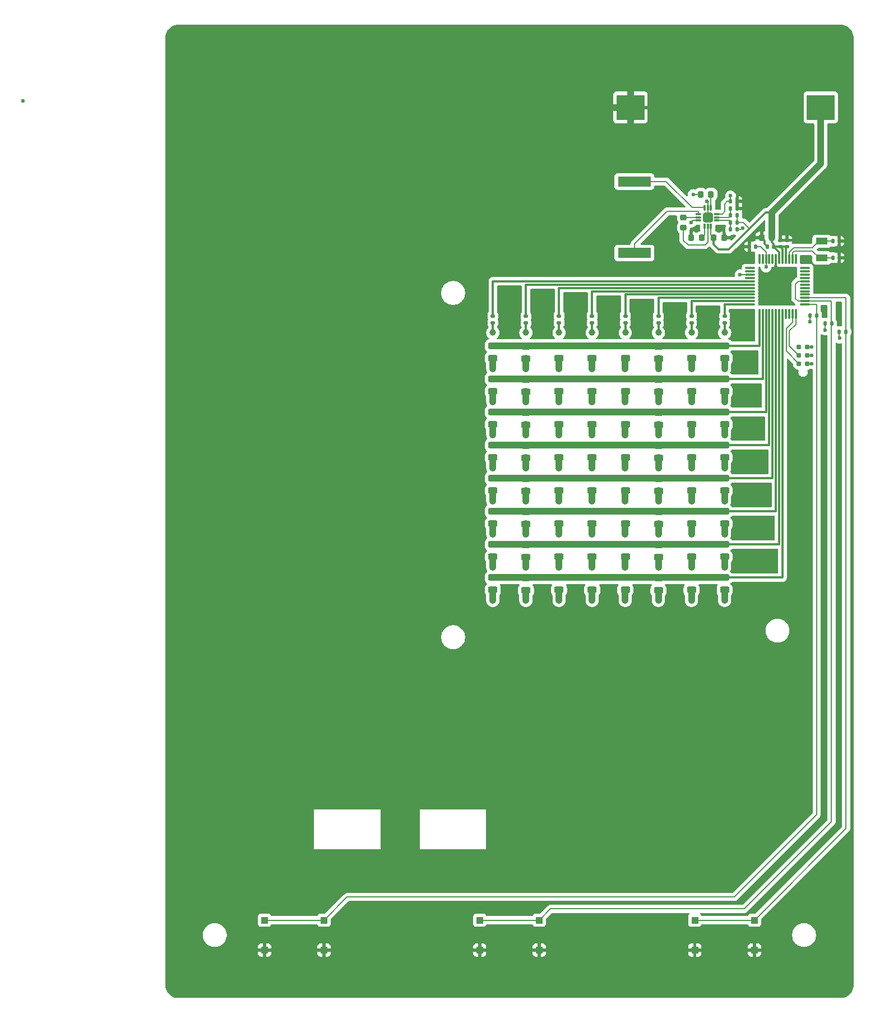
<source format=gbr>
%TF.GenerationSoftware,KiCad,Pcbnew,8.0.6*%
%TF.CreationDate,2024-10-30T01:37:24+00:00*%
%TF.ProjectId,Chirstmas-Card,43686972-7374-46d6-9173-2d436172642e,rev?*%
%TF.SameCoordinates,Original*%
%TF.FileFunction,Copper,L1,Top*%
%TF.FilePolarity,Positive*%
%FSLAX46Y46*%
G04 Gerber Fmt 4.6, Leading zero omitted, Abs format (unit mm)*
G04 Created by KiCad (PCBNEW 8.0.6) date 2024-10-30 01:37:24*
%MOMM*%
%LPD*%
G01*
G04 APERTURE LIST*
G04 Aperture macros list*
%AMRoundRect*
0 Rectangle with rounded corners*
0 $1 Rounding radius*
0 $2 $3 $4 $5 $6 $7 $8 $9 X,Y pos of 4 corners*
0 Add a 4 corners polygon primitive as box body*
4,1,4,$2,$3,$4,$5,$6,$7,$8,$9,$2,$3,0*
0 Add four circle primitives for the rounded corners*
1,1,$1+$1,$2,$3*
1,1,$1+$1,$4,$5*
1,1,$1+$1,$6,$7*
1,1,$1+$1,$8,$9*
0 Add four rect primitives between the rounded corners*
20,1,$1+$1,$2,$3,$4,$5,0*
20,1,$1+$1,$4,$5,$6,$7,0*
20,1,$1+$1,$6,$7,$8,$9,0*
20,1,$1+$1,$8,$9,$2,$3,0*%
G04 Aperture macros list end*
%TA.AperFunction,SMDPad,CuDef*%
%ADD10R,5.000000X1.500000*%
%TD*%
%TA.AperFunction,SMDPad,CuDef*%
%ADD11RoundRect,0.135000X-0.135000X-0.185000X0.135000X-0.185000X0.135000X0.185000X-0.135000X0.185000X0*%
%TD*%
%TA.AperFunction,SMDPad,CuDef*%
%ADD12RoundRect,0.135000X0.135000X0.185000X-0.135000X0.185000X-0.135000X-0.185000X0.135000X-0.185000X0*%
%TD*%
%TA.AperFunction,SMDPad,CuDef*%
%ADD13R,1.800000X1.000000*%
%TD*%
%TA.AperFunction,SMDPad,CuDef*%
%ADD14RoundRect,0.039000X0.381000X0.091000X-0.381000X0.091000X-0.381000X-0.091000X0.381000X-0.091000X0*%
%TD*%
%TA.AperFunction,SMDPad,CuDef*%
%ADD15RoundRect,0.039000X0.091000X0.381000X-0.091000X0.381000X-0.091000X-0.381000X0.091000X-0.381000X0*%
%TD*%
%TA.AperFunction,SMDPad,CuDef*%
%ADD16RoundRect,0.217500X0.507500X0.507500X-0.507500X0.507500X-0.507500X-0.507500X0.507500X-0.507500X0*%
%TD*%
%TA.AperFunction,SMDPad,CuDef*%
%ADD17R,1.000000X1.000000*%
%TD*%
%TA.AperFunction,SMDPad,CuDef*%
%ADD18RoundRect,0.135000X-0.185000X0.135000X-0.185000X-0.135000X0.185000X-0.135000X0.185000X0.135000X0*%
%TD*%
%TA.AperFunction,SMDPad,CuDef*%
%ADD19RoundRect,0.225000X0.225000X0.250000X-0.225000X0.250000X-0.225000X-0.250000X0.225000X-0.250000X0*%
%TD*%
%TA.AperFunction,SMDPad,CuDef*%
%ADD20RoundRect,0.140000X0.140000X0.170000X-0.140000X0.170000X-0.140000X-0.170000X0.140000X-0.170000X0*%
%TD*%
%TA.AperFunction,SMDPad,CuDef*%
%ADD21RoundRect,0.140000X0.170000X-0.140000X0.170000X0.140000X-0.170000X0.140000X-0.170000X-0.140000X0*%
%TD*%
%TA.AperFunction,SMDPad,CuDef*%
%ADD22RoundRect,0.140000X-0.140000X-0.170000X0.140000X-0.170000X0.140000X0.170000X-0.140000X0.170000X0*%
%TD*%
%TA.AperFunction,SMDPad,CuDef*%
%ADD23RoundRect,0.225000X-0.250000X0.225000X-0.250000X-0.225000X0.250000X-0.225000X0.250000X0.225000X0*%
%TD*%
%TA.AperFunction,SMDPad,CuDef*%
%ADD24R,4.200000X3.800000*%
%TD*%
%TA.AperFunction,SMDPad,CuDef*%
%ADD25RoundRect,0.243750X-0.456250X0.243750X-0.456250X-0.243750X0.456250X-0.243750X0.456250X0.243750X0*%
%TD*%
%TA.AperFunction,SMDPad,CuDef*%
%ADD26RoundRect,0.075000X-0.075000X0.662500X-0.075000X-0.662500X0.075000X-0.662500X0.075000X0.662500X0*%
%TD*%
%TA.AperFunction,SMDPad,CuDef*%
%ADD27RoundRect,0.075000X-0.662500X0.075000X-0.662500X-0.075000X0.662500X-0.075000X0.662500X0.075000X0*%
%TD*%
%TA.AperFunction,ConnectorPad*%
%ADD28C,0.787400*%
%TD*%
%TA.AperFunction,SMDPad,CuDef*%
%ADD29RoundRect,0.225000X-0.225000X-0.250000X0.225000X-0.250000X0.225000X0.250000X-0.225000X0.250000X0*%
%TD*%
%TA.AperFunction,ViaPad*%
%ADD30C,0.600000*%
%TD*%
%TA.AperFunction,ViaPad*%
%ADD31C,1.000000*%
%TD*%
%TA.AperFunction,Conductor*%
%ADD32C,0.200000*%
%TD*%
%TA.AperFunction,Conductor*%
%ADD33C,0.300000*%
%TD*%
%TA.AperFunction,Conductor*%
%ADD34C,1.000000*%
%TD*%
G04 APERTURE END LIST*
D10*
%TO.P,LS1,2,2*%
%TO.N,Net-(U1-VO2)*%
X111375000Y-54175000D03*
%TO.P,LS1,1,1*%
%TO.N,Net-(U1-VO1)*%
X111375000Y-64975000D03*
%TD*%
D11*
%TO.P,R16,1*%
%TO.N,/EN1*%
X125887500Y-61425000D03*
%TO.P,R16,2*%
%TO.N,GND*%
X126907500Y-61425000D03*
%TD*%
D12*
%TO.P,R15,1*%
%TO.N,VCC*%
X126907500Y-60350000D03*
%TO.P,R15,2*%
%TO.N,/EN1*%
X125887500Y-60350000D03*
%TD*%
D13*
%TO.P,Y1,1,1*%
%TO.N,Net-(U2-PC14)*%
X139675000Y-65700000D03*
%TO.P,Y1,2,2*%
%TO.N,Net-(U2-PC15)*%
X139675000Y-63200000D03*
%TD*%
D14*
%TO.P,U1,1,EN1*%
%TO.N,/EN1*%
X123880000Y-60075000D03*
%TO.P,U1,2,EN2*%
%TO.N,/EN2*%
X123880000Y-59575000D03*
%TO.P,U1,3,DIN*%
%TO.N,/BUZZER*%
X123880000Y-59075000D03*
D15*
%TO.P,U1,4,CN1*%
%TO.N,Net-(U1-CN1)*%
X122950000Y-58145000D03*
%TO.P,U1,5,GND*%
%TO.N,GND*%
X122450000Y-58145000D03*
%TO.P,U1,6,VO2*%
%TO.N,Net-(U1-VO2)*%
X121950000Y-58145000D03*
D14*
%TO.P,U1,7,VO1*%
%TO.N,Net-(U1-VO1)*%
X121020000Y-59075000D03*
%TO.P,U1,8,CN2*%
%TO.N,Net-(U1-CN2)*%
X121020000Y-59575000D03*
%TO.P,U1,9,CP1*%
%TO.N,Net-(U1-CP1)*%
X121020000Y-60075000D03*
D15*
%TO.P,U1,10,VOUT*%
%TO.N,Net-(U1-VOUT)*%
X121950000Y-61005000D03*
%TO.P,U1,11,CP2*%
%TO.N,Net-(U1-CP2)*%
X122450000Y-61005000D03*
%TO.P,U1,12,VIN*%
%TO.N,VCC*%
X122950000Y-61005000D03*
D16*
%TO.P,U1,13,EP*%
%TO.N,GND*%
X122450000Y-59575000D03*
%TD*%
D17*
%TO.P,SW3,1,A*%
%TO.N,GND*%
X129500000Y-170250000D03*
X120500000Y-170250000D03*
%TO.P,SW3,2,B*%
%TO.N,/BTN3*%
X129500000Y-165750000D03*
X120500000Y-165750000D03*
%TD*%
%TO.P,SW2,1,A*%
%TO.N,GND*%
X97000000Y-170250000D03*
X88000000Y-170250000D03*
%TO.P,SW2,2,B*%
%TO.N,/BTN2*%
X97000000Y-165750000D03*
X88000000Y-165750000D03*
%TD*%
%TO.P,SW1,1,A*%
%TO.N,GND*%
X64500000Y-170250000D03*
X55500000Y-170250000D03*
%TO.P,SW1,2,B*%
%TO.N,/BTN1*%
X64500000Y-165750000D03*
X55500000Y-165750000D03*
%TD*%
D11*
%TO.P,R14,1*%
%TO.N,/BUZZER*%
X125887500Y-57175000D03*
%TO.P,R14,2*%
%TO.N,GND*%
X126907500Y-57175000D03*
%TD*%
%TO.P,R13,1*%
%TO.N,VCC*%
X142330000Y-76850000D03*
%TO.P,R13,2*%
%TO.N,/BTN3*%
X143350000Y-76850000D03*
%TD*%
%TO.P,R12,1*%
%TO.N,VCC*%
X140140000Y-75600000D03*
%TO.P,R12,2*%
%TO.N,/BTN2*%
X141160000Y-75600000D03*
%TD*%
D12*
%TO.P,R11,1*%
%TO.N,VCC*%
X126907500Y-59300000D03*
%TO.P,R11,2*%
%TO.N,/EN2*%
X125887500Y-59300000D03*
%TD*%
D11*
%TO.P,R10,1*%
%TO.N,/EN2*%
X125887500Y-58225000D03*
%TO.P,R10,2*%
%TO.N,GND*%
X126907500Y-58225000D03*
%TD*%
%TO.P,R9,1*%
%TO.N,VCC*%
X137890000Y-74400000D03*
%TO.P,R9,2*%
%TO.N,/BTN1*%
X138910000Y-74400000D03*
%TD*%
D18*
%TO.P,R8,1*%
%TO.N,/C8*%
X125000000Y-74490000D03*
%TO.P,R8,2*%
%TO.N,Net-(D14-A)*%
X125000000Y-75510000D03*
%TD*%
%TO.P,R7,1*%
%TO.N,/C7*%
X120000000Y-74490000D03*
%TO.P,R7,2*%
%TO.N,Net-(D13-A)*%
X120000000Y-75510000D03*
%TD*%
%TO.P,R6,1*%
%TO.N,/C6*%
X115000000Y-74552499D03*
%TO.P,R6,2*%
%TO.N,Net-(D12-A)*%
X115000000Y-75572499D03*
%TD*%
%TO.P,R5,1*%
%TO.N,/C5*%
X110000000Y-74490000D03*
%TO.P,R5,2*%
%TO.N,Net-(D11-A)*%
X110000000Y-75510000D03*
%TD*%
%TO.P,R4,1*%
%TO.N,/C4*%
X105000000Y-74490000D03*
%TO.P,R4,2*%
%TO.N,Net-(D10-A)*%
X105000000Y-75510000D03*
%TD*%
%TO.P,R3,1*%
%TO.N,/C3*%
X100000000Y-74490000D03*
%TO.P,R3,2*%
%TO.N,Net-(D1-A)*%
X100000000Y-75510000D03*
%TD*%
%TO.P,R2,1*%
%TO.N,/C2*%
X95000000Y-74552499D03*
%TO.P,R2,2*%
%TO.N,Net-(D16-A)*%
X95000000Y-75572499D03*
%TD*%
%TO.P,R1,1*%
%TO.N,/C1*%
X90000000Y-74490000D03*
%TO.P,R1,2*%
%TO.N,Net-(D15-A)*%
X90000000Y-75510000D03*
%TD*%
D19*
%TO.P,C11,1*%
%TO.N,VCC*%
X132150000Y-62700000D03*
%TO.P,C11,2*%
%TO.N,GND*%
X130600000Y-62700000D03*
%TD*%
D20*
%TO.P,C10,1*%
%TO.N,VCC*%
X132430000Y-64025000D03*
%TO.P,C10,2*%
%TO.N,GND*%
X131470000Y-64025000D03*
%TD*%
D21*
%TO.P,C9,1*%
%TO.N,VCC*%
X134400000Y-64005000D03*
%TO.P,C9,2*%
%TO.N,GND*%
X134400000Y-63045000D03*
%TD*%
%TO.P,C8,1*%
%TO.N,VCC*%
X133400000Y-64005000D03*
%TO.P,C8,2*%
%TO.N,GND*%
X133400000Y-63045000D03*
%TD*%
D20*
%TO.P,C7,1*%
%TO.N,/RESET*%
X129705000Y-64000000D03*
%TO.P,C7,2*%
%TO.N,GND*%
X128745000Y-64000000D03*
%TD*%
D22*
%TO.P,C6,1*%
%TO.N,Net-(U2-PC14)*%
X141345000Y-65700000D03*
%TO.P,C6,2*%
%TO.N,GND*%
X142305000Y-65700000D03*
%TD*%
%TO.P,C5,1*%
%TO.N,Net-(U2-PC15)*%
X141345000Y-63200000D03*
%TO.P,C5,2*%
%TO.N,GND*%
X142305000Y-63200000D03*
%TD*%
D23*
%TO.P,C4,1*%
%TO.N,Net-(U1-CN2)*%
X118797500Y-59575000D03*
%TO.P,C4,2*%
%TO.N,Net-(U1-CP2)*%
X118797500Y-61125000D03*
%TD*%
D19*
%TO.P,C3,1*%
%TO.N,Net-(U1-CN1)*%
X122947500Y-56125000D03*
%TO.P,C3,2*%
%TO.N,Net-(U1-CP1)*%
X121397500Y-56125000D03*
%TD*%
D24*
%TO.P,BT1,1,+*%
%TO.N,VCC*%
X139535000Y-43000000D03*
%TO.P,BT1,2,-*%
%TO.N,GND*%
X110765000Y-43000000D03*
%TD*%
D19*
%TO.P,C1,1*%
%TO.N,GND*%
X124922500Y-62700000D03*
%TO.P,C1,2*%
%TO.N,VCC*%
X123372500Y-62700000D03*
%TD*%
D25*
%TO.P,D43,1,K*%
%TO.N,/R6*%
X110000000Y-104000000D03*
%TO.P,D43,2,A*%
%TO.N,Net-(D11-A)*%
X110000000Y-105875002D03*
%TD*%
%TO.P,D48,1,K*%
%TO.N,/R6*%
X95000000Y-104062499D03*
%TO.P,D48,2,A*%
%TO.N,Net-(D16-A)*%
X95000000Y-105937501D03*
%TD*%
%TO.P,D59,1,K*%
%TO.N,/R8*%
X110000000Y-114000000D03*
%TO.P,D59,2,A*%
%TO.N,Net-(D11-A)*%
X110000000Y-115875002D03*
%TD*%
%TO.P,D44,1,K*%
%TO.N,/R6*%
X115000000Y-104062499D03*
%TO.P,D44,2,A*%
%TO.N,Net-(D12-A)*%
X115000000Y-105937501D03*
%TD*%
%TO.P,D52,1,K*%
%TO.N,/R7*%
X115000000Y-109062499D03*
%TO.P,D52,2,A*%
%TO.N,Net-(D12-A)*%
X115000000Y-110937501D03*
%TD*%
%TO.P,D3,1,K*%
%TO.N,/R1*%
X110000000Y-79000000D03*
%TO.P,D3,2,A*%
%TO.N,Net-(D11-A)*%
X110000000Y-80875002D03*
%TD*%
%TO.P,D49,1,K*%
%TO.N,/R7*%
X100000000Y-109000000D03*
%TO.P,D49,2,A*%
%TO.N,Net-(D1-A)*%
X100000000Y-110875002D03*
%TD*%
%TO.P,D23,1,K*%
%TO.N,/R3*%
X90000000Y-89000000D03*
%TO.P,D23,2,A*%
%TO.N,Net-(D15-A)*%
X90000000Y-90875002D03*
%TD*%
D26*
%TO.P,U2,1,PC13*%
%TO.N,unconnected-(U2-PC13-Pad1)*%
X135750000Y-65837500D03*
%TO.P,U2,2,PC14*%
%TO.N,Net-(U2-PC14)*%
X135250000Y-65837500D03*
%TO.P,U2,3,PC15*%
%TO.N,Net-(U2-PC15)*%
X134750000Y-65837500D03*
%TO.P,U2,4,VBAT*%
%TO.N,VCC*%
X134250000Y-65837500D03*
%TO.P,U2,5,VREF+*%
X133750000Y-65837500D03*
%TO.P,U2,6,VDD*%
X133250000Y-65837500D03*
%TO.P,U2,7,VSS*%
%TO.N,GND*%
X132750000Y-65837500D03*
%TO.P,U2,8,PF0*%
%TO.N,unconnected-(U2-PF0-Pad8)*%
X132250000Y-65837500D03*
%TO.P,U2,9,PF1*%
%TO.N,unconnected-(U2-PF1-Pad9)*%
X131750000Y-65837500D03*
%TO.P,U2,10,NRST*%
%TO.N,/RESET*%
X131250000Y-65837500D03*
%TO.P,U2,11,PA0*%
%TO.N,unconnected-(U2-PA0-Pad11)*%
X130750000Y-65837500D03*
%TO.P,U2,12,PA1*%
%TO.N,unconnected-(U2-PA1-Pad12)*%
X130250000Y-65837500D03*
D27*
%TO.P,U2,13,PA2*%
%TO.N,unconnected-(U2-PA2-Pad13)*%
X128837500Y-67250000D03*
%TO.P,U2,14,PA3*%
%TO.N,unconnected-(U2-PA3-Pad14)*%
X128837500Y-67750000D03*
%TO.P,U2,15,PA4*%
%TO.N,/BUZZER*%
X128837500Y-68250000D03*
%TO.P,U2,16,PA5*%
%TO.N,unconnected-(U2-PA5-Pad16)*%
X128837500Y-68750000D03*
%TO.P,U2,17,PA6*%
%TO.N,/C1*%
X128837500Y-69250000D03*
%TO.P,U2,18,PA7*%
%TO.N,/C2*%
X128837500Y-69750000D03*
%TO.P,U2,19,PB0*%
%TO.N,/C3*%
X128837500Y-70250000D03*
%TO.P,U2,20,PB1*%
%TO.N,/C4*%
X128837500Y-70750000D03*
%TO.P,U2,21,PB2*%
%TO.N,/C5*%
X128837500Y-71250000D03*
%TO.P,U2,22,PB10*%
%TO.N,/C6*%
X128837500Y-71750000D03*
%TO.P,U2,23,PB11*%
%TO.N,/C7*%
X128837500Y-72250000D03*
%TO.P,U2,24,PB12*%
%TO.N,/C8*%
X128837500Y-72750000D03*
D26*
%TO.P,U2,25,PB13*%
%TO.N,/R1*%
X130250000Y-74162500D03*
%TO.P,U2,26,PB14*%
%TO.N,/R2*%
X130750000Y-74162500D03*
%TO.P,U2,27,PB15*%
%TO.N,/R3*%
X131250000Y-74162500D03*
%TO.P,U2,28,PA8*%
%TO.N,/R4*%
X131750000Y-74162500D03*
%TO.P,U2,29,PA9/NC*%
%TO.N,/R5*%
X132250000Y-74162500D03*
%TO.P,U2,30,PC6*%
%TO.N,/R6*%
X132750000Y-74162500D03*
%TO.P,U2,31,PC7*%
%TO.N,/R7*%
X133250000Y-74162500D03*
%TO.P,U2,32,PA10/NC*%
%TO.N,/R8*%
X133750000Y-74162500D03*
%TO.P,U2,33,PA11/PA9*%
%TO.N,unconnected-(U2-PA11{slash}PA9-Pad33)*%
X134250000Y-74162500D03*
%TO.P,U2,34,PA12/PA10*%
%TO.N,unconnected-(U2-PA12{slash}PA10-Pad34)*%
X134750000Y-74162500D03*
%TO.P,U2,35,PA13*%
%TO.N,/SWDIO*%
X135250000Y-74162500D03*
%TO.P,U2,36,PA14*%
%TO.N,/SWCLK*%
X135750000Y-74162500D03*
D27*
%TO.P,U2,37,PA15*%
%TO.N,/BTN1*%
X137162500Y-72750000D03*
%TO.P,U2,38,PD0*%
%TO.N,/BTN2*%
X137162500Y-72250000D03*
%TO.P,U2,39,PD1*%
%TO.N,/BTN3*%
X137162500Y-71750000D03*
%TO.P,U2,40,PD2*%
%TO.N,unconnected-(U2-PD2-Pad40)*%
X137162500Y-71250000D03*
%TO.P,U2,41,PD3*%
%TO.N,unconnected-(U2-PD3-Pad41)*%
X137162500Y-70750000D03*
%TO.P,U2,42,PB3*%
%TO.N,unconnected-(U2-PB3-Pad42)*%
X137162500Y-70250000D03*
%TO.P,U2,43,PB4*%
%TO.N,unconnected-(U2-PB4-Pad43)*%
X137162500Y-69750000D03*
%TO.P,U2,44,PB5*%
%TO.N,/BTN2*%
X137162500Y-69250000D03*
%TO.P,U2,45,PB6*%
%TO.N,unconnected-(U2-PB6-Pad45)*%
X137162500Y-68750000D03*
%TO.P,U2,46,PB7*%
%TO.N,unconnected-(U2-PB7-Pad46)*%
X137162500Y-68250000D03*
%TO.P,U2,47,PB8*%
%TO.N,unconnected-(U2-PB8-Pad47)*%
X137162500Y-67750000D03*
%TO.P,U2,48,PB9*%
%TO.N,unconnected-(U2-PB9-Pad48)*%
X137162500Y-67250000D03*
%TD*%
D25*
%TO.P,D5,1,K*%
%TO.N,/R1*%
X120000000Y-79000000D03*
%TO.P,D5,2,A*%
%TO.N,Net-(D13-A)*%
X120000000Y-80875002D03*
%TD*%
%TO.P,D50,1,K*%
%TO.N,/R7*%
X105000000Y-109000000D03*
%TO.P,D50,2,A*%
%TO.N,Net-(D10-A)*%
X105000000Y-110875002D03*
%TD*%
%TO.P,D61,1,K*%
%TO.N,/R8*%
X120000000Y-114000000D03*
%TO.P,D61,2,A*%
%TO.N,Net-(D13-A)*%
X120000000Y-115875002D03*
%TD*%
%TO.P,D46,1,K*%
%TO.N,/R6*%
X125000000Y-104000000D03*
%TO.P,D46,2,A*%
%TO.N,Net-(D14-A)*%
X125000000Y-105875002D03*
%TD*%
%TO.P,D56,1,K*%
%TO.N,/R7*%
X95000000Y-109062499D03*
%TO.P,D56,2,A*%
%TO.N,Net-(D16-A)*%
X95000000Y-110937501D03*
%TD*%
%TO.P,D29,1,K*%
%TO.N,/R4*%
X120000000Y-94000000D03*
%TO.P,D29,2,A*%
%TO.N,Net-(D13-A)*%
X120000000Y-95875002D03*
%TD*%
%TO.P,D38,1,K*%
%TO.N,/R5*%
X125000000Y-99000000D03*
%TO.P,D38,2,A*%
%TO.N,Net-(D14-A)*%
X125000000Y-100875002D03*
%TD*%
%TO.P,D2,1,K*%
%TO.N,/R1*%
X105000000Y-79000000D03*
%TO.P,D2,2,A*%
%TO.N,Net-(D10-A)*%
X105000000Y-80875002D03*
%TD*%
%TO.P,D55,1,K*%
%TO.N,/R7*%
X90000000Y-109000000D03*
%TO.P,D55,2,A*%
%TO.N,Net-(D15-A)*%
X90000000Y-110875002D03*
%TD*%
%TO.P,D40,1,K*%
%TO.N,/R5*%
X95000000Y-99062499D03*
%TO.P,D40,2,A*%
%TO.N,Net-(D16-A)*%
X95000000Y-100937501D03*
%TD*%
%TO.P,D41,1,K*%
%TO.N,/R6*%
X100000000Y-104000000D03*
%TO.P,D41,2,A*%
%TO.N,Net-(D1-A)*%
X100000000Y-105875002D03*
%TD*%
%TO.P,D1,1,K*%
%TO.N,/R1*%
X100000000Y-79000000D03*
%TO.P,D1,2,A*%
%TO.N,Net-(D1-A)*%
X100000000Y-80875002D03*
%TD*%
%TO.P,D11,1,K*%
%TO.N,/R2*%
X110000000Y-84000000D03*
%TO.P,D11,2,A*%
%TO.N,Net-(D11-A)*%
X110000000Y-85875002D03*
%TD*%
%TO.P,D10,1,K*%
%TO.N,/R2*%
X105000000Y-84000000D03*
%TO.P,D10,2,A*%
%TO.N,Net-(D10-A)*%
X105000000Y-85875002D03*
%TD*%
%TO.P,D42,1,K*%
%TO.N,/R6*%
X105000000Y-104000000D03*
%TO.P,D42,2,A*%
%TO.N,Net-(D10-A)*%
X105000000Y-105875002D03*
%TD*%
%TO.P,D31,1,K*%
%TO.N,/R4*%
X90000000Y-94000000D03*
%TO.P,D31,2,A*%
%TO.N,Net-(D15-A)*%
X90000000Y-95875002D03*
%TD*%
%TO.P,D20,1,K*%
%TO.N,/R3*%
X115000000Y-89062499D03*
%TO.P,D20,2,A*%
%TO.N,Net-(D12-A)*%
X115000000Y-90937501D03*
%TD*%
%TO.P,D47,1,K*%
%TO.N,/R6*%
X90000000Y-104000000D03*
%TO.P,D47,2,A*%
%TO.N,Net-(D15-A)*%
X90000000Y-105875002D03*
%TD*%
%TO.P,D39,1,K*%
%TO.N,/R5*%
X90000000Y-99000000D03*
%TO.P,D39,2,A*%
%TO.N,Net-(D15-A)*%
X90000000Y-100875002D03*
%TD*%
%TO.P,D35,1,K*%
%TO.N,/R5*%
X110000000Y-99000000D03*
%TO.P,D35,2,A*%
%TO.N,Net-(D11-A)*%
X110000000Y-100875002D03*
%TD*%
D28*
%TO.P,J1,1,VCC*%
%TO.N,VCC*%
X137485000Y-81720000D03*
%TO.P,J1,2,SWDIO*%
%TO.N,/SWDIO*%
X136215000Y-81720000D03*
%TO.P,J1,3,~{RESET}*%
%TO.N,/RESET*%
X137485000Y-80450000D03*
%TO.P,J1,4,SWCLK*%
%TO.N,/SWCLK*%
X136215000Y-80450000D03*
%TO.P,J1,5,GND*%
%TO.N,GND*%
X137485000Y-79180000D03*
%TO.P,J1,6,SWO*%
%TO.N,unconnected-(J1-SWO-Pad6)*%
X136215000Y-79180000D03*
%TD*%
D25*
%TO.P,D15,1,K*%
%TO.N,/R2*%
X90000000Y-84000000D03*
%TO.P,D15,2,A*%
%TO.N,Net-(D15-A)*%
X90000000Y-85875002D03*
%TD*%
%TO.P,D25,1,K*%
%TO.N,/R4*%
X100000000Y-94000000D03*
%TO.P,D25,2,A*%
%TO.N,Net-(D1-A)*%
X100000000Y-95875002D03*
%TD*%
%TO.P,D64,1,K*%
%TO.N,/R8*%
X95000000Y-114062499D03*
%TO.P,D64,2,A*%
%TO.N,Net-(D16-A)*%
X95000000Y-115937501D03*
%TD*%
%TO.P,D60,1,K*%
%TO.N,/R8*%
X115000000Y-114062499D03*
%TO.P,D60,2,A*%
%TO.N,Net-(D12-A)*%
X115000000Y-115937501D03*
%TD*%
%TO.P,D4,1,K*%
%TO.N,/R1*%
X115000000Y-79062499D03*
%TO.P,D4,2,A*%
%TO.N,Net-(D12-A)*%
X115000000Y-80937501D03*
%TD*%
%TO.P,D36,1,K*%
%TO.N,/R5*%
X115000000Y-99062499D03*
%TO.P,D36,2,A*%
%TO.N,Net-(D12-A)*%
X115000000Y-100937501D03*
%TD*%
%TO.P,D62,1,K*%
%TO.N,/R8*%
X125000000Y-114000000D03*
%TO.P,D62,2,A*%
%TO.N,Net-(D14-A)*%
X125000000Y-115875002D03*
%TD*%
%TO.P,D14,1,K*%
%TO.N,/R2*%
X125000000Y-84000000D03*
%TO.P,D14,2,A*%
%TO.N,Net-(D14-A)*%
X125000000Y-85875002D03*
%TD*%
%TO.P,D17,1,K*%
%TO.N,/R3*%
X100000000Y-89000000D03*
%TO.P,D17,2,A*%
%TO.N,Net-(D1-A)*%
X100000000Y-90875002D03*
%TD*%
%TO.P,D57,1,K*%
%TO.N,/R8*%
X100000000Y-114000000D03*
%TO.P,D57,2,A*%
%TO.N,Net-(D1-A)*%
X100000000Y-115875002D03*
%TD*%
%TO.P,D32,1,K*%
%TO.N,/R4*%
X95000000Y-94062499D03*
%TO.P,D32,2,A*%
%TO.N,Net-(D16-A)*%
X95000000Y-95937501D03*
%TD*%
%TO.P,D28,1,K*%
%TO.N,/R4*%
X115000000Y-94062499D03*
%TO.P,D28,2,A*%
%TO.N,Net-(D12-A)*%
X115000000Y-95937501D03*
%TD*%
%TO.P,D7,1,K*%
%TO.N,/R1*%
X90000000Y-79000000D03*
%TO.P,D7,2,A*%
%TO.N,Net-(D15-A)*%
X90000000Y-80875002D03*
%TD*%
%TO.P,D37,1,K*%
%TO.N,/R5*%
X120000000Y-99000000D03*
%TO.P,D37,2,A*%
%TO.N,Net-(D13-A)*%
X120000000Y-100875002D03*
%TD*%
%TO.P,D54,1,K*%
%TO.N,/R7*%
X125000000Y-109000000D03*
%TO.P,D54,2,A*%
%TO.N,Net-(D14-A)*%
X125000000Y-110875002D03*
%TD*%
%TO.P,D58,1,K*%
%TO.N,/R8*%
X105000000Y-114000000D03*
%TO.P,D58,2,A*%
%TO.N,Net-(D10-A)*%
X105000000Y-115875002D03*
%TD*%
%TO.P,D63,1,K*%
%TO.N,/R8*%
X90000000Y-114000000D03*
%TO.P,D63,2,A*%
%TO.N,Net-(D15-A)*%
X90000000Y-115875002D03*
%TD*%
%TO.P,D6,1,K*%
%TO.N,/R1*%
X125000000Y-79000000D03*
%TO.P,D6,2,A*%
%TO.N,Net-(D14-A)*%
X125000000Y-80875002D03*
%TD*%
%TO.P,D27,1,K*%
%TO.N,/R4*%
X110000000Y-94000000D03*
%TO.P,D27,2,A*%
%TO.N,Net-(D11-A)*%
X110000000Y-95875002D03*
%TD*%
%TO.P,D18,1,K*%
%TO.N,/R3*%
X105000000Y-89000000D03*
%TO.P,D18,2,A*%
%TO.N,Net-(D10-A)*%
X105000000Y-90875002D03*
%TD*%
%TO.P,D24,1,K*%
%TO.N,/R3*%
X95000000Y-89062499D03*
%TO.P,D24,2,A*%
%TO.N,Net-(D16-A)*%
X95000000Y-90937501D03*
%TD*%
%TO.P,D12,1,K*%
%TO.N,/R2*%
X115000000Y-84062499D03*
%TO.P,D12,2,A*%
%TO.N,Net-(D12-A)*%
X115000000Y-85937501D03*
%TD*%
%TO.P,D34,1,K*%
%TO.N,/R5*%
X105000000Y-99000000D03*
%TO.P,D34,2,A*%
%TO.N,Net-(D10-A)*%
X105000000Y-100875002D03*
%TD*%
%TO.P,D8,1,K*%
%TO.N,/R1*%
X95000000Y-79062499D03*
%TO.P,D8,2,A*%
%TO.N,Net-(D16-A)*%
X95000000Y-80937501D03*
%TD*%
%TO.P,D9,1,K*%
%TO.N,/R2*%
X100000000Y-84000000D03*
%TO.P,D9,2,A*%
%TO.N,Net-(D1-A)*%
X100000000Y-85875002D03*
%TD*%
%TO.P,D33,1,K*%
%TO.N,/R5*%
X100000000Y-99000000D03*
%TO.P,D33,2,A*%
%TO.N,Net-(D1-A)*%
X100000000Y-100875002D03*
%TD*%
%TO.P,D19,1,K*%
%TO.N,/R3*%
X110000000Y-89000000D03*
%TO.P,D19,2,A*%
%TO.N,Net-(D11-A)*%
X110000000Y-90875002D03*
%TD*%
D29*
%TO.P,C2,1*%
%TO.N,GND*%
X119972500Y-62700000D03*
%TO.P,C2,2*%
%TO.N,Net-(U1-VOUT)*%
X121522500Y-62700000D03*
%TD*%
D25*
%TO.P,D30,1,K*%
%TO.N,/R4*%
X125000000Y-94000000D03*
%TO.P,D30,2,A*%
%TO.N,Net-(D14-A)*%
X125000000Y-95875002D03*
%TD*%
%TO.P,D45,1,K*%
%TO.N,/R6*%
X120000000Y-104000000D03*
%TO.P,D45,2,A*%
%TO.N,Net-(D13-A)*%
X120000000Y-105875002D03*
%TD*%
%TO.P,D53,1,K*%
%TO.N,/R7*%
X120000000Y-109000000D03*
%TO.P,D53,2,A*%
%TO.N,Net-(D13-A)*%
X120000000Y-110875002D03*
%TD*%
%TO.P,D26,1,K*%
%TO.N,/R4*%
X105000000Y-94000000D03*
%TO.P,D26,2,A*%
%TO.N,Net-(D10-A)*%
X105000000Y-95875002D03*
%TD*%
%TO.P,D16,1,K*%
%TO.N,/R2*%
X95000000Y-84062499D03*
%TO.P,D16,2,A*%
%TO.N,Net-(D16-A)*%
X95000000Y-85937501D03*
%TD*%
%TO.P,D51,1,K*%
%TO.N,/R7*%
X110000000Y-109000000D03*
%TO.P,D51,2,A*%
%TO.N,Net-(D11-A)*%
X110000000Y-110875002D03*
%TD*%
%TO.P,D22,1,K*%
%TO.N,/R3*%
X125000000Y-89000000D03*
%TO.P,D22,2,A*%
%TO.N,Net-(D14-A)*%
X125000000Y-90875002D03*
%TD*%
%TO.P,D21,1,K*%
%TO.N,/R3*%
X120000000Y-89000000D03*
%TO.P,D21,2,A*%
%TO.N,Net-(D13-A)*%
X120000000Y-90875002D03*
%TD*%
%TO.P,D13,1,K*%
%TO.N,/R2*%
X120000000Y-84000000D03*
%TO.P,D13,2,A*%
%TO.N,Net-(D13-A)*%
X120000000Y-85875002D03*
%TD*%
D30*
%TO.N,*%
X19000000Y-42000000D03*
%TO.N,GND*%
X93000000Y-175000000D03*
X92000000Y-33000000D03*
X43000000Y-100000000D03*
X142000000Y-175000000D03*
X43000000Y-175000000D03*
X43000000Y-33000000D03*
X142000000Y-33000000D03*
X142500000Y-73500000D03*
X140000000Y-73500000D03*
X127500000Y-75000000D03*
X122500000Y-75000000D03*
X117500000Y-75000000D03*
X112500000Y-75000000D03*
X107500000Y-75000000D03*
X102500000Y-75000000D03*
X97500000Y-75000000D03*
X92500000Y-75000000D03*
X127500000Y-112500000D03*
X127500000Y-107500000D03*
X127500000Y-102500000D03*
X127500000Y-97500000D03*
X127500000Y-92500000D03*
X127500000Y-87500000D03*
X127500000Y-82500000D03*
X142400000Y-84550000D03*
X140050000Y-84600000D03*
X142300000Y-101300000D03*
X140000000Y-101300000D03*
X142250000Y-138600000D03*
X140000000Y-138550000D03*
X135600000Y-154850000D03*
X137300000Y-156450000D03*
%TO.N,/BUZZER*%
X127325000Y-68250000D03*
X125900000Y-56350000D03*
%TO.N,GND*%
X119975000Y-61700000D03*
X122350000Y-57125000D03*
X125950000Y-62700000D03*
X127750000Y-61225000D03*
X127750000Y-57175000D03*
X127750000Y-58225000D03*
%TO.N,Net-(U1-CP1)*%
X120247500Y-56125000D03*
X119947500Y-60350000D03*
%TO.N,GND*%
X65700000Y-170250000D03*
X98175000Y-170250000D03*
X130675000Y-170250000D03*
X110775000Y-40450000D03*
X110775000Y-45600000D03*
X107950000Y-43000000D03*
%TO.N,VCC*%
X132150000Y-58850000D03*
%TO.N,/RESET*%
X131250000Y-67100000D03*
%TO.N,GND*%
X128000000Y-64000000D03*
X130600000Y-61725000D03*
X133400000Y-62275000D03*
X134400000Y-62275000D03*
X132750000Y-67100000D03*
X143250000Y-65675000D03*
X143250000Y-63200000D03*
X138150000Y-79150000D03*
%TO.N,/RESET*%
X138150000Y-80450000D03*
%TO.N,VCC*%
X138150000Y-81700000D03*
X142350000Y-77850000D03*
X140150000Y-76600000D03*
X137900000Y-75400000D03*
D31*
%TO.N,Net-(D15-A)*%
X90000000Y-77000000D03*
%TO.N,Net-(D16-A)*%
X95000000Y-77000000D03*
%TO.N,Net-(D1-A)*%
X100000000Y-77000000D03*
%TO.N,Net-(D10-A)*%
X105000000Y-77000000D03*
%TO.N,Net-(D11-A)*%
X110000000Y-77000000D03*
%TO.N,Net-(D12-A)*%
X115000000Y-77000000D03*
%TO.N,Net-(D13-A)*%
X120000000Y-77000000D03*
%TO.N,Net-(D14-A)*%
X125000000Y-77000000D03*
X124992913Y-117437501D03*
%TO.N,Net-(D13-A)*%
X119992913Y-117437501D03*
%TO.N,Net-(D12-A)*%
X114992913Y-117437501D03*
%TO.N,Net-(D11-A)*%
X109992913Y-117437501D03*
%TO.N,Net-(D10-A)*%
X104992913Y-117437501D03*
%TO.N,Net-(D1-A)*%
X99992913Y-117437501D03*
%TO.N,Net-(D16-A)*%
X94992913Y-117437501D03*
%TO.N,Net-(D15-A)*%
X89992913Y-117437501D03*
%TO.N,Net-(D14-A)*%
X124992913Y-112437501D03*
%TO.N,Net-(D13-A)*%
X119992913Y-112437501D03*
%TO.N,Net-(D12-A)*%
X114992913Y-112437501D03*
%TO.N,Net-(D11-A)*%
X109992913Y-112437501D03*
%TO.N,Net-(D10-A)*%
X104992913Y-112437501D03*
%TO.N,Net-(D1-A)*%
X99992913Y-112437501D03*
%TO.N,Net-(D16-A)*%
X94992913Y-112437501D03*
%TO.N,Net-(D15-A)*%
X89992913Y-112437501D03*
%TO.N,Net-(D14-A)*%
X124992913Y-107437501D03*
%TO.N,Net-(D13-A)*%
X119992913Y-107437501D03*
%TO.N,Net-(D12-A)*%
X114992913Y-107437501D03*
%TO.N,Net-(D11-A)*%
X109992913Y-107437501D03*
%TO.N,Net-(D10-A)*%
X104992913Y-107437501D03*
%TO.N,Net-(D1-A)*%
X99992913Y-107437501D03*
%TO.N,Net-(D16-A)*%
X94992913Y-107437501D03*
%TO.N,Net-(D15-A)*%
X89992913Y-107437501D03*
%TO.N,Net-(D14-A)*%
X124992913Y-102437501D03*
%TO.N,Net-(D13-A)*%
X119992913Y-102437501D03*
%TO.N,Net-(D12-A)*%
X114992913Y-102437501D03*
%TO.N,Net-(D11-A)*%
X109992913Y-102437501D03*
%TO.N,Net-(D10-A)*%
X104992913Y-102437501D03*
%TO.N,Net-(D1-A)*%
X99992913Y-102437501D03*
%TO.N,Net-(D16-A)*%
X94992913Y-102437501D03*
%TO.N,Net-(D15-A)*%
X89992913Y-102437501D03*
%TO.N,Net-(D14-A)*%
X124992913Y-97437501D03*
%TO.N,Net-(D13-A)*%
X119992913Y-97437501D03*
%TO.N,Net-(D12-A)*%
X114992913Y-97437501D03*
%TO.N,Net-(D11-A)*%
X109992913Y-97437501D03*
%TO.N,Net-(D10-A)*%
X104992913Y-97437501D03*
%TO.N,Net-(D1-A)*%
X99992913Y-97437501D03*
%TO.N,Net-(D16-A)*%
X94992913Y-97437501D03*
%TO.N,Net-(D15-A)*%
X89992913Y-97437501D03*
%TO.N,Net-(D14-A)*%
X124992913Y-92437501D03*
%TO.N,Net-(D13-A)*%
X119992913Y-92437501D03*
%TO.N,Net-(D12-A)*%
X114992913Y-92437501D03*
%TO.N,Net-(D11-A)*%
X109992913Y-92437501D03*
%TO.N,Net-(D10-A)*%
X104992913Y-92437501D03*
%TO.N,Net-(D1-A)*%
X99992913Y-92437501D03*
%TO.N,Net-(D16-A)*%
X94992913Y-92437501D03*
%TO.N,Net-(D15-A)*%
X89992913Y-92437501D03*
%TO.N,Net-(D14-A)*%
X124992913Y-87437501D03*
%TO.N,Net-(D13-A)*%
X119992913Y-87437501D03*
%TO.N,Net-(D12-A)*%
X114992913Y-87437501D03*
%TO.N,Net-(D11-A)*%
X109992913Y-87437501D03*
%TO.N,Net-(D10-A)*%
X104992913Y-87437501D03*
%TO.N,Net-(D1-A)*%
X99992913Y-87437501D03*
%TO.N,Net-(D16-A)*%
X94992913Y-87437501D03*
%TO.N,Net-(D15-A)*%
X89992913Y-87437501D03*
%TO.N,Net-(D14-A)*%
X124992913Y-82437501D03*
%TO.N,Net-(D13-A)*%
X119992913Y-82437501D03*
%TO.N,Net-(D12-A)*%
X114992913Y-82437501D03*
%TO.N,Net-(D11-A)*%
X109992913Y-82437501D03*
%TO.N,Net-(D10-A)*%
X104992913Y-82437501D03*
%TO.N,Net-(D1-A)*%
X99992913Y-82437501D03*
%TO.N,Net-(D16-A)*%
X94992913Y-82437501D03*
%TO.N,Net-(D15-A)*%
X89992913Y-82437501D03*
%TD*%
D32*
%TO.N,/BTN2*%
X137162500Y-72250000D02*
X136075000Y-72250000D01*
X136075000Y-69250000D02*
X137162500Y-69250000D01*
X136075000Y-72250000D02*
X135675000Y-71850000D01*
X135675000Y-71850000D02*
X135675000Y-69650000D01*
X135675000Y-69650000D02*
X136075000Y-69250000D01*
%TO.N,/BUZZER*%
X127325000Y-68250000D02*
X128837500Y-68250000D01*
X125887500Y-56362500D02*
X125900000Y-56350000D01*
X125887500Y-57175000D02*
X125887500Y-56362500D01*
%TO.N,GND*%
X119972500Y-61702500D02*
X119975000Y-61700000D01*
X119972500Y-62700000D02*
X119972500Y-61702500D01*
D33*
X122450000Y-57225000D02*
X122350000Y-57125000D01*
D32*
X122450000Y-58145000D02*
X122450000Y-57225000D01*
D33*
X124922500Y-62700000D02*
X125950000Y-62700000D01*
D32*
X127550000Y-61425000D02*
X127750000Y-61225000D01*
X126907500Y-61425000D02*
X127550000Y-61425000D01*
X126907500Y-57175000D02*
X127750000Y-57175000D01*
X126907500Y-58225000D02*
X127750000Y-58225000D01*
%TO.N,VCC*%
X126907500Y-60350000D02*
X127825000Y-60350000D01*
X127825000Y-60350000D02*
X128762500Y-61287500D01*
X126907500Y-60350000D02*
X126907500Y-59300000D01*
%TO.N,/BUZZER*%
X125887500Y-57175000D02*
X125372500Y-57175000D01*
X125372500Y-57175000D02*
X124997500Y-57550000D01*
X124997500Y-57550000D02*
X124997500Y-58725000D01*
X124997500Y-58725000D02*
X124647500Y-59075000D01*
X124647500Y-59075000D02*
X123880000Y-59075000D01*
%TO.N,/EN2*%
X125887500Y-59300000D02*
X125887500Y-58225000D01*
%TO.N,/EN1*%
X125887500Y-61425000D02*
X125887500Y-60350000D01*
X125887500Y-60350000D02*
X125887500Y-60284315D01*
X125887500Y-60284315D02*
X125678185Y-60075000D01*
X125678185Y-60075000D02*
X123880000Y-60075000D01*
%TO.N,/EN2*%
X125887500Y-59300000D02*
X125612500Y-59575000D01*
X125612500Y-59575000D02*
X123880000Y-59575000D01*
%TO.N,GND*%
X122450000Y-58145000D02*
X122450000Y-59575000D01*
%TO.N,Net-(U1-CN1)*%
X122950000Y-58145000D02*
X122950000Y-56127500D01*
X122950000Y-56127500D02*
X122947500Y-56125000D01*
%TO.N,Net-(U1-CP1)*%
X121397500Y-56125000D02*
X120247500Y-56125000D01*
X120222500Y-60075000D02*
X119947500Y-60350000D01*
X121020000Y-60075000D02*
X120222500Y-60075000D01*
%TO.N,Net-(U1-CN2)*%
X118797500Y-59575000D02*
X121020000Y-59575000D01*
%TO.N,Net-(U1-CP2)*%
X122450000Y-61005000D02*
X122450000Y-63347500D01*
X122450000Y-63347500D02*
X122022500Y-63775000D01*
X122022500Y-63775000D02*
X119497500Y-63775000D01*
X119497500Y-63775000D02*
X118797500Y-63075000D01*
X118797500Y-63075000D02*
X118797500Y-61125000D01*
%TO.N,Net-(U1-VOUT)*%
X121950000Y-61005000D02*
X121950000Y-62272500D01*
X121950000Y-62272500D02*
X121522500Y-62700000D01*
%TO.N,VCC*%
X122950000Y-61005000D02*
X122950000Y-62277500D01*
X122950000Y-62277500D02*
X123372500Y-62700000D01*
%TO.N,/BTN1*%
X64500000Y-165750000D02*
X68000000Y-162250000D01*
X68000000Y-162250000D02*
X126475000Y-162250000D01*
X126475000Y-162250000D02*
X138900000Y-149825000D01*
X138900000Y-72750000D02*
X137162500Y-72750000D01*
X138900000Y-149825000D02*
X138900000Y-72750000D01*
%TO.N,/BTN2*%
X97000000Y-165750000D02*
X98700000Y-164050000D01*
X141150000Y-150875000D02*
X141150000Y-72250000D01*
X98700000Y-164050000D02*
X127975000Y-164050000D01*
X127975000Y-164050000D02*
X141150000Y-150875000D01*
X141150000Y-72250000D02*
X137162500Y-72250000D01*
%TO.N,GND*%
X64500000Y-170250000D02*
X65700000Y-170250000D01*
X97000000Y-170250000D02*
X98175000Y-170250000D01*
X129500000Y-170250000D02*
X130675000Y-170250000D01*
X120500000Y-170250000D02*
X129500000Y-170250000D01*
X88000000Y-170250000D02*
X97000000Y-170250000D01*
X55500000Y-170250000D02*
X64500000Y-170250000D01*
X143250000Y-65675000D02*
X143225000Y-65700000D01*
X143225000Y-65700000D02*
X142305000Y-65700000D01*
X143250000Y-63200000D02*
X142305000Y-63200000D01*
%TO.N,Net-(U2-PC14)*%
X141345000Y-65700000D02*
X139675000Y-65700000D01*
%TO.N,Net-(U2-PC15)*%
X141345000Y-63200000D02*
X139675000Y-63200000D01*
%TO.N,Net-(U2-PC14)*%
X135250000Y-65837500D02*
X135250000Y-64940686D01*
X138275000Y-64675000D02*
X139300000Y-65700000D01*
X135250000Y-64940686D02*
X135515686Y-64675000D01*
X135515686Y-64675000D02*
X138275000Y-64675000D01*
X139300000Y-65700000D02*
X139675000Y-65700000D01*
%TO.N,Net-(U2-PC15)*%
X134750000Y-65837500D02*
X134750000Y-64875000D01*
X134750000Y-64875000D02*
X135400000Y-64225000D01*
X135400000Y-64225000D02*
X138250000Y-64225000D01*
X139275000Y-63200000D02*
X139675000Y-63200000D01*
X138250000Y-64225000D02*
X139275000Y-63200000D01*
D33*
%TO.N,GND*%
X110765000Y-40460000D02*
X110775000Y-40450000D01*
D34*
X110765000Y-43000000D02*
X110765000Y-40460000D01*
D33*
X110765000Y-45590000D02*
X110775000Y-45600000D01*
D34*
X110765000Y-43000000D02*
X110765000Y-45590000D01*
X110765000Y-43000000D02*
X107950000Y-43000000D01*
%TO.N,VCC*%
X139535000Y-43000000D02*
X139535000Y-51465000D01*
X139535000Y-51465000D02*
X132150000Y-58850000D01*
X132150000Y-58850000D02*
X132150000Y-62700000D01*
D32*
%TO.N,/RESET*%
X131250000Y-65837500D02*
X131250000Y-67100000D01*
%TO.N,GND*%
X128745000Y-64000000D02*
X128000000Y-64000000D01*
D33*
X131470000Y-64025000D02*
X131075000Y-63630000D01*
X131075000Y-63630000D02*
X131075000Y-63175000D01*
X131075000Y-63175000D02*
X130600000Y-62700000D01*
X134400000Y-63045000D02*
X134400000Y-62275000D01*
X133400000Y-63045000D02*
X133400000Y-62275000D01*
X130600000Y-62700000D02*
X130600000Y-61725000D01*
D32*
%TO.N,/RESET*%
X129705000Y-64000000D02*
X130425000Y-64000000D01*
X130425000Y-64000000D02*
X131250000Y-64825000D01*
X131250000Y-64825000D02*
X131250000Y-65837500D01*
D33*
%TO.N,VCC*%
X132430000Y-64025000D02*
X132430000Y-63592500D01*
X132430000Y-63592500D02*
X132150000Y-63312500D01*
X132150000Y-63312500D02*
X132150000Y-62700000D01*
X134400000Y-64005000D02*
X134380000Y-64025000D01*
X134380000Y-64025000D02*
X132430000Y-64025000D01*
X133250000Y-64845000D02*
X133250000Y-65837500D01*
X132430000Y-64025000D02*
X133250000Y-64845000D01*
X133400000Y-64005000D02*
X133750000Y-64355000D01*
X133750000Y-64355000D02*
X133750000Y-65737500D01*
X134400000Y-64005000D02*
X134250000Y-64155000D01*
X134250000Y-64155000D02*
X134250000Y-65837500D01*
%TO.N,GND*%
X132750000Y-65837500D02*
X132750000Y-67100000D01*
D32*
X138120000Y-79180000D02*
X138150000Y-79150000D01*
X137485000Y-79180000D02*
X138120000Y-79180000D01*
%TO.N,/RESET*%
X137485000Y-80450000D02*
X138150000Y-80450000D01*
%TO.N,VCC*%
X138130000Y-81720000D02*
X138150000Y-81700000D01*
X137485000Y-81720000D02*
X138130000Y-81720000D01*
%TO.N,/SWDIO*%
X136215000Y-81720000D02*
X134300000Y-79805000D01*
X134300000Y-79805000D02*
X134300000Y-76400000D01*
X134300000Y-76400000D02*
X135250000Y-75450000D01*
X135250000Y-75450000D02*
X135250000Y-74162500D01*
%TO.N,/SWCLK*%
X136215000Y-80450000D02*
X134800000Y-79035000D01*
X134800000Y-79035000D02*
X134800000Y-76700000D01*
X135750000Y-75750000D02*
X135750000Y-74162500D01*
X134800000Y-76700000D02*
X135750000Y-75750000D01*
%TO.N,VCC*%
X137900000Y-75400000D02*
X137890000Y-75390000D01*
X137890000Y-75390000D02*
X137890000Y-74400000D01*
X142330000Y-77830000D02*
X142350000Y-77850000D01*
X142330000Y-76850000D02*
X142330000Y-77830000D01*
X140140000Y-76590000D02*
X140150000Y-76600000D01*
X140140000Y-75600000D02*
X140140000Y-76590000D01*
%TO.N,/BTN3*%
X129500000Y-165750000D02*
X143350000Y-151900000D01*
X143350000Y-151900000D02*
X143350000Y-71750000D01*
X143350000Y-71750000D02*
X137162500Y-71750000D01*
X120500000Y-165750000D02*
X129500000Y-165750000D01*
%TO.N,/BTN2*%
X88000000Y-165750000D02*
X97000000Y-165750000D01*
%TO.N,/BTN1*%
X55500000Y-165750000D02*
X64500000Y-165750000D01*
D33*
%TO.N,/R8*%
X133750000Y-74162500D02*
X133750000Y-114000000D01*
X133750000Y-114000000D02*
X125000000Y-114000000D01*
%TO.N,/R7*%
X125000000Y-109000000D02*
X133250000Y-109000000D01*
X133250000Y-109000000D02*
X133250000Y-74162500D01*
D34*
X90000000Y-109000000D02*
X125000000Y-109000000D01*
D33*
%TO.N,/R6*%
X132750000Y-74162500D02*
X132750000Y-104000000D01*
X132750000Y-104000000D02*
X125000000Y-104000000D01*
%TO.N,/R5*%
X132250000Y-74162500D02*
X132250000Y-99000000D01*
X132250000Y-99000000D02*
X125000000Y-99000000D01*
%TO.N,/R4*%
X131750000Y-74162500D02*
X131750000Y-94000000D01*
X131750000Y-94000000D02*
X125000000Y-94000000D01*
%TO.N,/R3*%
X131250000Y-74162500D02*
X131250000Y-89000000D01*
X131250000Y-89000000D02*
X125000000Y-89000000D01*
%TO.N,/R1*%
X130250000Y-74162500D02*
X130250000Y-79000000D01*
X130250000Y-79000000D02*
X125000000Y-79000000D01*
%TO.N,/R2*%
X130750000Y-74162500D02*
X130750000Y-84000000D01*
X130750000Y-84000000D02*
X125000000Y-84000000D01*
%TO.N,/C1*%
X128837500Y-69250000D02*
X90000000Y-69250000D01*
X90000000Y-69250000D02*
X90000000Y-74490000D01*
%TO.N,/C2*%
X128837500Y-69750000D02*
X95000000Y-69750000D01*
X95000000Y-69750000D02*
X95000000Y-74490000D01*
%TO.N,/C3*%
X128837500Y-70250000D02*
X100000000Y-70250000D01*
X100000000Y-70250000D02*
X100000000Y-74552499D01*
%TO.N,/C4*%
X128837500Y-70750000D02*
X105000000Y-70750000D01*
X105000000Y-70750000D02*
X105000000Y-74490000D01*
%TO.N,/C5*%
X128837500Y-71250000D02*
X110000000Y-71250000D01*
X110000000Y-71250000D02*
X110000000Y-74490000D01*
%TO.N,/C6*%
X128837500Y-71750000D02*
X115000000Y-71750000D01*
X115000000Y-71750000D02*
X115000000Y-74490000D01*
%TO.N,/C7*%
X128837500Y-72250000D02*
X120000000Y-72250000D01*
X120000000Y-72250000D02*
X120000000Y-74552499D01*
%TO.N,/C8*%
X128837500Y-72750000D02*
X125000000Y-72750000D01*
X125000000Y-72750000D02*
X125000000Y-74490000D01*
%TO.N,Net-(D15-A)*%
X90000000Y-77000000D02*
X90000000Y-75510000D01*
%TO.N,Net-(D16-A)*%
X95000000Y-77000000D02*
X95000000Y-75510000D01*
%TO.N,Net-(D1-A)*%
X100000000Y-77000000D02*
X100000000Y-75572499D01*
%TO.N,Net-(D10-A)*%
X105000000Y-77000000D02*
X105000000Y-75510000D01*
%TO.N,Net-(D11-A)*%
X110000000Y-77000000D02*
X110000000Y-75510000D01*
%TO.N,Net-(D12-A)*%
X115000000Y-77000000D02*
X115000000Y-75510000D01*
%TO.N,Net-(D13-A)*%
X120000000Y-77000000D02*
X120000000Y-75572499D01*
%TO.N,Net-(D14-A)*%
X125000000Y-77000000D02*
X125000000Y-75510000D01*
D34*
X124992913Y-117437501D02*
X124992913Y-115882089D01*
%TO.N,Net-(D13-A)*%
X119992913Y-117437501D02*
X119992913Y-115882089D01*
%TO.N,Net-(D12-A)*%
X114992913Y-117437501D02*
X114992913Y-115882089D01*
%TO.N,Net-(D11-A)*%
X109992913Y-117437501D02*
X109992913Y-115882089D01*
%TO.N,Net-(D10-A)*%
X104992913Y-117437501D02*
X104992913Y-115882089D01*
%TO.N,Net-(D1-A)*%
X99992913Y-117437501D02*
X99992913Y-115882089D01*
%TO.N,Net-(D16-A)*%
X94992913Y-117437501D02*
X94992913Y-115882089D01*
%TO.N,Net-(D15-A)*%
X89992913Y-117437501D02*
X89992913Y-115882089D01*
%TO.N,Net-(D14-A)*%
X124992913Y-112437501D02*
X124992913Y-110882089D01*
%TO.N,Net-(D13-A)*%
X119992913Y-112437501D02*
X119992913Y-110882089D01*
%TO.N,Net-(D12-A)*%
X114992913Y-112437501D02*
X114992913Y-110882089D01*
%TO.N,Net-(D11-A)*%
X109992913Y-112437501D02*
X109992913Y-110882089D01*
%TO.N,Net-(D10-A)*%
X104992913Y-112437501D02*
X104992913Y-110882089D01*
%TO.N,Net-(D1-A)*%
X99992913Y-112437501D02*
X99992913Y-110882089D01*
%TO.N,Net-(D16-A)*%
X94992913Y-112437501D02*
X94992913Y-110882089D01*
%TO.N,Net-(D15-A)*%
X89992913Y-112437501D02*
X89992913Y-110882089D01*
%TO.N,Net-(D14-A)*%
X124992913Y-107437501D02*
X124992913Y-105882089D01*
%TO.N,Net-(D13-A)*%
X119992913Y-107437501D02*
X119992913Y-105882089D01*
%TO.N,Net-(D12-A)*%
X114992913Y-107437501D02*
X114992913Y-105882089D01*
%TO.N,Net-(D11-A)*%
X109992913Y-107437501D02*
X109992913Y-105882089D01*
%TO.N,Net-(D10-A)*%
X104992913Y-107437501D02*
X104992913Y-105882089D01*
%TO.N,Net-(D1-A)*%
X99992913Y-107437501D02*
X99992913Y-105882089D01*
%TO.N,Net-(D16-A)*%
X94992913Y-107437501D02*
X94992913Y-105882089D01*
%TO.N,Net-(D15-A)*%
X89992913Y-107437501D02*
X89992913Y-105882089D01*
%TO.N,Net-(D14-A)*%
X124992913Y-102437501D02*
X124992913Y-100882089D01*
%TO.N,Net-(D13-A)*%
X119992913Y-102437501D02*
X119992913Y-100882089D01*
%TO.N,Net-(D12-A)*%
X114992913Y-102437501D02*
X114992913Y-100882089D01*
%TO.N,Net-(D11-A)*%
X109992913Y-102437501D02*
X109992913Y-100882089D01*
%TO.N,Net-(D10-A)*%
X104992913Y-102437501D02*
X104992913Y-100882089D01*
%TO.N,Net-(D1-A)*%
X99992913Y-102437501D02*
X99992913Y-100882089D01*
%TO.N,Net-(D16-A)*%
X94992913Y-102437501D02*
X94992913Y-100882089D01*
%TO.N,Net-(D15-A)*%
X89992913Y-102437501D02*
X89992913Y-100882089D01*
%TO.N,Net-(D14-A)*%
X124992913Y-97437501D02*
X124992913Y-95882089D01*
%TO.N,Net-(D13-A)*%
X119992913Y-97437501D02*
X119992913Y-95882089D01*
%TO.N,Net-(D12-A)*%
X114992913Y-97437501D02*
X114992913Y-95882089D01*
%TO.N,Net-(D11-A)*%
X109992913Y-97437501D02*
X109992913Y-95882089D01*
%TO.N,Net-(D10-A)*%
X104992913Y-97437501D02*
X104992913Y-95882089D01*
%TO.N,Net-(D1-A)*%
X99992913Y-97437501D02*
X99992913Y-95882089D01*
%TO.N,Net-(D16-A)*%
X94992913Y-97437501D02*
X94992913Y-95882089D01*
%TO.N,Net-(D15-A)*%
X89992913Y-97437501D02*
X89992913Y-95882089D01*
%TO.N,Net-(D14-A)*%
X124992913Y-92437501D02*
X124992913Y-90882089D01*
%TO.N,Net-(D13-A)*%
X119992913Y-92437501D02*
X119992913Y-90882089D01*
%TO.N,Net-(D12-A)*%
X114992913Y-92437501D02*
X114992913Y-90882089D01*
%TO.N,Net-(D11-A)*%
X109992913Y-92437501D02*
X109992913Y-90882089D01*
%TO.N,Net-(D10-A)*%
X104992913Y-92437501D02*
X104992913Y-90882089D01*
%TO.N,Net-(D1-A)*%
X99992913Y-92437501D02*
X99992913Y-90882089D01*
%TO.N,Net-(D16-A)*%
X94992913Y-92437501D02*
X94992913Y-90882089D01*
%TO.N,Net-(D15-A)*%
X89992913Y-92437501D02*
X89992913Y-90882089D01*
%TO.N,Net-(D14-A)*%
X124992913Y-87437501D02*
X124992913Y-85882089D01*
%TO.N,Net-(D13-A)*%
X119992913Y-87437501D02*
X119992913Y-85882089D01*
%TO.N,Net-(D12-A)*%
X114992913Y-87437501D02*
X114992913Y-85882089D01*
%TO.N,Net-(D11-A)*%
X109992913Y-87437501D02*
X109992913Y-85882089D01*
%TO.N,Net-(D10-A)*%
X104992913Y-87437501D02*
X104992913Y-85882089D01*
%TO.N,Net-(D1-A)*%
X99992913Y-87437501D02*
X99992913Y-85882089D01*
%TO.N,Net-(D16-A)*%
X94992913Y-87437501D02*
X94992913Y-85882089D01*
%TO.N,Net-(D15-A)*%
X89992913Y-87437501D02*
X89992913Y-85882089D01*
%TO.N,Net-(D14-A)*%
X124992913Y-82437501D02*
X124992913Y-80882089D01*
%TO.N,Net-(D13-A)*%
X119992913Y-82437501D02*
X119992913Y-80882089D01*
%TO.N,Net-(D12-A)*%
X114992913Y-82437501D02*
X114992913Y-80882089D01*
%TO.N,Net-(D11-A)*%
X109992913Y-82437501D02*
X109992913Y-80882089D01*
%TO.N,Net-(D10-A)*%
X104992913Y-82437501D02*
X104992913Y-80882089D01*
%TO.N,Net-(D1-A)*%
X99992913Y-82437501D02*
X99992913Y-80882089D01*
%TO.N,Net-(D16-A)*%
X94992913Y-82437501D02*
X94992913Y-80882089D01*
%TO.N,/R8*%
X90000000Y-114000000D02*
X125000000Y-114000000D01*
%TO.N,/R6*%
X90000000Y-104000000D02*
X125000000Y-104000000D01*
%TO.N,/R5*%
X90000000Y-99000000D02*
X125000000Y-99000000D01*
%TO.N,/R4*%
X90000000Y-94000000D02*
X125000000Y-94000000D01*
%TO.N,/R3*%
X90000000Y-89000000D02*
X125000000Y-89000000D01*
%TO.N,/R2*%
X90000000Y-84000000D02*
X125000000Y-84000000D01*
%TO.N,/R1*%
X90000000Y-79000000D02*
X125000000Y-79000000D01*
%TO.N,Net-(D15-A)*%
X89992913Y-82437501D02*
X89992913Y-80882089D01*
X89992913Y-80882089D02*
X90000000Y-80875002D01*
D32*
%TO.N,VCC*%
X133700000Y-65787500D02*
X133750000Y-65837500D01*
D33*
X128762500Y-61287500D02*
X131200000Y-58850000D01*
X131200000Y-58850000D02*
X132150000Y-58850000D01*
X123372500Y-62700000D02*
X123372500Y-63697500D01*
X123372500Y-63697500D02*
X124075000Y-64400000D01*
X124075000Y-64400000D02*
X125650000Y-64400000D01*
X125650000Y-64400000D02*
X128762500Y-61287500D01*
D32*
%TO.N,Net-(U1-VO2)*%
X120125000Y-58125000D02*
X116175000Y-54175000D01*
X116175000Y-54175000D02*
X111375000Y-54175000D01*
%TO.N,Net-(U1-VO1)*%
X121020000Y-58795000D02*
X120925000Y-58700000D01*
X121020000Y-59075000D02*
X121020000Y-58795000D01*
X120925000Y-58700000D02*
X116300000Y-58700000D01*
X116300000Y-58700000D02*
X111375000Y-63625000D01*
%TO.N,Net-(U1-VO2)*%
X121930000Y-58125000D02*
X120125000Y-58125000D01*
%TO.N,Net-(U1-VO1)*%
X111375000Y-63625000D02*
X111375000Y-64975000D01*
%TO.N,Net-(U1-VO2)*%
X121950000Y-58145000D02*
X121930000Y-58125000D01*
%TD*%
%TA.AperFunction,Conductor*%
%TO.N,GND*%
G36*
X141940471Y-78538084D02*
G01*
X141950499Y-78544385D01*
X142000475Y-78575788D01*
X142170745Y-78635368D01*
X142170750Y-78635369D01*
X142349996Y-78655565D01*
X142350000Y-78655565D01*
X142350004Y-78655565D01*
X142529249Y-78635369D01*
X142529250Y-78635368D01*
X142529255Y-78635368D01*
X142584545Y-78616020D01*
X142654322Y-78612458D01*
X142714950Y-78647186D01*
X142747178Y-78709179D01*
X142749500Y-78733062D01*
X142749500Y-151599902D01*
X142729815Y-151666941D01*
X142713181Y-151687583D01*
X129687582Y-164713181D01*
X129626259Y-164746666D01*
X129599901Y-164749500D01*
X128952129Y-164749500D01*
X128952123Y-164749501D01*
X128892516Y-164755908D01*
X128757671Y-164806202D01*
X128757664Y-164806206D01*
X128642455Y-164892452D01*
X128642452Y-164892455D01*
X128556206Y-165007664D01*
X128556202Y-165007671D01*
X128533391Y-165068833D01*
X128491520Y-165124767D01*
X128426056Y-165149184D01*
X128417209Y-165149500D01*
X121582791Y-165149500D01*
X121515752Y-165129815D01*
X121469997Y-165077011D01*
X121466609Y-165068833D01*
X121443797Y-165007671D01*
X121443793Y-165007664D01*
X121357547Y-164892455D01*
X121332582Y-164873766D01*
X121290712Y-164817832D01*
X121285728Y-164748140D01*
X121319214Y-164686818D01*
X121380538Y-164653333D01*
X121406894Y-164650500D01*
X127888331Y-164650500D01*
X127888347Y-164650501D01*
X127895943Y-164650501D01*
X128054054Y-164650501D01*
X128054057Y-164650501D01*
X128206785Y-164609577D01*
X128256904Y-164580639D01*
X128343716Y-164530520D01*
X128455520Y-164418716D01*
X128455520Y-164418714D01*
X128465728Y-164408507D01*
X128465729Y-164408504D01*
X141630520Y-151243716D01*
X141709577Y-151106784D01*
X141750501Y-150954057D01*
X141750501Y-150795942D01*
X141750501Y-150788347D01*
X141750500Y-150788329D01*
X141750500Y-78643078D01*
X141770185Y-78576039D01*
X141822989Y-78530284D01*
X141892147Y-78520340D01*
X141940471Y-78538084D01*
G37*
%TD.AperFunction*%
%TA.AperFunction,Conductor*%
G36*
X133042539Y-109670185D02*
G01*
X133088294Y-109722989D01*
X133099500Y-109774500D01*
X133099500Y-113225500D01*
X133079815Y-113292539D01*
X133027011Y-113338294D01*
X132975500Y-113349500D01*
X126149009Y-113349500D01*
X126081970Y-113329815D01*
X126049302Y-113296535D01*
X126048507Y-113297164D01*
X126044025Y-113291496D01*
X125921002Y-113168473D01*
X125881570Y-113144151D01*
X125834846Y-113092203D01*
X125823625Y-113023240D01*
X125837307Y-112980166D01*
X125838855Y-112977268D01*
X125849233Y-112957852D01*
X125855473Y-112947439D01*
X125879545Y-112911415D01*
X125896115Y-112871407D01*
X125901315Y-112860414D01*
X125921727Y-112822228D01*
X125934299Y-112780781D01*
X125938389Y-112769348D01*
X125954964Y-112729336D01*
X125963413Y-112686854D01*
X125966363Y-112675081D01*
X125978937Y-112633633D01*
X125983181Y-112590538D01*
X125984967Y-112578500D01*
X125993413Y-112536042D01*
X125993413Y-112492745D01*
X125994010Y-112480591D01*
X125998254Y-112437501D01*
X125994010Y-112394408D01*
X125993413Y-112382255D01*
X125993413Y-111685480D01*
X126013098Y-111618441D01*
X126029732Y-111597799D01*
X126044026Y-111583505D01*
X126135362Y-111435427D01*
X126190087Y-111270277D01*
X126200500Y-111168350D01*
X126200500Y-110581654D01*
X126190087Y-110479727D01*
X126135362Y-110314577D01*
X126135358Y-110314571D01*
X126135357Y-110314568D01*
X126044028Y-110166502D01*
X126044025Y-110166498D01*
X125921004Y-110043477D01*
X125921003Y-110043476D01*
X125920296Y-110043039D01*
X125919913Y-110042614D01*
X125915336Y-110038995D01*
X125915954Y-110038213D01*
X125873572Y-109991094D01*
X125862348Y-109922132D01*
X125890190Y-109858049D01*
X125915454Y-109836156D01*
X125915336Y-109836007D01*
X125918671Y-109833369D01*
X125920295Y-109831962D01*
X125921003Y-109831526D01*
X126044026Y-109708503D01*
X126044029Y-109708497D01*
X126048507Y-109702836D01*
X126049713Y-109703789D01*
X126095412Y-109662681D01*
X126149009Y-109650500D01*
X132975500Y-109650500D01*
X133042539Y-109670185D01*
G37*
%TD.AperFunction*%
%TA.AperFunction,Conductor*%
G36*
X132542539Y-104670185D02*
G01*
X132588294Y-104722989D01*
X132599500Y-104774500D01*
X132599500Y-108225500D01*
X132579815Y-108292539D01*
X132527011Y-108338294D01*
X132475500Y-108349500D01*
X126149009Y-108349500D01*
X126081970Y-108329815D01*
X126049302Y-108296535D01*
X126048507Y-108297164D01*
X126044025Y-108291496D01*
X125921002Y-108168473D01*
X125881570Y-108144151D01*
X125834846Y-108092203D01*
X125823625Y-108023240D01*
X125837307Y-107980166D01*
X125838855Y-107977268D01*
X125849233Y-107957852D01*
X125855473Y-107947439D01*
X125879545Y-107911415D01*
X125896115Y-107871407D01*
X125901315Y-107860414D01*
X125921727Y-107822228D01*
X125934299Y-107780781D01*
X125938389Y-107769348D01*
X125954964Y-107729336D01*
X125963413Y-107686854D01*
X125966363Y-107675081D01*
X125978937Y-107633633D01*
X125983181Y-107590538D01*
X125984967Y-107578500D01*
X125993413Y-107536042D01*
X125993413Y-107492745D01*
X125994010Y-107480591D01*
X125998254Y-107437501D01*
X125994010Y-107394408D01*
X125993413Y-107382255D01*
X125993413Y-106685480D01*
X126013098Y-106618441D01*
X126029732Y-106597799D01*
X126044026Y-106583505D01*
X126135362Y-106435427D01*
X126190087Y-106270277D01*
X126200500Y-106168350D01*
X126200500Y-105581654D01*
X126190087Y-105479727D01*
X126135362Y-105314577D01*
X126135358Y-105314571D01*
X126135357Y-105314568D01*
X126044028Y-105166502D01*
X126044025Y-105166498D01*
X125921004Y-105043477D01*
X125921003Y-105043476D01*
X125920296Y-105043039D01*
X125919913Y-105042614D01*
X125915336Y-105038995D01*
X125915954Y-105038213D01*
X125873572Y-104991094D01*
X125862348Y-104922132D01*
X125890190Y-104858049D01*
X125915454Y-104836156D01*
X125915336Y-104836007D01*
X125918671Y-104833369D01*
X125920295Y-104831962D01*
X125921003Y-104831526D01*
X126044026Y-104708503D01*
X126044029Y-104708497D01*
X126048507Y-104702836D01*
X126049713Y-104703789D01*
X126095412Y-104662681D01*
X126149009Y-104650500D01*
X132475500Y-104650500D01*
X132542539Y-104670185D01*
G37*
%TD.AperFunction*%
%TA.AperFunction,Conductor*%
G36*
X132042539Y-99670185D02*
G01*
X132088294Y-99722989D01*
X132099500Y-99774500D01*
X132099500Y-103225500D01*
X132079815Y-103292539D01*
X132027011Y-103338294D01*
X131975500Y-103349500D01*
X126149009Y-103349500D01*
X126081970Y-103329815D01*
X126049302Y-103296535D01*
X126048507Y-103297164D01*
X126044025Y-103291496D01*
X125921002Y-103168473D01*
X125881570Y-103144151D01*
X125834846Y-103092203D01*
X125823625Y-103023240D01*
X125837307Y-102980166D01*
X125838855Y-102977268D01*
X125849233Y-102957852D01*
X125855473Y-102947439D01*
X125879545Y-102911415D01*
X125896115Y-102871407D01*
X125901315Y-102860414D01*
X125921727Y-102822228D01*
X125934299Y-102780781D01*
X125938389Y-102769348D01*
X125954964Y-102729336D01*
X125963413Y-102686854D01*
X125966363Y-102675081D01*
X125978937Y-102633633D01*
X125983181Y-102590538D01*
X125984967Y-102578500D01*
X125993413Y-102536042D01*
X125993413Y-102492745D01*
X125994010Y-102480591D01*
X125998254Y-102437501D01*
X125994010Y-102394408D01*
X125993413Y-102382255D01*
X125993413Y-101685480D01*
X126013098Y-101618441D01*
X126029732Y-101597799D01*
X126044026Y-101583505D01*
X126135362Y-101435427D01*
X126190087Y-101270277D01*
X126200500Y-101168350D01*
X126200500Y-100581654D01*
X126190087Y-100479727D01*
X126135362Y-100314577D01*
X126135358Y-100314571D01*
X126135357Y-100314568D01*
X126044028Y-100166502D01*
X126044025Y-100166498D01*
X125921004Y-100043477D01*
X125921003Y-100043476D01*
X125920296Y-100043039D01*
X125919913Y-100042614D01*
X125915336Y-100038995D01*
X125915954Y-100038213D01*
X125873572Y-99991094D01*
X125862348Y-99922132D01*
X125890190Y-99858049D01*
X125915454Y-99836156D01*
X125915336Y-99836007D01*
X125918671Y-99833369D01*
X125920295Y-99831962D01*
X125921003Y-99831526D01*
X126044026Y-99708503D01*
X126044029Y-99708497D01*
X126048507Y-99702836D01*
X126049713Y-99703789D01*
X126095412Y-99662681D01*
X126149009Y-99650500D01*
X131975500Y-99650500D01*
X132042539Y-99670185D01*
G37*
%TD.AperFunction*%
%TA.AperFunction,Conductor*%
G36*
X131542539Y-94670185D02*
G01*
X131588294Y-94722989D01*
X131599500Y-94774500D01*
X131599500Y-98225500D01*
X131579815Y-98292539D01*
X131527011Y-98338294D01*
X131475500Y-98349500D01*
X126149009Y-98349500D01*
X126081970Y-98329815D01*
X126049302Y-98296535D01*
X126048507Y-98297164D01*
X126044025Y-98291496D01*
X125921002Y-98168473D01*
X125881570Y-98144151D01*
X125834846Y-98092203D01*
X125823625Y-98023240D01*
X125837307Y-97980166D01*
X125838855Y-97977268D01*
X125849233Y-97957852D01*
X125855473Y-97947439D01*
X125879545Y-97911415D01*
X125896115Y-97871407D01*
X125901315Y-97860414D01*
X125921727Y-97822228D01*
X125934299Y-97780781D01*
X125938389Y-97769348D01*
X125954964Y-97729336D01*
X125963413Y-97686854D01*
X125966363Y-97675081D01*
X125978937Y-97633633D01*
X125983181Y-97590538D01*
X125984967Y-97578500D01*
X125993413Y-97536042D01*
X125993413Y-97492745D01*
X125994010Y-97480591D01*
X125998254Y-97437501D01*
X125994010Y-97394408D01*
X125993413Y-97382255D01*
X125993413Y-96685480D01*
X126013098Y-96618441D01*
X126029732Y-96597799D01*
X126044026Y-96583505D01*
X126135362Y-96435427D01*
X126190087Y-96270277D01*
X126200500Y-96168350D01*
X126200500Y-95581654D01*
X126190087Y-95479727D01*
X126135362Y-95314577D01*
X126135358Y-95314571D01*
X126135357Y-95314568D01*
X126044028Y-95166502D01*
X126044025Y-95166498D01*
X125921004Y-95043477D01*
X125921003Y-95043476D01*
X125920296Y-95043039D01*
X125919913Y-95042614D01*
X125915336Y-95038995D01*
X125915954Y-95038213D01*
X125873572Y-94991094D01*
X125862348Y-94922132D01*
X125890190Y-94858049D01*
X125915454Y-94836156D01*
X125915336Y-94836007D01*
X125918671Y-94833369D01*
X125920295Y-94831962D01*
X125921003Y-94831526D01*
X126044026Y-94708503D01*
X126044029Y-94708497D01*
X126048507Y-94702836D01*
X126049713Y-94703789D01*
X126095412Y-94662681D01*
X126149009Y-94650500D01*
X131475500Y-94650500D01*
X131542539Y-94670185D01*
G37*
%TD.AperFunction*%
%TA.AperFunction,Conductor*%
G36*
X131042539Y-89670185D02*
G01*
X131088294Y-89722989D01*
X131099500Y-89774500D01*
X131099500Y-93225500D01*
X131079815Y-93292539D01*
X131027011Y-93338294D01*
X130975500Y-93349500D01*
X126149009Y-93349500D01*
X126081970Y-93329815D01*
X126049302Y-93296535D01*
X126048507Y-93297164D01*
X126044025Y-93291496D01*
X125921002Y-93168473D01*
X125881570Y-93144151D01*
X125834846Y-93092203D01*
X125823625Y-93023240D01*
X125837307Y-92980166D01*
X125838855Y-92977268D01*
X125849233Y-92957852D01*
X125855473Y-92947439D01*
X125879545Y-92911415D01*
X125896115Y-92871407D01*
X125901315Y-92860414D01*
X125921727Y-92822228D01*
X125934299Y-92780781D01*
X125938389Y-92769348D01*
X125954964Y-92729336D01*
X125963413Y-92686854D01*
X125966363Y-92675081D01*
X125978937Y-92633633D01*
X125983181Y-92590538D01*
X125984967Y-92578500D01*
X125993413Y-92536042D01*
X125993413Y-92492745D01*
X125994010Y-92480591D01*
X125998254Y-92437501D01*
X125994010Y-92394408D01*
X125993413Y-92382255D01*
X125993413Y-91685480D01*
X126013098Y-91618441D01*
X126029732Y-91597799D01*
X126044026Y-91583505D01*
X126135362Y-91435427D01*
X126190087Y-91270277D01*
X126200500Y-91168350D01*
X126200500Y-90581654D01*
X126190087Y-90479727D01*
X126135362Y-90314577D01*
X126135358Y-90314571D01*
X126135357Y-90314568D01*
X126044028Y-90166502D01*
X126044025Y-90166498D01*
X125921004Y-90043477D01*
X125921003Y-90043476D01*
X125920296Y-90043039D01*
X125919913Y-90042614D01*
X125915336Y-90038995D01*
X125915954Y-90038213D01*
X125873572Y-89991094D01*
X125862348Y-89922132D01*
X125890190Y-89858049D01*
X125915454Y-89836156D01*
X125915336Y-89836007D01*
X125918671Y-89833369D01*
X125920295Y-89831962D01*
X125921003Y-89831526D01*
X126044026Y-89708503D01*
X126044029Y-89708497D01*
X126048507Y-89702836D01*
X126049713Y-89703789D01*
X126095412Y-89662681D01*
X126149009Y-89650500D01*
X130975500Y-89650500D01*
X131042539Y-89670185D01*
G37*
%TD.AperFunction*%
%TA.AperFunction,Conductor*%
G36*
X130542539Y-84670185D02*
G01*
X130588294Y-84722989D01*
X130599500Y-84774500D01*
X130599500Y-88225500D01*
X130579815Y-88292539D01*
X130527011Y-88338294D01*
X130475500Y-88349500D01*
X126149009Y-88349500D01*
X126081970Y-88329815D01*
X126049302Y-88296535D01*
X126048507Y-88297164D01*
X126044025Y-88291496D01*
X125921002Y-88168473D01*
X125881570Y-88144151D01*
X125834846Y-88092203D01*
X125823625Y-88023240D01*
X125837307Y-87980166D01*
X125838855Y-87977268D01*
X125849233Y-87957852D01*
X125855473Y-87947439D01*
X125879545Y-87911415D01*
X125896115Y-87871407D01*
X125901315Y-87860414D01*
X125921727Y-87822228D01*
X125934299Y-87780781D01*
X125938389Y-87769348D01*
X125954964Y-87729336D01*
X125963413Y-87686854D01*
X125966363Y-87675081D01*
X125978937Y-87633633D01*
X125983181Y-87590538D01*
X125984967Y-87578500D01*
X125993413Y-87536042D01*
X125993413Y-87492745D01*
X125994010Y-87480591D01*
X125998254Y-87437501D01*
X125994010Y-87394408D01*
X125993413Y-87382255D01*
X125993413Y-86685480D01*
X126013098Y-86618441D01*
X126029732Y-86597799D01*
X126044026Y-86583505D01*
X126135362Y-86435427D01*
X126190087Y-86270277D01*
X126200500Y-86168350D01*
X126200500Y-85581654D01*
X126190087Y-85479727D01*
X126135362Y-85314577D01*
X126135358Y-85314571D01*
X126135357Y-85314568D01*
X126044028Y-85166502D01*
X126044025Y-85166498D01*
X125921004Y-85043477D01*
X125921003Y-85043476D01*
X125920296Y-85043039D01*
X125919913Y-85042614D01*
X125915336Y-85038995D01*
X125915954Y-85038213D01*
X125873572Y-84991094D01*
X125862348Y-84922132D01*
X125890190Y-84858049D01*
X125915454Y-84836156D01*
X125915336Y-84836007D01*
X125918671Y-84833369D01*
X125920295Y-84831962D01*
X125921003Y-84831526D01*
X126044026Y-84708503D01*
X126044029Y-84708497D01*
X126048507Y-84702836D01*
X126049713Y-84703789D01*
X126095412Y-84662681D01*
X126149009Y-84650500D01*
X130475500Y-84650500D01*
X130542539Y-84670185D01*
G37*
%TD.AperFunction*%
%TA.AperFunction,Conductor*%
G36*
X130042539Y-79670185D02*
G01*
X130088294Y-79722989D01*
X130099500Y-79774500D01*
X130099500Y-83225500D01*
X130079815Y-83292539D01*
X130027011Y-83338294D01*
X129975500Y-83349500D01*
X126149009Y-83349500D01*
X126081970Y-83329815D01*
X126049302Y-83296535D01*
X126048507Y-83297164D01*
X126044025Y-83291496D01*
X125921002Y-83168473D01*
X125881570Y-83144151D01*
X125834846Y-83092203D01*
X125823625Y-83023240D01*
X125837307Y-82980166D01*
X125838855Y-82977268D01*
X125849233Y-82957852D01*
X125855473Y-82947439D01*
X125879545Y-82911415D01*
X125896115Y-82871407D01*
X125901315Y-82860414D01*
X125921727Y-82822228D01*
X125934299Y-82780781D01*
X125938389Y-82769348D01*
X125954964Y-82729336D01*
X125963413Y-82686854D01*
X125966363Y-82675081D01*
X125978937Y-82633633D01*
X125983181Y-82590538D01*
X125984967Y-82578500D01*
X125985640Y-82575120D01*
X125993413Y-82536042D01*
X125993413Y-82492745D01*
X125994010Y-82480591D01*
X125998254Y-82437501D01*
X125994010Y-82394408D01*
X125993413Y-82382255D01*
X125993413Y-81685480D01*
X126013098Y-81618441D01*
X126029732Y-81597799D01*
X126044026Y-81583505D01*
X126135362Y-81435427D01*
X126190087Y-81270277D01*
X126200500Y-81168350D01*
X126200500Y-80581654D01*
X126190087Y-80479727D01*
X126135362Y-80314577D01*
X126135358Y-80314571D01*
X126135357Y-80314568D01*
X126044028Y-80166502D01*
X126044025Y-80166498D01*
X125921004Y-80043477D01*
X125921003Y-80043476D01*
X125920296Y-80043039D01*
X125919913Y-80042614D01*
X125915336Y-80038995D01*
X125915954Y-80038213D01*
X125873572Y-79991094D01*
X125862348Y-79922132D01*
X125890190Y-79858049D01*
X125915454Y-79836156D01*
X125915336Y-79836007D01*
X125918671Y-79833369D01*
X125920295Y-79831962D01*
X125921003Y-79831526D01*
X126044026Y-79708503D01*
X126044029Y-79708497D01*
X126048507Y-79702836D01*
X126049713Y-79703789D01*
X126095412Y-79662681D01*
X126149009Y-79650500D01*
X129975500Y-79650500D01*
X130042539Y-79670185D01*
G37*
%TD.AperFunction*%
%TA.AperFunction,Conductor*%
G36*
X129542539Y-73420185D02*
G01*
X129588294Y-73472989D01*
X129599500Y-73524500D01*
X129599500Y-78225500D01*
X129579815Y-78292539D01*
X129527011Y-78338294D01*
X129475500Y-78349500D01*
X126149009Y-78349500D01*
X126081970Y-78329815D01*
X126049302Y-78296535D01*
X126048507Y-78297164D01*
X126044025Y-78291496D01*
X125921003Y-78168474D01*
X125920999Y-78168471D01*
X125772933Y-78077142D01*
X125772927Y-78077139D01*
X125772925Y-78077138D01*
X125716591Y-78058471D01*
X125624438Y-78027934D01*
X125566994Y-77988161D01*
X125540171Y-77923645D01*
X125552486Y-77854869D01*
X125584778Y-77814375D01*
X125710883Y-77710883D01*
X125835909Y-77558539D01*
X125835913Y-77558532D01*
X125928811Y-77384733D01*
X125928811Y-77384732D01*
X125928814Y-77384727D01*
X125986024Y-77196132D01*
X126005341Y-77000000D01*
X125986024Y-76803868D01*
X125928814Y-76615273D01*
X125928811Y-76615269D01*
X125928811Y-76615266D01*
X125835913Y-76441467D01*
X125835909Y-76441460D01*
X125710884Y-76289118D01*
X125695833Y-76276765D01*
X125656500Y-76219019D01*
X125650500Y-76180914D01*
X125650500Y-76129595D01*
X125670185Y-76062556D01*
X125686818Y-76041914D01*
X125691135Y-76037598D01*
X125772869Y-75899393D01*
X125817665Y-75745204D01*
X125820500Y-75709181D01*
X125820499Y-75310820D01*
X125817665Y-75274796D01*
X125772869Y-75120607D01*
X125738869Y-75063117D01*
X125721688Y-74995398D01*
X125738869Y-74936882D01*
X125772869Y-74879393D01*
X125788053Y-74827131D01*
X125817664Y-74725208D01*
X125817664Y-74725206D01*
X125817665Y-74725204D01*
X125820500Y-74689181D01*
X125820499Y-74290820D01*
X125817665Y-74254796D01*
X125772869Y-74100607D01*
X125691135Y-73962402D01*
X125691133Y-73962400D01*
X125691130Y-73962396D01*
X125686819Y-73958085D01*
X125653334Y-73896762D01*
X125650500Y-73870404D01*
X125650500Y-73524500D01*
X125670185Y-73457461D01*
X125722989Y-73411706D01*
X125774500Y-73400500D01*
X129475500Y-73400500D01*
X129542539Y-73420185D01*
G37*
%TD.AperFunction*%
%TA.AperFunction,Conductor*%
G36*
X94292539Y-69920185D02*
G01*
X94338294Y-69972989D01*
X94349500Y-70024500D01*
X94349500Y-73932903D01*
X94329815Y-73999942D01*
X94313181Y-74020584D01*
X94308869Y-74024895D01*
X94308863Y-74024903D01*
X94227131Y-74163105D01*
X94227129Y-74163110D01*
X94182335Y-74317290D01*
X94182334Y-74317296D01*
X94179500Y-74353310D01*
X94179500Y-74751668D01*
X94179501Y-74751690D01*
X94182335Y-74787704D01*
X94227129Y-74941887D01*
X94227132Y-74941894D01*
X94261128Y-74999380D01*
X94278309Y-75067104D01*
X94261128Y-75125618D01*
X94227132Y-75183103D01*
X94227129Y-75183110D01*
X94182335Y-75337290D01*
X94182334Y-75337296D01*
X94179500Y-75373310D01*
X94179500Y-75771668D01*
X94179501Y-75771690D01*
X94182335Y-75807704D01*
X94227129Y-75961887D01*
X94227131Y-75961892D01*
X94308863Y-76100094D01*
X94313648Y-76106263D01*
X94312070Y-76107486D01*
X94340525Y-76159596D01*
X94335541Y-76229288D01*
X94298026Y-76281805D01*
X94289115Y-76289118D01*
X94164090Y-76441460D01*
X94164086Y-76441467D01*
X94071188Y-76615266D01*
X94013975Y-76803870D01*
X93994659Y-77000000D01*
X94013975Y-77196129D01*
X94033046Y-77258997D01*
X94064541Y-77362823D01*
X94071188Y-77384733D01*
X94164086Y-77558532D01*
X94164090Y-77558539D01*
X94289116Y-77710883D01*
X94372905Y-77779647D01*
X94412239Y-77837393D01*
X94414110Y-77907237D01*
X94377922Y-77967006D01*
X94315166Y-77997721D01*
X94294240Y-77999500D01*
X90705760Y-77999500D01*
X90638721Y-77979815D01*
X90592966Y-77927011D01*
X90583022Y-77857853D01*
X90612047Y-77794297D01*
X90627095Y-77779647D01*
X90710883Y-77710883D01*
X90835909Y-77558539D01*
X90835913Y-77558532D01*
X90928811Y-77384733D01*
X90928811Y-77384732D01*
X90928814Y-77384727D01*
X90986024Y-77196132D01*
X91005341Y-77000000D01*
X90986024Y-76803868D01*
X90928814Y-76615273D01*
X90928811Y-76615269D01*
X90928811Y-76615266D01*
X90835913Y-76441467D01*
X90835909Y-76441460D01*
X90710884Y-76289118D01*
X90695833Y-76276765D01*
X90656500Y-76219019D01*
X90650500Y-76180914D01*
X90650500Y-76129595D01*
X90670185Y-76062556D01*
X90686818Y-76041914D01*
X90691135Y-76037598D01*
X90772869Y-75899393D01*
X90817665Y-75745204D01*
X90820500Y-75709181D01*
X90820499Y-75310820D01*
X90817665Y-75274796D01*
X90772869Y-75120607D01*
X90738869Y-75063117D01*
X90721688Y-74995398D01*
X90738869Y-74936882D01*
X90772869Y-74879393D01*
X90788053Y-74827131D01*
X90817664Y-74725208D01*
X90817664Y-74725206D01*
X90817665Y-74725204D01*
X90820500Y-74689181D01*
X90820499Y-74290820D01*
X90817665Y-74254796D01*
X90772869Y-74100607D01*
X90691135Y-73962402D01*
X90691133Y-73962400D01*
X90691130Y-73962396D01*
X90686819Y-73958085D01*
X90653334Y-73896762D01*
X90650500Y-73870404D01*
X90650500Y-70024500D01*
X90670185Y-69957461D01*
X90722989Y-69911706D01*
X90774500Y-69900500D01*
X94225500Y-69900500D01*
X94292539Y-69920185D01*
G37*
%TD.AperFunction*%
%TA.AperFunction,Conductor*%
G36*
X99292539Y-70420185D02*
G01*
X99338294Y-70472989D01*
X99349500Y-70524500D01*
X99349500Y-73870404D01*
X99329815Y-73937443D01*
X99313181Y-73958085D01*
X99308869Y-73962396D01*
X99308863Y-73962404D01*
X99227131Y-74100606D01*
X99227129Y-74100611D01*
X99182335Y-74254791D01*
X99182334Y-74254797D01*
X99179500Y-74290811D01*
X99179500Y-74689169D01*
X99179501Y-74689191D01*
X99182335Y-74725205D01*
X99227129Y-74879388D01*
X99227132Y-74879395D01*
X99261128Y-74936881D01*
X99278309Y-75004605D01*
X99261128Y-75063119D01*
X99227132Y-75120604D01*
X99227129Y-75120611D01*
X99182335Y-75274791D01*
X99182334Y-75274797D01*
X99179500Y-75310811D01*
X99179500Y-75709169D01*
X99179501Y-75709191D01*
X99182335Y-75745205D01*
X99227129Y-75899388D01*
X99227131Y-75899393D01*
X99306452Y-76033519D01*
X99308865Y-76037598D01*
X99313178Y-76041911D01*
X99346665Y-76103231D01*
X99349500Y-76129595D01*
X99349500Y-76180914D01*
X99329815Y-76247953D01*
X99304167Y-76276765D01*
X99289115Y-76289118D01*
X99164090Y-76441460D01*
X99164086Y-76441467D01*
X99071188Y-76615266D01*
X99013975Y-76803870D01*
X98994659Y-77000000D01*
X99013975Y-77196129D01*
X99033046Y-77258997D01*
X99064541Y-77362823D01*
X99071188Y-77384733D01*
X99164086Y-77558532D01*
X99164090Y-77558539D01*
X99289116Y-77710883D01*
X99372905Y-77779647D01*
X99412239Y-77837393D01*
X99414110Y-77907237D01*
X99377922Y-77967006D01*
X99315166Y-77997721D01*
X99294240Y-77999500D01*
X95705760Y-77999500D01*
X95638721Y-77979815D01*
X95592966Y-77927011D01*
X95583022Y-77857853D01*
X95612047Y-77794297D01*
X95627095Y-77779647D01*
X95710883Y-77710883D01*
X95835909Y-77558539D01*
X95835913Y-77558532D01*
X95928811Y-77384733D01*
X95928811Y-77384732D01*
X95928814Y-77384727D01*
X95986024Y-77196132D01*
X96005341Y-77000000D01*
X95986024Y-76803868D01*
X95928814Y-76615273D01*
X95928811Y-76615269D01*
X95928811Y-76615266D01*
X95835913Y-76441467D01*
X95835909Y-76441460D01*
X95710886Y-76289120D01*
X95710884Y-76289118D01*
X95710883Y-76289117D01*
X95701974Y-76281805D01*
X95662641Y-76224062D01*
X95660770Y-76154218D01*
X95687744Y-76107343D01*
X95686352Y-76106263D01*
X95691129Y-76100102D01*
X95691135Y-76100097D01*
X95772869Y-75961892D01*
X95817665Y-75807703D01*
X95820500Y-75771680D01*
X95820499Y-75373319D01*
X95817665Y-75337295D01*
X95772869Y-75183106D01*
X95738869Y-75125616D01*
X95721688Y-75057897D01*
X95738869Y-74999381D01*
X95772869Y-74941892D01*
X95791029Y-74879387D01*
X95817664Y-74787707D01*
X95817664Y-74787705D01*
X95817665Y-74787703D01*
X95820500Y-74751680D01*
X95820499Y-74353319D01*
X95817665Y-74317295D01*
X95772869Y-74163106D01*
X95691135Y-74024901D01*
X95691133Y-74024899D01*
X95691130Y-74024895D01*
X95686819Y-74020584D01*
X95653334Y-73959261D01*
X95650500Y-73932903D01*
X95650500Y-70524500D01*
X95670185Y-70457461D01*
X95722989Y-70411706D01*
X95774500Y-70400500D01*
X99225500Y-70400500D01*
X99292539Y-70420185D01*
G37*
%TD.AperFunction*%
%TA.AperFunction,Conductor*%
G36*
X104292539Y-70920185D02*
G01*
X104338294Y-70972989D01*
X104349500Y-71024500D01*
X104349500Y-73870404D01*
X104329815Y-73937443D01*
X104313181Y-73958085D01*
X104308869Y-73962396D01*
X104308863Y-73962404D01*
X104227131Y-74100606D01*
X104227129Y-74100611D01*
X104182335Y-74254791D01*
X104182334Y-74254797D01*
X104179500Y-74290811D01*
X104179500Y-74689169D01*
X104179501Y-74689191D01*
X104182335Y-74725205D01*
X104227129Y-74879388D01*
X104227132Y-74879395D01*
X104261128Y-74936881D01*
X104278309Y-75004605D01*
X104261128Y-75063119D01*
X104227132Y-75120604D01*
X104227129Y-75120611D01*
X104182335Y-75274791D01*
X104182334Y-75274797D01*
X104179500Y-75310811D01*
X104179500Y-75709169D01*
X104179501Y-75709191D01*
X104182335Y-75745205D01*
X104227129Y-75899388D01*
X104227131Y-75899393D01*
X104306452Y-76033519D01*
X104308865Y-76037598D01*
X104313178Y-76041911D01*
X104346665Y-76103231D01*
X104349500Y-76129595D01*
X104349500Y-76180914D01*
X104329815Y-76247953D01*
X104304167Y-76276765D01*
X104289115Y-76289118D01*
X104164090Y-76441460D01*
X104164086Y-76441467D01*
X104071188Y-76615266D01*
X104013975Y-76803870D01*
X103994659Y-77000000D01*
X104013975Y-77196129D01*
X104033046Y-77258997D01*
X104064541Y-77362823D01*
X104071188Y-77384733D01*
X104164086Y-77558532D01*
X104164090Y-77558539D01*
X104289116Y-77710883D01*
X104372905Y-77779647D01*
X104412239Y-77837393D01*
X104414110Y-77907237D01*
X104377922Y-77967006D01*
X104315166Y-77997721D01*
X104294240Y-77999500D01*
X100705760Y-77999500D01*
X100638721Y-77979815D01*
X100592966Y-77927011D01*
X100583022Y-77857853D01*
X100612047Y-77794297D01*
X100627095Y-77779647D01*
X100710883Y-77710883D01*
X100835909Y-77558539D01*
X100835913Y-77558532D01*
X100928811Y-77384733D01*
X100928811Y-77384732D01*
X100928814Y-77384727D01*
X100986024Y-77196132D01*
X101005341Y-77000000D01*
X100986024Y-76803868D01*
X100928814Y-76615273D01*
X100928811Y-76615269D01*
X100928811Y-76615266D01*
X100835913Y-76441467D01*
X100835909Y-76441460D01*
X100710884Y-76289118D01*
X100695833Y-76276765D01*
X100656500Y-76219019D01*
X100650500Y-76180914D01*
X100650500Y-76129595D01*
X100670185Y-76062556D01*
X100686818Y-76041914D01*
X100691135Y-76037598D01*
X100772869Y-75899393D01*
X100817665Y-75745204D01*
X100820500Y-75709181D01*
X100820499Y-75310820D01*
X100817665Y-75274796D01*
X100772869Y-75120607D01*
X100738869Y-75063117D01*
X100721688Y-74995398D01*
X100738869Y-74936882D01*
X100772869Y-74879393D01*
X100788053Y-74827131D01*
X100817664Y-74725208D01*
X100817664Y-74725206D01*
X100817665Y-74725204D01*
X100820500Y-74689181D01*
X100820499Y-74290820D01*
X100817665Y-74254796D01*
X100772869Y-74100607D01*
X100691135Y-73962402D01*
X100691133Y-73962400D01*
X100691130Y-73962396D01*
X100686819Y-73958085D01*
X100653334Y-73896762D01*
X100650500Y-73870404D01*
X100650500Y-71024500D01*
X100670185Y-70957461D01*
X100722989Y-70911706D01*
X100774500Y-70900500D01*
X104225500Y-70900500D01*
X104292539Y-70920185D01*
G37*
%TD.AperFunction*%
%TA.AperFunction,Conductor*%
G36*
X109292539Y-71420185D02*
G01*
X109338294Y-71472989D01*
X109349500Y-71524500D01*
X109349500Y-73870404D01*
X109329815Y-73937443D01*
X109313181Y-73958085D01*
X109308869Y-73962396D01*
X109308863Y-73962404D01*
X109227131Y-74100606D01*
X109227129Y-74100611D01*
X109182335Y-74254791D01*
X109182334Y-74254797D01*
X109179500Y-74290811D01*
X109179500Y-74689169D01*
X109179501Y-74689191D01*
X109182335Y-74725205D01*
X109227129Y-74879388D01*
X109227132Y-74879395D01*
X109261128Y-74936881D01*
X109278309Y-75004605D01*
X109261128Y-75063119D01*
X109227132Y-75120604D01*
X109227129Y-75120611D01*
X109182335Y-75274791D01*
X109182334Y-75274797D01*
X109179500Y-75310811D01*
X109179500Y-75709169D01*
X109179501Y-75709191D01*
X109182335Y-75745205D01*
X109227129Y-75899388D01*
X109227131Y-75899393D01*
X109306452Y-76033519D01*
X109308865Y-76037598D01*
X109313178Y-76041911D01*
X109346665Y-76103231D01*
X109349500Y-76129595D01*
X109349500Y-76180914D01*
X109329815Y-76247953D01*
X109304167Y-76276765D01*
X109289115Y-76289118D01*
X109164090Y-76441460D01*
X109164086Y-76441467D01*
X109071188Y-76615266D01*
X109013975Y-76803870D01*
X108994659Y-77000000D01*
X109013975Y-77196129D01*
X109033046Y-77258997D01*
X109064541Y-77362823D01*
X109071188Y-77384733D01*
X109164086Y-77558532D01*
X109164090Y-77558539D01*
X109289116Y-77710883D01*
X109372905Y-77779647D01*
X109412239Y-77837393D01*
X109414110Y-77907237D01*
X109377922Y-77967006D01*
X109315166Y-77997721D01*
X109294240Y-77999500D01*
X105705760Y-77999500D01*
X105638721Y-77979815D01*
X105592966Y-77927011D01*
X105583022Y-77857853D01*
X105612047Y-77794297D01*
X105627095Y-77779647D01*
X105710883Y-77710883D01*
X105835909Y-77558539D01*
X105835913Y-77558532D01*
X105928811Y-77384733D01*
X105928811Y-77384732D01*
X105928814Y-77384727D01*
X105986024Y-77196132D01*
X106005341Y-77000000D01*
X105986024Y-76803868D01*
X105928814Y-76615273D01*
X105928811Y-76615269D01*
X105928811Y-76615266D01*
X105835913Y-76441467D01*
X105835909Y-76441460D01*
X105710884Y-76289118D01*
X105695833Y-76276765D01*
X105656500Y-76219019D01*
X105650500Y-76180914D01*
X105650500Y-76129595D01*
X105670185Y-76062556D01*
X105686818Y-76041914D01*
X105691135Y-76037598D01*
X105772869Y-75899393D01*
X105817665Y-75745204D01*
X105820500Y-75709181D01*
X105820499Y-75310820D01*
X105817665Y-75274796D01*
X105772869Y-75120607D01*
X105738869Y-75063117D01*
X105721688Y-74995398D01*
X105738869Y-74936882D01*
X105772869Y-74879393D01*
X105788053Y-74827131D01*
X105817664Y-74725208D01*
X105817664Y-74725206D01*
X105817665Y-74725204D01*
X105820500Y-74689181D01*
X105820499Y-74290820D01*
X105817665Y-74254796D01*
X105772869Y-74100607D01*
X105691135Y-73962402D01*
X105691133Y-73962400D01*
X105691130Y-73962396D01*
X105686819Y-73958085D01*
X105653334Y-73896762D01*
X105650500Y-73870404D01*
X105650500Y-71524500D01*
X105670185Y-71457461D01*
X105722989Y-71411706D01*
X105774500Y-71400500D01*
X109225500Y-71400500D01*
X109292539Y-71420185D01*
G37*
%TD.AperFunction*%
%TA.AperFunction,Conductor*%
G36*
X114292539Y-71920185D02*
G01*
X114338294Y-71972989D01*
X114349500Y-72024500D01*
X114349500Y-73932903D01*
X114329815Y-73999942D01*
X114313181Y-74020584D01*
X114308869Y-74024895D01*
X114308863Y-74024903D01*
X114227131Y-74163105D01*
X114227129Y-74163110D01*
X114182335Y-74317290D01*
X114182334Y-74317296D01*
X114179500Y-74353310D01*
X114179500Y-74751668D01*
X114179501Y-74751690D01*
X114182335Y-74787704D01*
X114227129Y-74941887D01*
X114227132Y-74941894D01*
X114261128Y-74999380D01*
X114278309Y-75067104D01*
X114261128Y-75125618D01*
X114227132Y-75183103D01*
X114227129Y-75183110D01*
X114182335Y-75337290D01*
X114182334Y-75337296D01*
X114179500Y-75373310D01*
X114179500Y-75771668D01*
X114179501Y-75771690D01*
X114182335Y-75807704D01*
X114227129Y-75961887D01*
X114227131Y-75961892D01*
X114308863Y-76100094D01*
X114313648Y-76106263D01*
X114312070Y-76107486D01*
X114340525Y-76159596D01*
X114335541Y-76229288D01*
X114298026Y-76281805D01*
X114289115Y-76289118D01*
X114164090Y-76441460D01*
X114164086Y-76441467D01*
X114071188Y-76615266D01*
X114013975Y-76803870D01*
X113994659Y-77000000D01*
X114013975Y-77196129D01*
X114033046Y-77258997D01*
X114064541Y-77362823D01*
X114071188Y-77384733D01*
X114164086Y-77558532D01*
X114164090Y-77558539D01*
X114289116Y-77710883D01*
X114372905Y-77779647D01*
X114412239Y-77837393D01*
X114414110Y-77907237D01*
X114377922Y-77967006D01*
X114315166Y-77997721D01*
X114294240Y-77999500D01*
X110705760Y-77999500D01*
X110638721Y-77979815D01*
X110592966Y-77927011D01*
X110583022Y-77857853D01*
X110612047Y-77794297D01*
X110627095Y-77779647D01*
X110710883Y-77710883D01*
X110835909Y-77558539D01*
X110835913Y-77558532D01*
X110928811Y-77384733D01*
X110928811Y-77384732D01*
X110928814Y-77384727D01*
X110986024Y-77196132D01*
X111005341Y-77000000D01*
X110986024Y-76803868D01*
X110928814Y-76615273D01*
X110928811Y-76615269D01*
X110928811Y-76615266D01*
X110835913Y-76441467D01*
X110835909Y-76441460D01*
X110710884Y-76289118D01*
X110695833Y-76276765D01*
X110656500Y-76219019D01*
X110650500Y-76180914D01*
X110650500Y-76129595D01*
X110670185Y-76062556D01*
X110686818Y-76041914D01*
X110691135Y-76037598D01*
X110772869Y-75899393D01*
X110817665Y-75745204D01*
X110820500Y-75709181D01*
X110820499Y-75310820D01*
X110817665Y-75274796D01*
X110772869Y-75120607D01*
X110738869Y-75063117D01*
X110721688Y-74995398D01*
X110738869Y-74936882D01*
X110772869Y-74879393D01*
X110788053Y-74827131D01*
X110817664Y-74725208D01*
X110817664Y-74725206D01*
X110817665Y-74725204D01*
X110820500Y-74689181D01*
X110820499Y-74290820D01*
X110817665Y-74254796D01*
X110772869Y-74100607D01*
X110691135Y-73962402D01*
X110691133Y-73962400D01*
X110691130Y-73962396D01*
X110686819Y-73958085D01*
X110653334Y-73896762D01*
X110650500Y-73870404D01*
X110650500Y-72024500D01*
X110670185Y-71957461D01*
X110722989Y-71911706D01*
X110774500Y-71900500D01*
X114225500Y-71900500D01*
X114292539Y-71920185D01*
G37*
%TD.AperFunction*%
%TA.AperFunction,Conductor*%
G36*
X119292539Y-72420185D02*
G01*
X119338294Y-72472989D01*
X119349500Y-72524500D01*
X119349500Y-73870404D01*
X119329815Y-73937443D01*
X119313181Y-73958085D01*
X119308869Y-73962396D01*
X119308863Y-73962404D01*
X119227131Y-74100606D01*
X119227129Y-74100611D01*
X119182335Y-74254791D01*
X119182334Y-74254797D01*
X119179500Y-74290811D01*
X119179500Y-74689169D01*
X119179501Y-74689191D01*
X119182335Y-74725205D01*
X119227129Y-74879388D01*
X119227132Y-74879395D01*
X119261128Y-74936881D01*
X119278309Y-75004605D01*
X119261128Y-75063119D01*
X119227132Y-75120604D01*
X119227129Y-75120611D01*
X119182335Y-75274791D01*
X119182334Y-75274797D01*
X119179500Y-75310811D01*
X119179500Y-75709169D01*
X119179501Y-75709191D01*
X119182335Y-75745205D01*
X119227129Y-75899388D01*
X119227131Y-75899393D01*
X119306452Y-76033519D01*
X119308865Y-76037598D01*
X119313178Y-76041911D01*
X119346665Y-76103231D01*
X119349500Y-76129595D01*
X119349500Y-76180914D01*
X119329815Y-76247953D01*
X119304167Y-76276765D01*
X119289115Y-76289118D01*
X119164090Y-76441460D01*
X119164086Y-76441467D01*
X119071188Y-76615266D01*
X119013975Y-76803870D01*
X118994659Y-77000000D01*
X119013975Y-77196129D01*
X119033046Y-77258997D01*
X119064541Y-77362823D01*
X119071188Y-77384733D01*
X119164086Y-77558532D01*
X119164090Y-77558539D01*
X119289116Y-77710883D01*
X119372905Y-77779647D01*
X119412239Y-77837393D01*
X119414110Y-77907237D01*
X119377922Y-77967006D01*
X119315166Y-77997721D01*
X119294240Y-77999500D01*
X115705760Y-77999500D01*
X115638721Y-77979815D01*
X115592966Y-77927011D01*
X115583022Y-77857853D01*
X115612047Y-77794297D01*
X115627095Y-77779647D01*
X115710883Y-77710883D01*
X115835909Y-77558539D01*
X115835913Y-77558532D01*
X115928811Y-77384733D01*
X115928811Y-77384732D01*
X115928814Y-77384727D01*
X115986024Y-77196132D01*
X116005341Y-77000000D01*
X115986024Y-76803868D01*
X115928814Y-76615273D01*
X115928811Y-76615269D01*
X115928811Y-76615266D01*
X115835913Y-76441467D01*
X115835909Y-76441460D01*
X115710886Y-76289120D01*
X115710884Y-76289118D01*
X115710883Y-76289117D01*
X115701974Y-76281805D01*
X115662641Y-76224062D01*
X115660770Y-76154218D01*
X115687744Y-76107343D01*
X115686352Y-76106263D01*
X115691129Y-76100102D01*
X115691135Y-76100097D01*
X115772869Y-75961892D01*
X115817665Y-75807703D01*
X115820500Y-75771680D01*
X115820499Y-75373319D01*
X115817665Y-75337295D01*
X115772869Y-75183106D01*
X115738869Y-75125616D01*
X115721688Y-75057897D01*
X115738869Y-74999381D01*
X115772869Y-74941892D01*
X115791029Y-74879387D01*
X115817664Y-74787707D01*
X115817664Y-74787705D01*
X115817665Y-74787703D01*
X115820500Y-74751680D01*
X115820499Y-74353319D01*
X115817665Y-74317295D01*
X115772869Y-74163106D01*
X115691135Y-74024901D01*
X115691133Y-74024899D01*
X115691130Y-74024895D01*
X115686819Y-74020584D01*
X115653334Y-73959261D01*
X115650500Y-73932903D01*
X115650500Y-72524500D01*
X115670185Y-72457461D01*
X115722989Y-72411706D01*
X115774500Y-72400500D01*
X119225500Y-72400500D01*
X119292539Y-72420185D01*
G37*
%TD.AperFunction*%
%TA.AperFunction,Conductor*%
G36*
X124292539Y-72920185D02*
G01*
X124338294Y-72972989D01*
X124349500Y-73024500D01*
X124349500Y-73870404D01*
X124329815Y-73937443D01*
X124313181Y-73958085D01*
X124308869Y-73962396D01*
X124308863Y-73962404D01*
X124227131Y-74100606D01*
X124227129Y-74100611D01*
X124182335Y-74254791D01*
X124182334Y-74254797D01*
X124179500Y-74290811D01*
X124179500Y-74689169D01*
X124179501Y-74689191D01*
X124182335Y-74725205D01*
X124227129Y-74879388D01*
X124227132Y-74879395D01*
X124261128Y-74936881D01*
X124278309Y-75004605D01*
X124261128Y-75063119D01*
X124227132Y-75120604D01*
X124227129Y-75120611D01*
X124182335Y-75274791D01*
X124182334Y-75274797D01*
X124179500Y-75310811D01*
X124179500Y-75709169D01*
X124179501Y-75709191D01*
X124182335Y-75745205D01*
X124227129Y-75899388D01*
X124227131Y-75899393D01*
X124306452Y-76033519D01*
X124308865Y-76037598D01*
X124313178Y-76041911D01*
X124346665Y-76103231D01*
X124349500Y-76129595D01*
X124349500Y-76180914D01*
X124329815Y-76247953D01*
X124304167Y-76276765D01*
X124289115Y-76289118D01*
X124164090Y-76441460D01*
X124164086Y-76441467D01*
X124071188Y-76615266D01*
X124013975Y-76803870D01*
X123994659Y-77000000D01*
X124013975Y-77196129D01*
X124033046Y-77258997D01*
X124064541Y-77362823D01*
X124071188Y-77384733D01*
X124164086Y-77558532D01*
X124164090Y-77558539D01*
X124289116Y-77710883D01*
X124372905Y-77779647D01*
X124412239Y-77837393D01*
X124414110Y-77907237D01*
X124377922Y-77967006D01*
X124315166Y-77997721D01*
X124294240Y-77999500D01*
X120705760Y-77999500D01*
X120638721Y-77979815D01*
X120592966Y-77927011D01*
X120583022Y-77857853D01*
X120612047Y-77794297D01*
X120627095Y-77779647D01*
X120710883Y-77710883D01*
X120835909Y-77558539D01*
X120835913Y-77558532D01*
X120928811Y-77384733D01*
X120928811Y-77384732D01*
X120928814Y-77384727D01*
X120986024Y-77196132D01*
X121005341Y-77000000D01*
X120986024Y-76803868D01*
X120928814Y-76615273D01*
X120928811Y-76615269D01*
X120928811Y-76615266D01*
X120835913Y-76441467D01*
X120835909Y-76441460D01*
X120710884Y-76289118D01*
X120695833Y-76276765D01*
X120656500Y-76219019D01*
X120650500Y-76180914D01*
X120650500Y-76129595D01*
X120670185Y-76062556D01*
X120686818Y-76041914D01*
X120691135Y-76037598D01*
X120772869Y-75899393D01*
X120817665Y-75745204D01*
X120820500Y-75709181D01*
X120820499Y-75310820D01*
X120817665Y-75274796D01*
X120772869Y-75120607D01*
X120738869Y-75063117D01*
X120721688Y-74995398D01*
X120738869Y-74936882D01*
X120772869Y-74879393D01*
X120788053Y-74827131D01*
X120817664Y-74725208D01*
X120817664Y-74725206D01*
X120817665Y-74725204D01*
X120820500Y-74689181D01*
X120820499Y-74290820D01*
X120817665Y-74254796D01*
X120772869Y-74100607D01*
X120691135Y-73962402D01*
X120691133Y-73962400D01*
X120691130Y-73962396D01*
X120686819Y-73958085D01*
X120653334Y-73896762D01*
X120650500Y-73870404D01*
X120650500Y-73024500D01*
X120670185Y-72957461D01*
X120722989Y-72911706D01*
X120774500Y-72900500D01*
X124225500Y-72900500D01*
X124292539Y-72920185D01*
G37*
%TD.AperFunction*%
%TA.AperFunction,Conductor*%
G36*
X142692539Y-72370185D02*
G01*
X142738294Y-72422989D01*
X142749500Y-72474500D01*
X142749500Y-75920725D01*
X142729815Y-75987764D01*
X142677011Y-76033519D01*
X142607853Y-76043463D01*
X142590906Y-76039802D01*
X142565202Y-76032334D01*
X142529181Y-76029500D01*
X142130830Y-76029500D01*
X142130808Y-76029501D01*
X142094794Y-76032335D01*
X142082164Y-76036004D01*
X142012294Y-76035801D01*
X141953626Y-75997856D01*
X141924786Y-75934216D01*
X141927837Y-75891673D01*
X141926527Y-75891434D01*
X141927665Y-75885202D01*
X141930499Y-75849188D01*
X141930500Y-75849181D01*
X141930499Y-75350820D01*
X141927665Y-75314796D01*
X141882869Y-75160607D01*
X141801135Y-75022402D01*
X141801133Y-75022400D01*
X141801130Y-75022396D01*
X141786819Y-75008085D01*
X141753334Y-74946762D01*
X141750500Y-74920404D01*
X141750500Y-72474500D01*
X141770185Y-72407461D01*
X141822989Y-72361706D01*
X141874500Y-72350500D01*
X142625500Y-72350500D01*
X142692539Y-72370185D01*
G37*
%TD.AperFunction*%
%TA.AperFunction,Conductor*%
G36*
X140492539Y-72870185D02*
G01*
X140538294Y-72922989D01*
X140549500Y-72974500D01*
X140549500Y-74667820D01*
X140529815Y-74734859D01*
X140477011Y-74780614D01*
X140407853Y-74790558D01*
X140390908Y-74786897D01*
X140386726Y-74785682D01*
X140375202Y-74782334D01*
X140339181Y-74779500D01*
X139940830Y-74779500D01*
X139940808Y-74779501D01*
X139904797Y-74782334D01*
X139836815Y-74802085D01*
X139766945Y-74801884D01*
X139708276Y-74763942D01*
X139679433Y-74700303D01*
X139678603Y-74673282D01*
X139680500Y-74649181D01*
X139680499Y-74150820D01*
X139677665Y-74114796D01*
X139632869Y-73960607D01*
X139551135Y-73822402D01*
X139551133Y-73822400D01*
X139551130Y-73822396D01*
X139536819Y-73808085D01*
X139503334Y-73746762D01*
X139500500Y-73720404D01*
X139500500Y-72974500D01*
X139520185Y-72907461D01*
X139572989Y-72861706D01*
X139624500Y-72850500D01*
X140425500Y-72850500D01*
X140492539Y-72870185D01*
G37*
%TD.AperFunction*%
%TA.AperFunction,Conductor*%
G36*
X132808129Y-66946055D02*
G01*
X132825484Y-66957208D01*
X132851486Y-66977160D01*
X132892689Y-67033587D01*
X132898878Y-67069102D01*
X132900000Y-67070086D01*
X132982730Y-67059195D01*
X133016469Y-67061415D01*
X133016705Y-67059626D01*
X133024763Y-67060686D01*
X133024764Y-67060687D01*
X133137280Y-67075500D01*
X133137287Y-67075500D01*
X133362713Y-67075500D01*
X133362720Y-67075500D01*
X133475236Y-67060687D01*
X133475236Y-67060686D01*
X133483295Y-67059626D01*
X133483698Y-67062689D01*
X133516302Y-67062689D01*
X133516705Y-67059626D01*
X133524763Y-67060686D01*
X133524764Y-67060687D01*
X133637280Y-67075500D01*
X133637287Y-67075500D01*
X133862713Y-67075500D01*
X133862720Y-67075500D01*
X133975236Y-67060687D01*
X133975236Y-67060686D01*
X133983295Y-67059626D01*
X133983698Y-67062689D01*
X134016302Y-67062689D01*
X134016705Y-67059626D01*
X134024763Y-67060686D01*
X134024764Y-67060687D01*
X134137280Y-67075500D01*
X134137287Y-67075500D01*
X134362713Y-67075500D01*
X134362720Y-67075500D01*
X134475236Y-67060687D01*
X134475236Y-67060686D01*
X134483295Y-67059626D01*
X134483698Y-67062689D01*
X134516302Y-67062689D01*
X134516705Y-67059626D01*
X134524763Y-67060686D01*
X134524764Y-67060687D01*
X134637280Y-67075500D01*
X134637287Y-67075500D01*
X134862713Y-67075500D01*
X134862720Y-67075500D01*
X134975236Y-67060687D01*
X134975236Y-67060686D01*
X134983295Y-67059626D01*
X134983698Y-67062689D01*
X135016302Y-67062689D01*
X135016705Y-67059626D01*
X135024763Y-67060686D01*
X135024764Y-67060687D01*
X135137280Y-67075500D01*
X135137287Y-67075500D01*
X135362713Y-67075500D01*
X135362720Y-67075500D01*
X135475236Y-67060687D01*
X135475236Y-67060686D01*
X135483295Y-67059626D01*
X135483698Y-67062689D01*
X135516302Y-67062689D01*
X135516705Y-67059626D01*
X135524763Y-67060686D01*
X135524764Y-67060687D01*
X135637280Y-67075500D01*
X135637287Y-67075500D01*
X135800500Y-67075500D01*
X135867539Y-67095185D01*
X135913294Y-67147989D01*
X135924500Y-67199500D01*
X135924500Y-67362727D01*
X135929888Y-67403646D01*
X135937284Y-67459827D01*
X135940374Y-67483292D01*
X135937399Y-67483683D01*
X135937399Y-67516316D01*
X135940374Y-67516708D01*
X135924500Y-67637272D01*
X135924500Y-67862727D01*
X135940374Y-67983292D01*
X135937399Y-67983683D01*
X135937399Y-68016316D01*
X135940374Y-68016708D01*
X135924500Y-68137272D01*
X135924500Y-68362727D01*
X135940374Y-68483292D01*
X135937399Y-68483683D01*
X135937399Y-68516317D01*
X135940374Y-68516709D01*
X135931034Y-68587646D01*
X135902767Y-68651542D01*
X135850252Y-68686179D01*
X135850723Y-68687314D01*
X135844834Y-68689752D01*
X135844442Y-68690012D01*
X135843681Y-68690230D01*
X135843209Y-68690426D01*
X135706290Y-68769475D01*
X135706282Y-68769481D01*
X135194481Y-69281282D01*
X135194477Y-69281287D01*
X135147463Y-69362720D01*
X135115423Y-69418215D01*
X135074499Y-69570943D01*
X135074499Y-69570945D01*
X135074499Y-69739046D01*
X135074500Y-69739059D01*
X135074500Y-71763330D01*
X135074499Y-71763348D01*
X135074499Y-71929054D01*
X135074498Y-71929054D01*
X135074499Y-71929057D01*
X135115423Y-72081785D01*
X135140084Y-72124499D01*
X135194477Y-72218712D01*
X135194481Y-72218717D01*
X135313349Y-72337585D01*
X135313355Y-72337590D01*
X135590139Y-72614374D01*
X135590149Y-72614385D01*
X135594479Y-72618715D01*
X135594480Y-72618716D01*
X135691870Y-72716106D01*
X135725354Y-72777427D01*
X135720370Y-72847119D01*
X135678499Y-72903053D01*
X135620375Y-72926725D01*
X135566531Y-72933814D01*
X135524764Y-72939313D01*
X135524762Y-72939313D01*
X135516709Y-72940374D01*
X135516317Y-72937399D01*
X135483684Y-72937399D01*
X135483292Y-72940374D01*
X135475237Y-72939313D01*
X135475236Y-72939313D01*
X135446271Y-72935499D01*
X135362727Y-72924500D01*
X135362720Y-72924500D01*
X135137280Y-72924500D01*
X135137272Y-72924500D01*
X135050393Y-72935938D01*
X135024764Y-72939313D01*
X135024762Y-72939313D01*
X135016708Y-72940374D01*
X135016316Y-72937399D01*
X134983684Y-72937399D01*
X134983292Y-72940374D01*
X134975237Y-72939313D01*
X134975236Y-72939313D01*
X134946271Y-72935499D01*
X134862727Y-72924500D01*
X134862720Y-72924500D01*
X134637280Y-72924500D01*
X134637272Y-72924500D01*
X134550393Y-72935938D01*
X134524764Y-72939313D01*
X134524762Y-72939313D01*
X134516708Y-72940374D01*
X134516316Y-72937399D01*
X134483684Y-72937399D01*
X134483292Y-72940374D01*
X134475237Y-72939313D01*
X134475236Y-72939313D01*
X134446271Y-72935499D01*
X134362727Y-72924500D01*
X134362720Y-72924500D01*
X134137280Y-72924500D01*
X134137272Y-72924500D01*
X134050393Y-72935938D01*
X134024764Y-72939313D01*
X134024762Y-72939313D01*
X134016708Y-72940374D01*
X134016316Y-72937399D01*
X133983684Y-72937399D01*
X133983292Y-72940374D01*
X133975237Y-72939313D01*
X133975236Y-72939313D01*
X133946271Y-72935499D01*
X133862727Y-72924500D01*
X133862720Y-72924500D01*
X133637280Y-72924500D01*
X133637272Y-72924500D01*
X133550393Y-72935938D01*
X133524764Y-72939313D01*
X133524762Y-72939313D01*
X133516708Y-72940374D01*
X133516316Y-72937399D01*
X133483684Y-72937399D01*
X133483292Y-72940374D01*
X133475237Y-72939313D01*
X133475236Y-72939313D01*
X133446271Y-72935499D01*
X133362727Y-72924500D01*
X133362720Y-72924500D01*
X133137280Y-72924500D01*
X133137272Y-72924500D01*
X133050393Y-72935938D01*
X133024764Y-72939313D01*
X133024762Y-72939313D01*
X133016708Y-72940374D01*
X133016316Y-72937399D01*
X132983684Y-72937399D01*
X132983292Y-72940374D01*
X132975237Y-72939313D01*
X132975236Y-72939313D01*
X132946271Y-72935499D01*
X132862727Y-72924500D01*
X132862720Y-72924500D01*
X132637280Y-72924500D01*
X132637272Y-72924500D01*
X132550393Y-72935938D01*
X132524764Y-72939313D01*
X132524762Y-72939313D01*
X132516708Y-72940374D01*
X132516316Y-72937399D01*
X132483684Y-72937399D01*
X132483292Y-72940374D01*
X132475237Y-72939313D01*
X132475236Y-72939313D01*
X132446271Y-72935499D01*
X132362727Y-72924500D01*
X132362720Y-72924500D01*
X132137280Y-72924500D01*
X132137272Y-72924500D01*
X132050393Y-72935938D01*
X132024764Y-72939313D01*
X132024762Y-72939313D01*
X132016708Y-72940374D01*
X132016316Y-72937399D01*
X131983684Y-72937399D01*
X131983292Y-72940374D01*
X131975237Y-72939313D01*
X131975236Y-72939313D01*
X131946271Y-72935499D01*
X131862727Y-72924500D01*
X131862720Y-72924500D01*
X131637280Y-72924500D01*
X131637272Y-72924500D01*
X131550393Y-72935938D01*
X131524764Y-72939313D01*
X131524762Y-72939313D01*
X131516708Y-72940374D01*
X131516316Y-72937399D01*
X131483684Y-72937399D01*
X131483292Y-72940374D01*
X131475237Y-72939313D01*
X131475236Y-72939313D01*
X131446271Y-72935499D01*
X131362727Y-72924500D01*
X131362720Y-72924500D01*
X131137280Y-72924500D01*
X131137272Y-72924500D01*
X131050393Y-72935938D01*
X131024764Y-72939313D01*
X131024762Y-72939313D01*
X131016708Y-72940374D01*
X131016316Y-72937399D01*
X130983684Y-72937399D01*
X130983292Y-72940374D01*
X130975237Y-72939313D01*
X130975236Y-72939313D01*
X130946271Y-72935499D01*
X130862727Y-72924500D01*
X130862720Y-72924500D01*
X130637280Y-72924500D01*
X130637272Y-72924500D01*
X130550393Y-72935938D01*
X130524764Y-72939313D01*
X130524762Y-72939313D01*
X130516708Y-72940374D01*
X130516316Y-72937399D01*
X130483684Y-72937399D01*
X130483292Y-72940374D01*
X130475237Y-72939313D01*
X130475236Y-72939313D01*
X130446271Y-72935499D01*
X130362727Y-72924500D01*
X130362720Y-72924500D01*
X130199500Y-72924500D01*
X130132461Y-72904815D01*
X130086706Y-72852011D01*
X130075500Y-72800500D01*
X130075500Y-72637286D01*
X130075500Y-72637280D01*
X130060687Y-72524764D01*
X130060686Y-72524763D01*
X130059626Y-72516705D01*
X130062689Y-72516301D01*
X130062689Y-72483698D01*
X130059626Y-72483295D01*
X130067565Y-72422989D01*
X130075500Y-72362720D01*
X130075500Y-72137280D01*
X130060687Y-72024764D01*
X130060686Y-72024763D01*
X130059626Y-72016705D01*
X130062689Y-72016301D01*
X130062689Y-71983698D01*
X130059626Y-71983295D01*
X130063027Y-71957461D01*
X130075500Y-71862720D01*
X130075500Y-71637280D01*
X130060687Y-71524764D01*
X130060686Y-71524763D01*
X130059626Y-71516705D01*
X130062689Y-71516301D01*
X130062689Y-71483698D01*
X130059626Y-71483295D01*
X130063027Y-71457461D01*
X130075500Y-71362720D01*
X130075500Y-71137280D01*
X130060687Y-71024764D01*
X130060686Y-71024763D01*
X130059626Y-71016705D01*
X130062689Y-71016301D01*
X130062689Y-70983698D01*
X130059626Y-70983295D01*
X130063027Y-70957461D01*
X130075500Y-70862720D01*
X130075500Y-70637280D01*
X130060687Y-70524764D01*
X130060686Y-70524763D01*
X130059626Y-70516705D01*
X130062689Y-70516301D01*
X130062689Y-70483698D01*
X130059626Y-70483295D01*
X130063027Y-70457461D01*
X130075500Y-70362720D01*
X130075500Y-70137280D01*
X130060687Y-70024764D01*
X130060686Y-70024763D01*
X130059626Y-70016705D01*
X130062689Y-70016301D01*
X130062689Y-69983698D01*
X130059626Y-69983295D01*
X130063027Y-69957461D01*
X130075500Y-69862720D01*
X130075500Y-69637280D01*
X130060687Y-69524764D01*
X130060686Y-69524763D01*
X130059626Y-69516705D01*
X130062689Y-69516301D01*
X130062689Y-69483698D01*
X130059626Y-69483295D01*
X130075500Y-69362720D01*
X130075500Y-69137286D01*
X130075500Y-69137280D01*
X130060687Y-69024764D01*
X130060686Y-69024763D01*
X130059626Y-69016705D01*
X130062689Y-69016301D01*
X130062689Y-68983698D01*
X130059626Y-68983295D01*
X130065080Y-68941866D01*
X130075500Y-68862720D01*
X130075500Y-68637280D01*
X130060687Y-68524764D01*
X130060686Y-68524763D01*
X130059626Y-68516705D01*
X130062689Y-68516301D01*
X130062689Y-68483698D01*
X130059626Y-68483295D01*
X130066740Y-68429257D01*
X130075500Y-68362720D01*
X130075500Y-68137280D01*
X130060687Y-68024764D01*
X130060686Y-68024763D01*
X130059626Y-68016705D01*
X130062689Y-68016301D01*
X130062689Y-67983698D01*
X130059626Y-67983295D01*
X130072518Y-67885368D01*
X130075500Y-67862720D01*
X130075500Y-67637280D01*
X130060687Y-67524764D01*
X130060686Y-67524763D01*
X130059626Y-67516705D01*
X130062689Y-67516301D01*
X130062689Y-67483698D01*
X130059626Y-67483295D01*
X130062083Y-67464630D01*
X130075500Y-67362720D01*
X130075500Y-67199500D01*
X130095185Y-67132461D01*
X130147989Y-67086706D01*
X130199500Y-67075500D01*
X130330861Y-67075500D01*
X130397900Y-67095185D01*
X130443655Y-67147989D01*
X130454081Y-67185617D01*
X130464630Y-67279249D01*
X130464631Y-67279254D01*
X130524211Y-67449523D01*
X130620184Y-67602262D01*
X130747738Y-67729816D01*
X130900478Y-67825789D01*
X131070745Y-67885368D01*
X131070750Y-67885369D01*
X131249996Y-67905565D01*
X131250000Y-67905565D01*
X131250004Y-67905565D01*
X131429249Y-67885369D01*
X131429252Y-67885368D01*
X131429255Y-67885368D01*
X131599522Y-67825789D01*
X131752262Y-67729816D01*
X131879816Y-67602262D01*
X131975789Y-67449522D01*
X132035368Y-67279255D01*
X132035369Y-67279249D01*
X132045919Y-67185617D01*
X132072985Y-67121203D01*
X132130580Y-67081647D01*
X132169139Y-67075500D01*
X132362713Y-67075500D01*
X132362720Y-67075500D01*
X132475236Y-67060687D01*
X132475236Y-67060686D01*
X132483295Y-67059626D01*
X132483530Y-67061418D01*
X132517269Y-67059195D01*
X132599999Y-67070086D01*
X132602155Y-67068195D01*
X132619685Y-67008497D01*
X132648512Y-66977161D01*
X132674515Y-66957208D01*
X132739684Y-66932016D01*
X132808129Y-66946055D01*
G37*
%TD.AperFunction*%
%TA.AperFunction,Conductor*%
G36*
X125105479Y-60695185D02*
G01*
X125151234Y-60747989D01*
X125157516Y-60764904D01*
X125164629Y-60789389D01*
X125164632Y-60789395D01*
X125185322Y-60824381D01*
X125202503Y-60892105D01*
X125185322Y-60950619D01*
X125164632Y-60985604D01*
X125164629Y-60985611D01*
X125119835Y-61139791D01*
X125119834Y-61139797D01*
X125117000Y-61175811D01*
X125117000Y-61674169D01*
X125117001Y-61674191D01*
X125119834Y-61710200D01*
X125119834Y-61710203D01*
X125119835Y-61710204D01*
X125146807Y-61803044D01*
X125166808Y-61871885D01*
X125165068Y-61872390D01*
X125172500Y-61908256D01*
X125172500Y-62450000D01*
X125872499Y-62450000D01*
X125872499Y-62401692D01*
X125872498Y-62401682D01*
X125870498Y-62382103D01*
X125883267Y-62313410D01*
X125931146Y-62262525D01*
X125993855Y-62245499D01*
X126086680Y-62245499D01*
X126122704Y-62242665D01*
X126276893Y-62197869D01*
X126334869Y-62163581D01*
X126402593Y-62146398D01*
X126461112Y-62163581D01*
X126518308Y-62197406D01*
X126518311Y-62197407D01*
X126638022Y-62232187D01*
X126696908Y-62269793D01*
X126726114Y-62333265D01*
X126716368Y-62402452D01*
X126691108Y-62438944D01*
X126084181Y-63045872D01*
X126022858Y-63079357D01*
X125953167Y-63074373D01*
X125897233Y-63032502D01*
X125872816Y-62967037D01*
X125872500Y-62958191D01*
X125872500Y-62950000D01*
X124796500Y-62950000D01*
X124729461Y-62930315D01*
X124683706Y-62877511D01*
X124672500Y-62826000D01*
X124672500Y-61724999D01*
X124649193Y-61725000D01*
X124649174Y-61725001D01*
X124549892Y-61735144D01*
X124389018Y-61788452D01*
X124389007Y-61788457D01*
X124244771Y-61877424D01*
X124244765Y-61877428D01*
X124235531Y-61886663D01*
X124174207Y-61920146D01*
X124104515Y-61915159D01*
X124060172Y-61886660D01*
X124050544Y-61877032D01*
X124050540Y-61877029D01*
X123906205Y-61788001D01*
X123906199Y-61787998D01*
X123906197Y-61787997D01*
X123775770Y-61744778D01*
X123745209Y-61734651D01*
X123661896Y-61726139D01*
X123597205Y-61699742D01*
X123557054Y-61642561D01*
X123550500Y-61602781D01*
X123550500Y-61588174D01*
X123559145Y-61542685D01*
X123560377Y-61539559D01*
X123570088Y-61514935D01*
X123580500Y-61428234D01*
X123580500Y-60829500D01*
X123600185Y-60762461D01*
X123652989Y-60716706D01*
X123704500Y-60705500D01*
X124303234Y-60705500D01*
X124389935Y-60695088D01*
X124417685Y-60684145D01*
X124463174Y-60675500D01*
X125038440Y-60675500D01*
X125105479Y-60695185D01*
G37*
%TD.AperFunction*%
%TA.AperFunction,Conductor*%
G36*
X121262539Y-60725185D02*
G01*
X121308294Y-60777989D01*
X121319500Y-60829500D01*
X121319500Y-61428234D01*
X121329911Y-61514933D01*
X121329912Y-61514935D01*
X121340855Y-61542685D01*
X121349500Y-61588174D01*
X121349500Y-61602272D01*
X121329815Y-61669311D01*
X121277011Y-61715066D01*
X121238101Y-61725630D01*
X121149792Y-61734650D01*
X121149789Y-61734651D01*
X120988805Y-61787996D01*
X120988794Y-61788001D01*
X120844459Y-61877029D01*
X120844453Y-61877033D01*
X120834824Y-61886663D01*
X120773500Y-61920146D01*
X120703808Y-61915159D01*
X120659465Y-61886660D01*
X120650232Y-61877427D01*
X120650228Y-61877424D01*
X120505992Y-61788457D01*
X120505981Y-61788452D01*
X120345106Y-61735144D01*
X120245822Y-61725000D01*
X120222500Y-61725000D01*
X120222500Y-62826000D01*
X120202815Y-62893039D01*
X120150011Y-62938794D01*
X120098500Y-62950000D01*
X119846500Y-62950000D01*
X119779461Y-62930315D01*
X119733706Y-62877511D01*
X119722500Y-62826000D01*
X119722500Y-61701875D01*
X119716834Y-61691501D01*
X119720292Y-61626135D01*
X119762849Y-61497708D01*
X119773000Y-61398345D01*
X119772999Y-61274658D01*
X119792683Y-61207620D01*
X119845487Y-61161865D01*
X119910883Y-61151439D01*
X119936753Y-61154354D01*
X119947499Y-61155565D01*
X119947500Y-61155565D01*
X119947504Y-61155565D01*
X120126749Y-61135369D01*
X120126752Y-61135368D01*
X120126755Y-61135368D01*
X120297022Y-61075789D01*
X120449762Y-60979816D01*
X120577316Y-60852262D01*
X120633072Y-60763527D01*
X120685406Y-60717237D01*
X120738065Y-60705500D01*
X121195500Y-60705500D01*
X121262539Y-60725185D01*
G37*
%TD.AperFunction*%
%TA.AperFunction,Conductor*%
G36*
X122508751Y-58939347D02*
G01*
X122524924Y-58949741D01*
X122592100Y-59000682D01*
X122621491Y-59012272D01*
X122676632Y-59055174D01*
X122699827Y-59121081D01*
X122700000Y-59127625D01*
X122700000Y-59701000D01*
X122680315Y-59768039D01*
X122627511Y-59813794D01*
X122576000Y-59825000D01*
X122324000Y-59825000D01*
X122256961Y-59805315D01*
X122211206Y-59752511D01*
X122200000Y-59701000D01*
X122200000Y-59127625D01*
X122219685Y-59060586D01*
X122272489Y-59014831D01*
X122278459Y-59012291D01*
X122307900Y-59000682D01*
X122375075Y-58949741D01*
X122440387Y-58924919D01*
X122508751Y-58939347D01*
G37*
%TD.AperFunction*%
%TA.AperFunction,Conductor*%
G36*
X142504043Y-30500765D02*
G01*
X142752895Y-30517075D01*
X142768953Y-30519190D01*
X142976105Y-30560395D01*
X143009535Y-30567045D01*
X143025202Y-30571243D01*
X143194947Y-30628863D01*
X143257481Y-30650091D01*
X143272458Y-30656294D01*
X143481799Y-30759529D01*
X143492460Y-30764787D01*
X143506508Y-30772897D01*
X143710464Y-30909177D01*
X143723328Y-30919048D01*
X143907749Y-31080781D01*
X143919218Y-31092250D01*
X144080951Y-31276671D01*
X144090825Y-31289539D01*
X144227102Y-31493492D01*
X144235212Y-31507539D01*
X144343702Y-31727534D01*
X144349909Y-31742520D01*
X144428756Y-31974797D01*
X144432954Y-31990464D01*
X144480807Y-32231035D01*
X144482925Y-32247116D01*
X144499235Y-32495956D01*
X144499500Y-32504066D01*
X144499500Y-175495933D01*
X144499235Y-175504043D01*
X144482925Y-175752883D01*
X144480807Y-175768964D01*
X144432954Y-176009535D01*
X144428756Y-176025202D01*
X144349909Y-176257479D01*
X144343702Y-176272465D01*
X144235212Y-176492460D01*
X144227102Y-176506507D01*
X144090825Y-176710460D01*
X144080951Y-176723328D01*
X143919218Y-176907749D01*
X143907749Y-176919218D01*
X143723328Y-177080951D01*
X143710460Y-177090825D01*
X143506507Y-177227102D01*
X143492460Y-177235212D01*
X143272465Y-177343702D01*
X143257479Y-177349909D01*
X143025202Y-177428756D01*
X143009535Y-177432954D01*
X142768964Y-177480807D01*
X142752883Y-177482925D01*
X142504043Y-177499235D01*
X142495933Y-177499500D01*
X42504067Y-177499500D01*
X42495957Y-177499235D01*
X42247116Y-177482925D01*
X42231035Y-177480807D01*
X41990464Y-177432954D01*
X41974797Y-177428756D01*
X41742520Y-177349909D01*
X41727534Y-177343702D01*
X41507539Y-177235212D01*
X41493492Y-177227102D01*
X41289539Y-177090825D01*
X41276671Y-177080951D01*
X41092250Y-176919218D01*
X41080781Y-176907749D01*
X40919048Y-176723328D01*
X40909174Y-176710460D01*
X40772897Y-176506507D01*
X40764787Y-176492460D01*
X40658855Y-176277652D01*
X40656294Y-176272458D01*
X40650090Y-176257479D01*
X40571243Y-176025202D01*
X40567045Y-176009535D01*
X40559186Y-175970026D01*
X40519190Y-175768953D01*
X40517075Y-175752895D01*
X40500765Y-175504043D01*
X40500500Y-175495933D01*
X40500500Y-170797844D01*
X54500000Y-170797844D01*
X54506401Y-170857372D01*
X54506403Y-170857379D01*
X54556645Y-170992086D01*
X54556649Y-170992093D01*
X54642809Y-171107187D01*
X54642812Y-171107190D01*
X54757906Y-171193350D01*
X54757913Y-171193354D01*
X54892620Y-171243596D01*
X54892627Y-171243598D01*
X54952155Y-171249999D01*
X54952172Y-171250000D01*
X55250000Y-171250000D01*
X55750000Y-171250000D01*
X56047828Y-171250000D01*
X56047844Y-171249999D01*
X56107372Y-171243598D01*
X56107379Y-171243596D01*
X56242086Y-171193354D01*
X56242093Y-171193350D01*
X56357187Y-171107190D01*
X56357190Y-171107187D01*
X56443350Y-170992093D01*
X56443354Y-170992086D01*
X56493596Y-170857379D01*
X56493598Y-170857372D01*
X56499999Y-170797844D01*
X63500000Y-170797844D01*
X63506401Y-170857372D01*
X63506403Y-170857379D01*
X63556645Y-170992086D01*
X63556649Y-170992093D01*
X63642809Y-171107187D01*
X63642812Y-171107190D01*
X63757906Y-171193350D01*
X63757913Y-171193354D01*
X63892620Y-171243596D01*
X63892627Y-171243598D01*
X63952155Y-171249999D01*
X63952172Y-171250000D01*
X64250000Y-171250000D01*
X64750000Y-171250000D01*
X65047828Y-171250000D01*
X65047844Y-171249999D01*
X65107372Y-171243598D01*
X65107379Y-171243596D01*
X65242086Y-171193354D01*
X65242093Y-171193350D01*
X65357187Y-171107190D01*
X65357190Y-171107187D01*
X65443350Y-170992093D01*
X65443354Y-170992086D01*
X65493596Y-170857379D01*
X65493598Y-170857372D01*
X65499999Y-170797844D01*
X87000000Y-170797844D01*
X87006401Y-170857372D01*
X87006403Y-170857379D01*
X87056645Y-170992086D01*
X87056649Y-170992093D01*
X87142809Y-171107187D01*
X87142812Y-171107190D01*
X87257906Y-171193350D01*
X87257913Y-171193354D01*
X87392620Y-171243596D01*
X87392627Y-171243598D01*
X87452155Y-171249999D01*
X87452172Y-171250000D01*
X87750000Y-171250000D01*
X88250000Y-171250000D01*
X88547828Y-171250000D01*
X88547844Y-171249999D01*
X88607372Y-171243598D01*
X88607379Y-171243596D01*
X88742086Y-171193354D01*
X88742093Y-171193350D01*
X88857187Y-171107190D01*
X88857190Y-171107187D01*
X88943350Y-170992093D01*
X88943354Y-170992086D01*
X88993596Y-170857379D01*
X88993598Y-170857372D01*
X88999999Y-170797844D01*
X96000000Y-170797844D01*
X96006401Y-170857372D01*
X96006403Y-170857379D01*
X96056645Y-170992086D01*
X96056649Y-170992093D01*
X96142809Y-171107187D01*
X96142812Y-171107190D01*
X96257906Y-171193350D01*
X96257913Y-171193354D01*
X96392620Y-171243596D01*
X96392627Y-171243598D01*
X96452155Y-171249999D01*
X96452172Y-171250000D01*
X96750000Y-171250000D01*
X97250000Y-171250000D01*
X97547828Y-171250000D01*
X97547844Y-171249999D01*
X97607372Y-171243598D01*
X97607379Y-171243596D01*
X97742086Y-171193354D01*
X97742093Y-171193350D01*
X97857187Y-171107190D01*
X97857190Y-171107187D01*
X97943350Y-170992093D01*
X97943354Y-170992086D01*
X97993596Y-170857379D01*
X97993598Y-170857372D01*
X97999999Y-170797844D01*
X119500000Y-170797844D01*
X119506401Y-170857372D01*
X119506403Y-170857379D01*
X119556645Y-170992086D01*
X119556649Y-170992093D01*
X119642809Y-171107187D01*
X119642812Y-171107190D01*
X119757906Y-171193350D01*
X119757913Y-171193354D01*
X119892620Y-171243596D01*
X119892627Y-171243598D01*
X119952155Y-171249999D01*
X119952172Y-171250000D01*
X120250000Y-171250000D01*
X120750000Y-171250000D01*
X121047828Y-171250000D01*
X121047844Y-171249999D01*
X121107372Y-171243598D01*
X121107379Y-171243596D01*
X121242086Y-171193354D01*
X121242093Y-171193350D01*
X121357187Y-171107190D01*
X121357190Y-171107187D01*
X121443350Y-170992093D01*
X121443354Y-170992086D01*
X121493596Y-170857379D01*
X121493598Y-170857372D01*
X121499999Y-170797844D01*
X128500000Y-170797844D01*
X128506401Y-170857372D01*
X128506403Y-170857379D01*
X128556645Y-170992086D01*
X128556649Y-170992093D01*
X128642809Y-171107187D01*
X128642812Y-171107190D01*
X128757906Y-171193350D01*
X128757913Y-171193354D01*
X128892620Y-171243596D01*
X128892627Y-171243598D01*
X128952155Y-171249999D01*
X128952172Y-171250000D01*
X129250000Y-171250000D01*
X129750000Y-171250000D01*
X130047828Y-171250000D01*
X130047844Y-171249999D01*
X130107372Y-171243598D01*
X130107379Y-171243596D01*
X130242086Y-171193354D01*
X130242093Y-171193350D01*
X130357187Y-171107190D01*
X130357190Y-171107187D01*
X130443350Y-170992093D01*
X130443354Y-170992086D01*
X130493596Y-170857379D01*
X130493598Y-170857372D01*
X130499999Y-170797844D01*
X130500000Y-170797827D01*
X130500000Y-170500000D01*
X129750000Y-170500000D01*
X129750000Y-171250000D01*
X129250000Y-171250000D01*
X129250000Y-170500000D01*
X128500000Y-170500000D01*
X128500000Y-170797844D01*
X121499999Y-170797844D01*
X121500000Y-170797827D01*
X121500000Y-170500000D01*
X120750000Y-170500000D01*
X120750000Y-171250000D01*
X120250000Y-171250000D01*
X120250000Y-170500000D01*
X119500000Y-170500000D01*
X119500000Y-170797844D01*
X97999999Y-170797844D01*
X98000000Y-170797827D01*
X98000000Y-170500000D01*
X97250000Y-170500000D01*
X97250000Y-171250000D01*
X96750000Y-171250000D01*
X96750000Y-170500000D01*
X96000000Y-170500000D01*
X96000000Y-170797844D01*
X88999999Y-170797844D01*
X89000000Y-170797827D01*
X89000000Y-170500000D01*
X88250000Y-170500000D01*
X88250000Y-171250000D01*
X87750000Y-171250000D01*
X87750000Y-170500000D01*
X87000000Y-170500000D01*
X87000000Y-170797844D01*
X65499999Y-170797844D01*
X65500000Y-170797827D01*
X65500000Y-170500000D01*
X64750000Y-170500000D01*
X64750000Y-171250000D01*
X64250000Y-171250000D01*
X64250000Y-170500000D01*
X63500000Y-170500000D01*
X63500000Y-170797844D01*
X56499999Y-170797844D01*
X56500000Y-170797827D01*
X56500000Y-170500000D01*
X55750000Y-170500000D01*
X55750000Y-171250000D01*
X55250000Y-171250000D01*
X55250000Y-170500000D01*
X54500000Y-170500000D01*
X54500000Y-170797844D01*
X40500500Y-170797844D01*
X40500500Y-167881995D01*
X46199500Y-167881995D01*
X46199500Y-168118004D01*
X46199501Y-168118020D01*
X46230306Y-168352010D01*
X46291394Y-168579993D01*
X46381714Y-168798045D01*
X46381719Y-168798056D01*
X46452677Y-168920957D01*
X46499727Y-169002450D01*
X46499729Y-169002453D01*
X46499730Y-169002454D01*
X46643406Y-169189697D01*
X46643412Y-169189704D01*
X46810295Y-169356587D01*
X46810301Y-169356592D01*
X46997550Y-169500273D01*
X47128918Y-169576118D01*
X47201943Y-169618280D01*
X47201948Y-169618282D01*
X47201951Y-169618284D01*
X47420007Y-169708606D01*
X47647986Y-169769693D01*
X47881989Y-169800500D01*
X47881996Y-169800500D01*
X48118004Y-169800500D01*
X48118011Y-169800500D01*
X48352014Y-169769693D01*
X48579993Y-169708606D01*
X48595567Y-169702155D01*
X54500000Y-169702155D01*
X54500000Y-170000000D01*
X55250000Y-170000000D01*
X55750000Y-170000000D01*
X56500000Y-170000000D01*
X56500000Y-169702172D01*
X56499999Y-169702155D01*
X63500000Y-169702155D01*
X63500000Y-170000000D01*
X64250000Y-170000000D01*
X64750000Y-170000000D01*
X65500000Y-170000000D01*
X65500000Y-169702172D01*
X65499999Y-169702155D01*
X87000000Y-169702155D01*
X87000000Y-170000000D01*
X87750000Y-170000000D01*
X88250000Y-170000000D01*
X89000000Y-170000000D01*
X89000000Y-169702172D01*
X88999999Y-169702155D01*
X96000000Y-169702155D01*
X96000000Y-170000000D01*
X96750000Y-170000000D01*
X97250000Y-170000000D01*
X98000000Y-170000000D01*
X98000000Y-169702172D01*
X97999999Y-169702155D01*
X119500000Y-169702155D01*
X119500000Y-170000000D01*
X120250000Y-170000000D01*
X120750000Y-170000000D01*
X121500000Y-170000000D01*
X121500000Y-169702172D01*
X121499999Y-169702155D01*
X128500000Y-169702155D01*
X128500000Y-170000000D01*
X129250000Y-170000000D01*
X129750000Y-170000000D01*
X130500000Y-170000000D01*
X130500000Y-169702172D01*
X130499999Y-169702155D01*
X130493598Y-169642627D01*
X130493596Y-169642620D01*
X130443354Y-169507913D01*
X130443350Y-169507906D01*
X130357190Y-169392812D01*
X130357187Y-169392809D01*
X130242093Y-169306649D01*
X130242086Y-169306645D01*
X130107379Y-169256403D01*
X130107372Y-169256401D01*
X130047844Y-169250000D01*
X129750000Y-169250000D01*
X129750000Y-170000000D01*
X129250000Y-170000000D01*
X129250000Y-169250000D01*
X128952155Y-169250000D01*
X128892627Y-169256401D01*
X128892620Y-169256403D01*
X128757913Y-169306645D01*
X128757906Y-169306649D01*
X128642812Y-169392809D01*
X128642809Y-169392812D01*
X128556649Y-169507906D01*
X128556645Y-169507913D01*
X128506403Y-169642620D01*
X128506401Y-169642627D01*
X128500000Y-169702155D01*
X121499999Y-169702155D01*
X121493598Y-169642627D01*
X121493596Y-169642620D01*
X121443354Y-169507913D01*
X121443350Y-169507906D01*
X121357190Y-169392812D01*
X121357187Y-169392809D01*
X121242093Y-169306649D01*
X121242086Y-169306645D01*
X121107379Y-169256403D01*
X121107372Y-169256401D01*
X121047844Y-169250000D01*
X120750000Y-169250000D01*
X120750000Y-170000000D01*
X120250000Y-170000000D01*
X120250000Y-169250000D01*
X119952155Y-169250000D01*
X119892627Y-169256401D01*
X119892620Y-169256403D01*
X119757913Y-169306645D01*
X119757906Y-169306649D01*
X119642812Y-169392809D01*
X119642809Y-169392812D01*
X119556649Y-169507906D01*
X119556645Y-169507913D01*
X119506403Y-169642620D01*
X119506401Y-169642627D01*
X119500000Y-169702155D01*
X97999999Y-169702155D01*
X97993598Y-169642627D01*
X97993596Y-169642620D01*
X97943354Y-169507913D01*
X97943350Y-169507906D01*
X97857190Y-169392812D01*
X97857187Y-169392809D01*
X97742093Y-169306649D01*
X97742086Y-169306645D01*
X97607379Y-169256403D01*
X97607372Y-169256401D01*
X97547844Y-169250000D01*
X97250000Y-169250000D01*
X97250000Y-170000000D01*
X96750000Y-170000000D01*
X96750000Y-169250000D01*
X96452155Y-169250000D01*
X96392627Y-169256401D01*
X96392620Y-169256403D01*
X96257913Y-169306645D01*
X96257906Y-169306649D01*
X96142812Y-169392809D01*
X96142809Y-169392812D01*
X96056649Y-169507906D01*
X96056645Y-169507913D01*
X96006403Y-169642620D01*
X96006401Y-169642627D01*
X96000000Y-169702155D01*
X88999999Y-169702155D01*
X88993598Y-169642627D01*
X88993596Y-169642620D01*
X88943354Y-169507913D01*
X88943350Y-169507906D01*
X88857190Y-169392812D01*
X88857187Y-169392809D01*
X88742093Y-169306649D01*
X88742086Y-169306645D01*
X88607379Y-169256403D01*
X88607372Y-169256401D01*
X88547844Y-169250000D01*
X88250000Y-169250000D01*
X88250000Y-170000000D01*
X87750000Y-170000000D01*
X87750000Y-169250000D01*
X87452155Y-169250000D01*
X87392627Y-169256401D01*
X87392620Y-169256403D01*
X87257913Y-169306645D01*
X87257906Y-169306649D01*
X87142812Y-169392809D01*
X87142809Y-169392812D01*
X87056649Y-169507906D01*
X87056645Y-169507913D01*
X87006403Y-169642620D01*
X87006401Y-169642627D01*
X87000000Y-169702155D01*
X65499999Y-169702155D01*
X65493598Y-169642627D01*
X65493596Y-169642620D01*
X65443354Y-169507913D01*
X65443350Y-169507906D01*
X65357190Y-169392812D01*
X65357187Y-169392809D01*
X65242093Y-169306649D01*
X65242086Y-169306645D01*
X65107379Y-169256403D01*
X65107372Y-169256401D01*
X65047844Y-169250000D01*
X64750000Y-169250000D01*
X64750000Y-170000000D01*
X64250000Y-170000000D01*
X64250000Y-169250000D01*
X63952155Y-169250000D01*
X63892627Y-169256401D01*
X63892620Y-169256403D01*
X63757913Y-169306645D01*
X63757906Y-169306649D01*
X63642812Y-169392809D01*
X63642809Y-169392812D01*
X63556649Y-169507906D01*
X63556645Y-169507913D01*
X63506403Y-169642620D01*
X63506401Y-169642627D01*
X63500000Y-169702155D01*
X56499999Y-169702155D01*
X56493598Y-169642627D01*
X56493596Y-169642620D01*
X56443354Y-169507913D01*
X56443350Y-169507906D01*
X56357190Y-169392812D01*
X56357187Y-169392809D01*
X56242093Y-169306649D01*
X56242086Y-169306645D01*
X56107379Y-169256403D01*
X56107372Y-169256401D01*
X56047844Y-169250000D01*
X55750000Y-169250000D01*
X55750000Y-170000000D01*
X55250000Y-170000000D01*
X55250000Y-169250000D01*
X54952155Y-169250000D01*
X54892627Y-169256401D01*
X54892620Y-169256403D01*
X54757913Y-169306645D01*
X54757906Y-169306649D01*
X54642812Y-169392809D01*
X54642809Y-169392812D01*
X54556649Y-169507906D01*
X54556645Y-169507913D01*
X54506403Y-169642620D01*
X54506401Y-169642627D01*
X54500000Y-169702155D01*
X48595567Y-169702155D01*
X48798049Y-169618284D01*
X49002450Y-169500273D01*
X49189699Y-169356592D01*
X49356592Y-169189699D01*
X49500273Y-169002450D01*
X49618284Y-168798049D01*
X49708606Y-168579993D01*
X49769693Y-168352014D01*
X49800500Y-168118011D01*
X49800500Y-167881995D01*
X135199500Y-167881995D01*
X135199500Y-168118004D01*
X135199501Y-168118020D01*
X135230306Y-168352010D01*
X135291394Y-168579993D01*
X135381714Y-168798045D01*
X135381719Y-168798056D01*
X135452677Y-168920957D01*
X135499727Y-169002450D01*
X135499729Y-169002453D01*
X135499730Y-169002454D01*
X135643406Y-169189697D01*
X135643412Y-169189704D01*
X135810295Y-169356587D01*
X135810301Y-169356592D01*
X135997550Y-169500273D01*
X136128918Y-169576118D01*
X136201943Y-169618280D01*
X136201948Y-169618282D01*
X136201951Y-169618284D01*
X136420007Y-169708606D01*
X136647986Y-169769693D01*
X136881989Y-169800500D01*
X136881996Y-169800500D01*
X137118004Y-169800500D01*
X137118011Y-169800500D01*
X137352014Y-169769693D01*
X137579993Y-169708606D01*
X137798049Y-169618284D01*
X138002450Y-169500273D01*
X138189699Y-169356592D01*
X138356592Y-169189699D01*
X138500273Y-169002450D01*
X138618284Y-168798049D01*
X138708606Y-168579993D01*
X138769693Y-168352014D01*
X138800500Y-168118011D01*
X138800500Y-167881989D01*
X138769693Y-167647986D01*
X138708606Y-167420007D01*
X138618284Y-167201951D01*
X138618282Y-167201948D01*
X138618280Y-167201943D01*
X138576118Y-167128918D01*
X138500273Y-166997550D01*
X138356592Y-166810301D01*
X138356587Y-166810295D01*
X138189704Y-166643412D01*
X138189697Y-166643406D01*
X138002454Y-166499730D01*
X138002453Y-166499729D01*
X138002450Y-166499727D01*
X137883701Y-166431167D01*
X137798056Y-166381719D01*
X137798045Y-166381714D01*
X137579993Y-166291394D01*
X137352010Y-166230306D01*
X137118020Y-166199501D01*
X137118017Y-166199500D01*
X137118011Y-166199500D01*
X136881989Y-166199500D01*
X136881983Y-166199500D01*
X136881979Y-166199501D01*
X136647989Y-166230306D01*
X136420006Y-166291394D01*
X136201954Y-166381714D01*
X136201943Y-166381719D01*
X135997545Y-166499730D01*
X135810302Y-166643406D01*
X135810295Y-166643412D01*
X135643412Y-166810295D01*
X135643406Y-166810302D01*
X135499730Y-166997545D01*
X135381719Y-167201943D01*
X135381714Y-167201954D01*
X135291394Y-167420006D01*
X135230306Y-167647989D01*
X135199501Y-167881979D01*
X135199500Y-167881995D01*
X49800500Y-167881995D01*
X49800500Y-167881989D01*
X49769693Y-167647986D01*
X49708606Y-167420007D01*
X49618284Y-167201951D01*
X49618282Y-167201948D01*
X49618280Y-167201943D01*
X49576118Y-167128918D01*
X49500273Y-166997550D01*
X49356592Y-166810301D01*
X49356587Y-166810295D01*
X49189704Y-166643412D01*
X49189697Y-166643406D01*
X49002454Y-166499730D01*
X49002453Y-166499729D01*
X49002450Y-166499727D01*
X48883701Y-166431167D01*
X48798056Y-166381719D01*
X48798045Y-166381714D01*
X48579993Y-166291394D01*
X48352010Y-166230306D01*
X48118020Y-166199501D01*
X48118017Y-166199500D01*
X48118011Y-166199500D01*
X47881989Y-166199500D01*
X47881983Y-166199500D01*
X47881979Y-166199501D01*
X47647989Y-166230306D01*
X47420006Y-166291394D01*
X47201954Y-166381714D01*
X47201943Y-166381719D01*
X46997545Y-166499730D01*
X46810302Y-166643406D01*
X46810295Y-166643412D01*
X46643412Y-166810295D01*
X46643406Y-166810302D01*
X46499730Y-166997545D01*
X46381719Y-167201943D01*
X46381714Y-167201954D01*
X46291394Y-167420006D01*
X46230306Y-167647989D01*
X46199501Y-167881979D01*
X46199500Y-167881995D01*
X40500500Y-167881995D01*
X40500500Y-165202135D01*
X54499500Y-165202135D01*
X54499500Y-166297870D01*
X54499501Y-166297876D01*
X54505908Y-166357483D01*
X54556202Y-166492328D01*
X54556206Y-166492335D01*
X54642452Y-166607544D01*
X54642455Y-166607547D01*
X54757664Y-166693793D01*
X54757671Y-166693797D01*
X54892517Y-166744091D01*
X54892516Y-166744091D01*
X54899444Y-166744835D01*
X54952127Y-166750500D01*
X56047872Y-166750499D01*
X56107483Y-166744091D01*
X56242331Y-166693796D01*
X56357546Y-166607546D01*
X56443796Y-166492331D01*
X56466609Y-166431167D01*
X56508480Y-166375233D01*
X56573944Y-166350816D01*
X56582791Y-166350500D01*
X63417209Y-166350500D01*
X63484248Y-166370185D01*
X63530003Y-166422989D01*
X63533391Y-166431167D01*
X63556202Y-166492328D01*
X63556206Y-166492335D01*
X63642452Y-166607544D01*
X63642455Y-166607547D01*
X63757664Y-166693793D01*
X63757671Y-166693797D01*
X63892517Y-166744091D01*
X63892516Y-166744091D01*
X63899444Y-166744835D01*
X63952127Y-166750500D01*
X65047872Y-166750499D01*
X65107483Y-166744091D01*
X65242331Y-166693796D01*
X65357546Y-166607546D01*
X65443796Y-166492331D01*
X65494091Y-166357483D01*
X65500500Y-166297873D01*
X65500499Y-165650095D01*
X65520183Y-165583057D01*
X65536813Y-165562420D01*
X68212416Y-162886819D01*
X68273739Y-162853334D01*
X68300097Y-162850500D01*
X126388331Y-162850500D01*
X126388347Y-162850501D01*
X126395943Y-162850501D01*
X126554054Y-162850501D01*
X126554057Y-162850501D01*
X126706785Y-162809577D01*
X126756904Y-162780639D01*
X126843716Y-162730520D01*
X126955520Y-162618716D01*
X126955520Y-162618714D01*
X126965728Y-162608507D01*
X126965729Y-162608504D01*
X139380520Y-150193716D01*
X139459577Y-150056784D01*
X139500501Y-149904057D01*
X139500501Y-149745942D01*
X139500501Y-149738347D01*
X139500500Y-149738329D01*
X139500500Y-77361661D01*
X139520185Y-77294622D01*
X139572989Y-77248867D01*
X139642147Y-77238923D01*
X139690472Y-77256667D01*
X139711355Y-77269789D01*
X139800475Y-77325788D01*
X139970745Y-77385368D01*
X139970750Y-77385369D01*
X140149996Y-77405565D01*
X140150000Y-77405565D01*
X140150004Y-77405565D01*
X140329249Y-77385369D01*
X140329250Y-77385368D01*
X140329255Y-77385368D01*
X140384545Y-77366020D01*
X140454322Y-77362458D01*
X140514950Y-77397186D01*
X140547178Y-77459179D01*
X140549500Y-77483062D01*
X140549500Y-150574902D01*
X140529815Y-150641941D01*
X140513181Y-150662583D01*
X127762584Y-163413181D01*
X127701261Y-163446666D01*
X127674903Y-163449500D01*
X98779057Y-163449500D01*
X98620943Y-163449500D01*
X98468215Y-163490423D01*
X98468214Y-163490423D01*
X98468212Y-163490424D01*
X98468209Y-163490425D01*
X98418096Y-163519359D01*
X98418095Y-163519360D01*
X98374689Y-163544420D01*
X98331285Y-163569479D01*
X98331282Y-163569481D01*
X98219478Y-163681286D01*
X97187582Y-164713181D01*
X97126259Y-164746666D01*
X97099901Y-164749500D01*
X96452129Y-164749500D01*
X96452123Y-164749501D01*
X96392516Y-164755908D01*
X96257671Y-164806202D01*
X96257664Y-164806206D01*
X96142455Y-164892452D01*
X96142452Y-164892455D01*
X96056206Y-165007664D01*
X96056202Y-165007671D01*
X96033391Y-165068833D01*
X95991520Y-165124767D01*
X95926056Y-165149184D01*
X95917209Y-165149500D01*
X89082791Y-165149500D01*
X89015752Y-165129815D01*
X88969997Y-165077011D01*
X88966609Y-165068833D01*
X88943797Y-165007671D01*
X88943793Y-165007664D01*
X88857547Y-164892455D01*
X88857544Y-164892452D01*
X88742335Y-164806206D01*
X88742328Y-164806202D01*
X88607482Y-164755908D01*
X88607483Y-164755908D01*
X88547883Y-164749501D01*
X88547881Y-164749500D01*
X88547873Y-164749500D01*
X88547864Y-164749500D01*
X87452129Y-164749500D01*
X87452123Y-164749501D01*
X87392516Y-164755908D01*
X87257671Y-164806202D01*
X87257664Y-164806206D01*
X87142455Y-164892452D01*
X87142452Y-164892455D01*
X87056206Y-165007664D01*
X87056202Y-165007671D01*
X87005908Y-165142517D01*
X86999501Y-165202116D01*
X86999500Y-165202135D01*
X86999500Y-166297870D01*
X86999501Y-166297876D01*
X87005908Y-166357483D01*
X87056202Y-166492328D01*
X87056206Y-166492335D01*
X87142452Y-166607544D01*
X87142455Y-166607547D01*
X87257664Y-166693793D01*
X87257671Y-166693797D01*
X87392517Y-166744091D01*
X87392516Y-166744091D01*
X87399444Y-166744835D01*
X87452127Y-166750500D01*
X88547872Y-166750499D01*
X88607483Y-166744091D01*
X88742331Y-166693796D01*
X88857546Y-166607546D01*
X88943796Y-166492331D01*
X88966609Y-166431167D01*
X89008480Y-166375233D01*
X89073944Y-166350816D01*
X89082791Y-166350500D01*
X95917209Y-166350500D01*
X95984248Y-166370185D01*
X96030003Y-166422989D01*
X96033391Y-166431167D01*
X96056202Y-166492328D01*
X96056206Y-166492335D01*
X96142452Y-166607544D01*
X96142455Y-166607547D01*
X96257664Y-166693793D01*
X96257671Y-166693797D01*
X96392517Y-166744091D01*
X96392516Y-166744091D01*
X96399444Y-166744835D01*
X96452127Y-166750500D01*
X97547872Y-166750499D01*
X97607483Y-166744091D01*
X97742331Y-166693796D01*
X97857546Y-166607546D01*
X97943796Y-166492331D01*
X97994091Y-166357483D01*
X98000500Y-166297873D01*
X98000499Y-165650095D01*
X98020183Y-165583057D01*
X98036813Y-165562420D01*
X98912416Y-164686819D01*
X98973739Y-164653334D01*
X99000097Y-164650500D01*
X119593106Y-164650500D01*
X119660145Y-164670185D01*
X119705900Y-164722989D01*
X119715844Y-164792147D01*
X119686819Y-164855703D01*
X119667418Y-164873766D01*
X119642452Y-164892455D01*
X119556206Y-165007664D01*
X119556202Y-165007671D01*
X119505908Y-165142517D01*
X119499501Y-165202116D01*
X119499500Y-165202135D01*
X119499500Y-166297870D01*
X119499501Y-166297876D01*
X119505908Y-166357483D01*
X119556202Y-166492328D01*
X119556206Y-166492335D01*
X119642452Y-166607544D01*
X119642455Y-166607547D01*
X119757664Y-166693793D01*
X119757671Y-166693797D01*
X119892517Y-166744091D01*
X119892516Y-166744091D01*
X119899444Y-166744835D01*
X119952127Y-166750500D01*
X121047872Y-166750499D01*
X121107483Y-166744091D01*
X121242331Y-166693796D01*
X121357546Y-166607546D01*
X121443796Y-166492331D01*
X121466609Y-166431167D01*
X121508480Y-166375233D01*
X121573944Y-166350816D01*
X121582791Y-166350500D01*
X128417209Y-166350500D01*
X128484248Y-166370185D01*
X128530003Y-166422989D01*
X128533391Y-166431167D01*
X128556202Y-166492328D01*
X128556206Y-166492335D01*
X128642452Y-166607544D01*
X128642455Y-166607547D01*
X128757664Y-166693793D01*
X128757671Y-166693797D01*
X128892517Y-166744091D01*
X128892516Y-166744091D01*
X128899444Y-166744835D01*
X128952127Y-166750500D01*
X130047872Y-166750499D01*
X130107483Y-166744091D01*
X130242331Y-166693796D01*
X130357546Y-166607546D01*
X130443796Y-166492331D01*
X130494091Y-166357483D01*
X130500500Y-166297873D01*
X130500499Y-165650095D01*
X130520183Y-165583057D01*
X130536813Y-165562420D01*
X143718713Y-152380521D01*
X143718716Y-152380520D01*
X143830520Y-152268716D01*
X143880639Y-152181904D01*
X143909577Y-152131785D01*
X143950501Y-151979057D01*
X143950501Y-151820943D01*
X143950501Y-151813348D01*
X143950500Y-151813330D01*
X143950500Y-77519595D01*
X143970185Y-77452556D01*
X143986818Y-77431914D01*
X143991135Y-77427598D01*
X144072869Y-77289393D01*
X144117665Y-77135204D01*
X144120500Y-77099181D01*
X144120499Y-76600820D01*
X144117665Y-76564796D01*
X144072869Y-76410607D01*
X143991135Y-76272402D01*
X143991133Y-76272400D01*
X143991130Y-76272396D01*
X143986819Y-76268085D01*
X143953334Y-76206762D01*
X143950500Y-76180404D01*
X143950500Y-71670945D01*
X143950500Y-71670943D01*
X143909577Y-71518216D01*
X143884763Y-71475236D01*
X143830524Y-71381290D01*
X143830518Y-71381282D01*
X143718717Y-71269481D01*
X143718709Y-71269475D01*
X143581790Y-71190426D01*
X143581786Y-71190424D01*
X143581784Y-71190423D01*
X143429057Y-71149500D01*
X143429056Y-71149500D01*
X138510854Y-71149500D01*
X138443815Y-71129815D01*
X138398060Y-71077011D01*
X138387915Y-71041687D01*
X138384626Y-71016707D01*
X138387689Y-71016303D01*
X138387689Y-70983698D01*
X138384626Y-70983295D01*
X138388027Y-70957461D01*
X138400500Y-70862720D01*
X138400500Y-70637280D01*
X138385687Y-70524764D01*
X138385686Y-70524763D01*
X138384626Y-70516705D01*
X138387689Y-70516301D01*
X138387689Y-70483698D01*
X138384626Y-70483295D01*
X138388027Y-70457461D01*
X138400500Y-70362720D01*
X138400500Y-70137280D01*
X138385687Y-70024764D01*
X138385686Y-70024763D01*
X138384626Y-70016705D01*
X138387689Y-70016301D01*
X138387689Y-69983698D01*
X138384626Y-69983295D01*
X138388027Y-69957461D01*
X138400500Y-69862720D01*
X138400500Y-69637280D01*
X138385687Y-69524764D01*
X138385686Y-69524763D01*
X138384626Y-69516705D01*
X138387689Y-69516301D01*
X138387689Y-69483698D01*
X138384626Y-69483295D01*
X138400500Y-69362720D01*
X138400500Y-69137286D01*
X138400500Y-69137280D01*
X138385687Y-69024764D01*
X138385686Y-69024763D01*
X138384626Y-69016705D01*
X138387689Y-69016301D01*
X138387689Y-68983698D01*
X138384626Y-68983295D01*
X138390080Y-68941866D01*
X138400500Y-68862720D01*
X138400500Y-68637280D01*
X138385687Y-68524764D01*
X138385686Y-68524763D01*
X138384626Y-68516705D01*
X138387689Y-68516301D01*
X138387689Y-68483698D01*
X138384626Y-68483295D01*
X138391740Y-68429257D01*
X138400500Y-68362720D01*
X138400500Y-68137280D01*
X138385687Y-68024764D01*
X138385686Y-68024763D01*
X138384626Y-68016705D01*
X138387689Y-68016301D01*
X138387689Y-67983698D01*
X138384626Y-67983295D01*
X138397518Y-67885368D01*
X138400500Y-67862720D01*
X138400500Y-67637280D01*
X138385687Y-67524764D01*
X138385686Y-67524763D01*
X138384626Y-67516705D01*
X138387689Y-67516301D01*
X138387689Y-67483698D01*
X138384626Y-67483295D01*
X138387083Y-67464630D01*
X138400500Y-67362720D01*
X138400500Y-67137280D01*
X138385687Y-67024764D01*
X138327698Y-66884767D01*
X138235451Y-66764549D01*
X138115233Y-66672302D01*
X138115229Y-66672300D01*
X138046407Y-66643793D01*
X137975236Y-66614313D01*
X137961171Y-66612461D01*
X137862727Y-66599500D01*
X137862720Y-66599500D01*
X136524500Y-66599500D01*
X136457461Y-66579815D01*
X136411706Y-66527011D01*
X136400500Y-66475500D01*
X136400500Y-65399500D01*
X136420185Y-65332461D01*
X136472989Y-65286706D01*
X136524500Y-65275500D01*
X137974903Y-65275500D01*
X138041942Y-65295185D01*
X138062584Y-65311819D01*
X138238181Y-65487416D01*
X138271666Y-65548739D01*
X138274500Y-65575097D01*
X138274500Y-66247870D01*
X138274501Y-66247876D01*
X138280908Y-66307483D01*
X138331202Y-66442328D01*
X138331206Y-66442335D01*
X138417452Y-66557544D01*
X138417455Y-66557547D01*
X138532664Y-66643793D01*
X138532671Y-66643797D01*
X138667517Y-66694091D01*
X138667516Y-66694091D01*
X138674444Y-66694835D01*
X138727127Y-66700500D01*
X140622872Y-66700499D01*
X140682483Y-66694091D01*
X140817331Y-66643796D01*
X140932546Y-66557546D01*
X140932548Y-66557544D01*
X140942418Y-66544358D01*
X140998349Y-66502484D01*
X141068041Y-66497497D01*
X141076257Y-66499580D01*
X141104007Y-66507643D01*
X141140310Y-66510500D01*
X141140318Y-66510500D01*
X141549682Y-66510500D01*
X141549690Y-66510500D01*
X141585993Y-66507643D01*
X141585995Y-66507642D01*
X141585997Y-66507642D01*
X141626975Y-66495736D01*
X141741395Y-66462494D01*
X141762369Y-66450089D01*
X141830088Y-66432906D01*
X141888613Y-66450090D01*
X141908803Y-66462031D01*
X142055000Y-66504504D01*
X142055000Y-66504503D01*
X142555000Y-66504503D01*
X142701195Y-66462031D01*
X142840374Y-66379721D01*
X142840383Y-66379714D01*
X142954714Y-66265383D01*
X142954721Y-66265374D01*
X143037031Y-66126195D01*
X143037033Y-66126190D01*
X143082144Y-65970918D01*
X143082145Y-65970912D01*
X143083790Y-65950000D01*
X142555000Y-65950000D01*
X142555000Y-66504503D01*
X142055000Y-66504503D01*
X142055000Y-66198352D01*
X142072267Y-66135233D01*
X142077494Y-66126395D01*
X142090234Y-66082546D01*
X142122642Y-65970997D01*
X142122643Y-65970991D01*
X142125499Y-65934697D01*
X142125500Y-65934690D01*
X142125500Y-65465310D01*
X142122643Y-65429007D01*
X142114070Y-65399500D01*
X142077495Y-65273608D01*
X142077492Y-65273600D01*
X142072266Y-65264763D01*
X142055000Y-65201645D01*
X142055000Y-64895494D01*
X142555000Y-64895494D01*
X142555000Y-65450000D01*
X143083790Y-65450000D01*
X143082145Y-65429089D01*
X143037031Y-65273804D01*
X142954721Y-65134625D01*
X142954714Y-65134616D01*
X142840383Y-65020285D01*
X142840374Y-65020278D01*
X142701193Y-64937967D01*
X142701190Y-64937965D01*
X142555001Y-64895493D01*
X142555000Y-64895494D01*
X142055000Y-64895494D01*
X142054998Y-64895493D01*
X141908809Y-64937965D01*
X141908806Y-64937967D01*
X141888608Y-64949912D01*
X141820884Y-64967092D01*
X141762370Y-64949910D01*
X141741397Y-64937507D01*
X141741390Y-64937504D01*
X141585997Y-64892357D01*
X141585991Y-64892356D01*
X141549697Y-64889500D01*
X141549690Y-64889500D01*
X141140310Y-64889500D01*
X141140302Y-64889500D01*
X141104008Y-64892356D01*
X141076282Y-64900412D01*
X141006413Y-64900212D01*
X140947743Y-64862269D01*
X140942422Y-64855647D01*
X140932546Y-64842454D01*
X140817331Y-64756204D01*
X140817329Y-64756203D01*
X140817328Y-64756202D01*
X140682482Y-64705908D01*
X140682483Y-64705908D01*
X140622883Y-64699501D01*
X140622881Y-64699500D01*
X140622873Y-64699500D01*
X140622865Y-64699500D01*
X139200097Y-64699500D01*
X139133058Y-64679815D01*
X139112416Y-64663181D01*
X138974415Y-64525180D01*
X138940930Y-64463857D01*
X138945914Y-64394165D01*
X138974410Y-64349824D01*
X139087418Y-64236815D01*
X139148739Y-64203333D01*
X139175097Y-64200499D01*
X140622871Y-64200499D01*
X140622872Y-64200499D01*
X140682483Y-64194091D01*
X140817331Y-64143796D01*
X140932546Y-64057546D01*
X140942418Y-64044357D01*
X140998349Y-64002484D01*
X141068041Y-63997497D01*
X141076257Y-63999580D01*
X141104007Y-64007643D01*
X141140310Y-64010500D01*
X141140318Y-64010500D01*
X141549682Y-64010500D01*
X141549690Y-64010500D01*
X141585993Y-64007643D01*
X141585995Y-64007642D01*
X141585997Y-64007642D01*
X141642958Y-63991093D01*
X141741395Y-63962494D01*
X141762369Y-63950089D01*
X141830088Y-63932906D01*
X141888613Y-63950090D01*
X141908803Y-63962031D01*
X142055000Y-64004504D01*
X142055000Y-64004503D01*
X142555000Y-64004503D01*
X142701195Y-63962031D01*
X142840374Y-63879721D01*
X142840383Y-63879714D01*
X142954714Y-63765383D01*
X142954721Y-63765374D01*
X143037031Y-63626195D01*
X143037033Y-63626190D01*
X143082144Y-63470918D01*
X143082145Y-63470912D01*
X143083790Y-63450000D01*
X142555000Y-63450000D01*
X142555000Y-64004503D01*
X142055000Y-64004503D01*
X142055000Y-63698352D01*
X142072267Y-63635233D01*
X142077494Y-63626395D01*
X142085018Y-63600500D01*
X142122642Y-63470997D01*
X142122643Y-63470991D01*
X142124447Y-63448066D01*
X142125500Y-63434690D01*
X142125500Y-62965310D01*
X142122643Y-62929007D01*
X142112193Y-62893039D01*
X142077495Y-62773608D01*
X142077492Y-62773600D01*
X142072266Y-62764763D01*
X142055000Y-62701645D01*
X142055000Y-62395494D01*
X142555000Y-62395494D01*
X142555000Y-62950000D01*
X143083790Y-62950000D01*
X143082145Y-62929089D01*
X143037031Y-62773804D01*
X142954721Y-62634625D01*
X142954714Y-62634616D01*
X142840383Y-62520285D01*
X142840374Y-62520278D01*
X142701193Y-62437967D01*
X142701190Y-62437965D01*
X142555001Y-62395493D01*
X142555000Y-62395494D01*
X142055000Y-62395494D01*
X142054998Y-62395493D01*
X141908809Y-62437965D01*
X141908806Y-62437967D01*
X141888608Y-62449912D01*
X141820884Y-62467092D01*
X141762370Y-62449910D01*
X141741397Y-62437507D01*
X141741390Y-62437504D01*
X141585997Y-62392357D01*
X141585991Y-62392356D01*
X141549697Y-62389500D01*
X141549690Y-62389500D01*
X141140310Y-62389500D01*
X141140302Y-62389500D01*
X141104008Y-62392356D01*
X141076282Y-62400412D01*
X141006413Y-62400212D01*
X140947743Y-62362269D01*
X140942422Y-62355647D01*
X140932546Y-62342454D01*
X140817331Y-62256204D01*
X140817329Y-62256203D01*
X140817328Y-62256202D01*
X140682482Y-62205908D01*
X140682483Y-62205908D01*
X140622883Y-62199501D01*
X140622881Y-62199500D01*
X140622873Y-62199500D01*
X140622864Y-62199500D01*
X138727129Y-62199500D01*
X138727123Y-62199501D01*
X138667516Y-62205908D01*
X138532671Y-62256202D01*
X138532664Y-62256206D01*
X138417455Y-62342452D01*
X138417452Y-62342455D01*
X138331206Y-62457664D01*
X138331202Y-62457671D01*
X138280908Y-62592517D01*
X138274501Y-62652116D01*
X138274500Y-62652135D01*
X138274500Y-63299902D01*
X138254815Y-63366941D01*
X138238181Y-63387583D01*
X138037584Y-63588181D01*
X137976261Y-63621666D01*
X137949903Y-63624500D01*
X135486669Y-63624500D01*
X135486653Y-63624499D01*
X135479057Y-63624499D01*
X135320943Y-63624499D01*
X135296784Y-63630972D01*
X135226934Y-63629307D01*
X135169073Y-63590143D01*
X135141571Y-63525914D01*
X135153159Y-63457012D01*
X135157967Y-63448066D01*
X135162032Y-63441193D01*
X135204504Y-63295000D01*
X134898352Y-63295000D01*
X134835233Y-63277732D01*
X134826395Y-63272506D01*
X134826393Y-63272505D01*
X134826389Y-63272503D01*
X134670997Y-63227357D01*
X134670991Y-63227356D01*
X134634697Y-63224500D01*
X134634690Y-63224500D01*
X134165310Y-63224500D01*
X134165302Y-63224500D01*
X134129008Y-63227356D01*
X134129002Y-63227357D01*
X133973608Y-63272504D01*
X133973600Y-63272507D01*
X133964767Y-63277732D01*
X133901646Y-63295000D01*
X133898354Y-63295000D01*
X133835233Y-63277732D01*
X133826399Y-63272507D01*
X133826391Y-63272504D01*
X133670997Y-63227357D01*
X133670991Y-63227356D01*
X133634697Y-63224500D01*
X133634690Y-63224500D01*
X133274000Y-63224500D01*
X133206961Y-63204815D01*
X133161206Y-63152011D01*
X133150000Y-63100500D01*
X133150000Y-62809708D01*
X133150500Y-62799540D01*
X133150500Y-62266209D01*
X133650000Y-62266209D01*
X133650000Y-62795000D01*
X134150000Y-62795000D01*
X134650000Y-62795000D01*
X135204504Y-62795000D01*
X135162031Y-62648804D01*
X135079721Y-62509625D01*
X135079714Y-62509616D01*
X134965383Y-62395285D01*
X134965374Y-62395278D01*
X134826195Y-62312968D01*
X134826190Y-62312966D01*
X134670918Y-62267855D01*
X134670912Y-62267854D01*
X134650000Y-62266209D01*
X134650000Y-62795000D01*
X134150000Y-62795000D01*
X134150000Y-62266210D01*
X134149999Y-62266209D01*
X134129087Y-62267854D01*
X134129081Y-62267855D01*
X133973809Y-62312966D01*
X133973803Y-62312968D01*
X133963118Y-62319288D01*
X133895393Y-62336468D01*
X133836882Y-62319288D01*
X133826196Y-62312968D01*
X133826190Y-62312966D01*
X133670918Y-62267855D01*
X133670912Y-62267854D01*
X133650000Y-62266209D01*
X133150500Y-62266209D01*
X133150500Y-59315781D01*
X133170185Y-59248742D01*
X133186814Y-59228105D01*
X140172778Y-52242141D01*
X140172782Y-52242139D01*
X140312139Y-52102782D01*
X140421632Y-51938914D01*
X140497051Y-51756835D01*
X140535500Y-51563541D01*
X140535500Y-45524499D01*
X140555185Y-45457460D01*
X140607989Y-45411705D01*
X140659500Y-45400499D01*
X141682871Y-45400499D01*
X141682872Y-45400499D01*
X141742483Y-45394091D01*
X141877331Y-45343796D01*
X141992546Y-45257546D01*
X142078796Y-45142331D01*
X142129091Y-45007483D01*
X142135500Y-44947873D01*
X142135499Y-41052128D01*
X142129091Y-40992517D01*
X142078884Y-40857906D01*
X142078797Y-40857671D01*
X142078793Y-40857664D01*
X141992547Y-40742455D01*
X141992544Y-40742452D01*
X141877335Y-40656206D01*
X141877328Y-40656202D01*
X141742482Y-40605908D01*
X141742483Y-40605908D01*
X141682883Y-40599501D01*
X141682881Y-40599500D01*
X141682873Y-40599500D01*
X141682864Y-40599500D01*
X137387129Y-40599500D01*
X137387123Y-40599501D01*
X137327516Y-40605908D01*
X137192671Y-40656202D01*
X137192664Y-40656206D01*
X137077455Y-40742452D01*
X137077452Y-40742455D01*
X136991206Y-40857664D01*
X136991202Y-40857671D01*
X136940908Y-40992517D01*
X136934501Y-41052116D01*
X136934501Y-41052123D01*
X136934500Y-41052135D01*
X136934500Y-44947870D01*
X136934501Y-44947876D01*
X136940908Y-45007483D01*
X136991202Y-45142328D01*
X136991206Y-45142335D01*
X137077452Y-45257544D01*
X137077455Y-45257547D01*
X137192664Y-45343793D01*
X137192671Y-45343797D01*
X137327517Y-45394091D01*
X137327516Y-45394091D01*
X137334444Y-45394835D01*
X137387127Y-45400500D01*
X138410500Y-45400499D01*
X138477539Y-45420183D01*
X138523294Y-45472987D01*
X138534500Y-45524499D01*
X138534500Y-50999217D01*
X138514815Y-51066256D01*
X138498181Y-51086898D01*
X131421898Y-58163181D01*
X131360575Y-58196666D01*
X131334217Y-58199500D01*
X131135929Y-58199500D01*
X131010261Y-58224497D01*
X131010255Y-58224499D01*
X130962018Y-58244480D01*
X130962017Y-58244480D01*
X130891881Y-58273530D01*
X130891863Y-58273540D01*
X130785332Y-58344721D01*
X130785325Y-58344727D01*
X128814825Y-60315228D01*
X128753502Y-60348713D01*
X128683810Y-60343729D01*
X128639463Y-60315228D01*
X128312590Y-59988355D01*
X128312588Y-59988352D01*
X128193717Y-59869481D01*
X128193716Y-59869480D01*
X128094245Y-59812051D01*
X128094244Y-59812050D01*
X128056783Y-59790422D01*
X128000881Y-59775443D01*
X127904057Y-59749499D01*
X127792585Y-59749499D01*
X127725546Y-59729814D01*
X127679791Y-59677010D01*
X127669847Y-59607852D01*
X127673510Y-59590900D01*
X127675165Y-59585204D01*
X127678000Y-59549181D01*
X127677999Y-59050820D01*
X127675165Y-59014796D01*
X127630369Y-58860607D01*
X127609386Y-58825127D01*
X127592204Y-58757405D01*
X127609388Y-58698885D01*
X127629907Y-58664189D01*
X127629907Y-58664188D01*
X127674666Y-58510128D01*
X127674667Y-58510122D01*
X127677431Y-58475000D01*
X126782000Y-58475000D01*
X126714961Y-58455315D01*
X126669206Y-58402511D01*
X126658000Y-58351000D01*
X126657999Y-57975831D01*
X126657998Y-57975806D01*
X126657935Y-57975000D01*
X127157500Y-57975000D01*
X127677431Y-57975000D01*
X127674667Y-57939877D01*
X127674666Y-57939871D01*
X127629907Y-57785811D01*
X127616490Y-57763124D01*
X127599306Y-57695400D01*
X127616490Y-57636876D01*
X127629907Y-57614188D01*
X127674666Y-57460128D01*
X127674667Y-57460122D01*
X127677431Y-57425000D01*
X127157500Y-57425000D01*
X127157500Y-57975000D01*
X126657935Y-57975000D01*
X126657882Y-57974332D01*
X126657500Y-57964607D01*
X126657500Y-57435408D01*
X126657882Y-57425679D01*
X126658000Y-57424181D01*
X126657999Y-56925820D01*
X126657934Y-56925000D01*
X126657882Y-56924332D01*
X126657500Y-56914607D01*
X126657500Y-56629966D01*
X126664458Y-56589012D01*
X126682901Y-56536304D01*
X126685368Y-56529255D01*
X126699639Y-56402593D01*
X126704196Y-56362154D01*
X127157500Y-56362154D01*
X127157500Y-56925000D01*
X127677431Y-56925000D01*
X127674667Y-56889877D01*
X127674666Y-56889871D01*
X127629907Y-56735811D01*
X127629906Y-56735808D01*
X127548238Y-56597714D01*
X127548231Y-56597705D01*
X127434794Y-56484268D01*
X127434785Y-56484261D01*
X127296691Y-56402593D01*
X127296688Y-56402591D01*
X127157501Y-56362153D01*
X127157500Y-56362154D01*
X126704196Y-56362154D01*
X126705565Y-56350003D01*
X126705565Y-56349996D01*
X126685369Y-56170750D01*
X126685368Y-56170745D01*
X126625789Y-56000478D01*
X126529816Y-55847738D01*
X126402262Y-55720184D01*
X126249523Y-55624211D01*
X126079254Y-55564631D01*
X126079249Y-55564630D01*
X125900004Y-55544435D01*
X125899996Y-55544435D01*
X125720750Y-55564630D01*
X125720745Y-55564631D01*
X125550476Y-55624211D01*
X125397737Y-55720184D01*
X125270184Y-55847737D01*
X125174211Y-56000476D01*
X125114631Y-56170745D01*
X125114630Y-56170750D01*
X125094435Y-56349996D01*
X125094435Y-56350003D01*
X125114631Y-56529255D01*
X125114683Y-56529482D01*
X125114673Y-56529632D01*
X125115411Y-56536175D01*
X125114264Y-56536304D01*
X125110405Y-56599221D01*
X125069102Y-56655575D01*
X125055791Y-56664452D01*
X125003790Y-56694475D01*
X125003782Y-56694481D01*
X124516981Y-57181282D01*
X124516980Y-57181284D01*
X124474965Y-57254057D01*
X124437923Y-57318215D01*
X124396999Y-57470943D01*
X124396999Y-57470945D01*
X124396999Y-57639046D01*
X124397000Y-57639059D01*
X124397000Y-58320500D01*
X124377315Y-58387539D01*
X124324511Y-58433294D01*
X124273000Y-58444500D01*
X123704500Y-58444500D01*
X123637461Y-58424815D01*
X123591706Y-58372011D01*
X123580500Y-58320500D01*
X123580500Y-57721772D01*
X123580500Y-57721766D01*
X123570088Y-57635065D01*
X123559145Y-57607314D01*
X123550500Y-57561826D01*
X123550500Y-57063462D01*
X123570185Y-56996423D01*
X123609403Y-56957923D01*
X123625544Y-56947968D01*
X123745468Y-56828044D01*
X123834503Y-56683697D01*
X123887849Y-56522708D01*
X123898000Y-56423345D01*
X123897999Y-55826656D01*
X123887849Y-55727292D01*
X123834503Y-55566303D01*
X123834499Y-55566297D01*
X123834498Y-55566294D01*
X123745470Y-55421959D01*
X123745467Y-55421955D01*
X123625544Y-55302032D01*
X123625540Y-55302029D01*
X123481205Y-55213001D01*
X123481199Y-55212998D01*
X123481197Y-55212997D01*
X123481194Y-55212996D01*
X123320209Y-55159651D01*
X123220846Y-55149500D01*
X122674162Y-55149500D01*
X122674144Y-55149501D01*
X122574792Y-55159650D01*
X122574789Y-55159651D01*
X122413805Y-55212996D01*
X122413794Y-55213001D01*
X122269459Y-55302029D01*
X122269455Y-55302032D01*
X122260181Y-55311307D01*
X122198858Y-55344792D01*
X122129166Y-55339808D01*
X122084819Y-55311307D01*
X122075544Y-55302032D01*
X122075540Y-55302029D01*
X121931205Y-55213001D01*
X121931199Y-55212998D01*
X121931197Y-55212997D01*
X121931194Y-55212996D01*
X121770209Y-55159651D01*
X121670846Y-55149500D01*
X121124162Y-55149500D01*
X121124144Y-55149501D01*
X121024792Y-55159650D01*
X121024789Y-55159651D01*
X120863805Y-55212996D01*
X120863794Y-55213001D01*
X120719459Y-55302029D01*
X120670823Y-55350664D01*
X120609499Y-55384148D01*
X120542189Y-55380023D01*
X120426757Y-55339632D01*
X120426749Y-55339630D01*
X120247504Y-55319435D01*
X120247496Y-55319435D01*
X120068250Y-55339630D01*
X120068245Y-55339631D01*
X119897976Y-55399211D01*
X119745237Y-55495184D01*
X119617684Y-55622737D01*
X119521711Y-55775476D01*
X119462131Y-55945745D01*
X119462130Y-55945750D01*
X119441935Y-56124996D01*
X119441935Y-56125004D01*
X119461645Y-56299945D01*
X119449590Y-56368767D01*
X119402241Y-56420146D01*
X119334630Y-56437770D01*
X119268225Y-56416043D01*
X119250748Y-56401512D01*
X116662589Y-53813354D01*
X116662588Y-53813352D01*
X116543717Y-53694481D01*
X116543716Y-53694480D01*
X116456904Y-53644360D01*
X116456904Y-53644359D01*
X116456900Y-53644358D01*
X116406785Y-53615423D01*
X116254057Y-53574499D01*
X116095943Y-53574499D01*
X116088347Y-53574499D01*
X116088331Y-53574500D01*
X114499499Y-53574500D01*
X114432460Y-53554815D01*
X114386705Y-53502011D01*
X114375499Y-53450500D01*
X114375499Y-53377129D01*
X114375498Y-53377123D01*
X114375497Y-53377116D01*
X114369091Y-53317517D01*
X114318796Y-53182669D01*
X114318795Y-53182668D01*
X114318793Y-53182664D01*
X114232547Y-53067455D01*
X114232544Y-53067452D01*
X114117335Y-52981206D01*
X114117328Y-52981202D01*
X113982482Y-52930908D01*
X113982483Y-52930908D01*
X113922883Y-52924501D01*
X113922881Y-52924500D01*
X113922873Y-52924500D01*
X113922864Y-52924500D01*
X108827129Y-52924500D01*
X108827123Y-52924501D01*
X108767516Y-52930908D01*
X108632671Y-52981202D01*
X108632664Y-52981206D01*
X108517455Y-53067452D01*
X108517452Y-53067455D01*
X108431206Y-53182664D01*
X108431202Y-53182671D01*
X108380908Y-53317517D01*
X108374501Y-53377116D01*
X108374501Y-53377123D01*
X108374500Y-53377135D01*
X108374500Y-54972870D01*
X108374501Y-54972876D01*
X108380908Y-55032483D01*
X108431202Y-55167328D01*
X108431206Y-55167335D01*
X108517452Y-55282544D01*
X108517455Y-55282547D01*
X108632664Y-55368793D01*
X108632671Y-55368797D01*
X108767517Y-55419091D01*
X108767516Y-55419091D01*
X108774444Y-55419835D01*
X108827127Y-55425500D01*
X113922872Y-55425499D01*
X113982483Y-55419091D01*
X114117331Y-55368796D01*
X114232546Y-55282546D01*
X114318796Y-55167331D01*
X114369091Y-55032483D01*
X114375500Y-54972873D01*
X114375500Y-54899500D01*
X114395185Y-54832461D01*
X114447989Y-54786706D01*
X114499500Y-54775500D01*
X115874903Y-54775500D01*
X115941942Y-54795185D01*
X115962584Y-54811819D01*
X119038583Y-57887819D01*
X119072068Y-57949142D01*
X119067084Y-58018834D01*
X119025212Y-58074767D01*
X118959748Y-58099184D01*
X118950902Y-58099500D01*
X116386670Y-58099500D01*
X116386654Y-58099499D01*
X116379058Y-58099499D01*
X116220943Y-58099499D01*
X116068215Y-58140423D01*
X115965891Y-58199500D01*
X115931281Y-58219482D01*
X110894481Y-63256282D01*
X110894479Y-63256285D01*
X110847429Y-63337780D01*
X110847428Y-63337781D01*
X110818675Y-63387583D01*
X110815423Y-63393215D01*
X110774499Y-63545943D01*
X110774499Y-63545945D01*
X110774499Y-63600500D01*
X110754814Y-63667539D01*
X110702010Y-63713294D01*
X110650499Y-63724500D01*
X108827129Y-63724500D01*
X108827123Y-63724501D01*
X108767516Y-63730908D01*
X108632671Y-63781202D01*
X108632664Y-63781206D01*
X108517455Y-63867452D01*
X108517452Y-63867455D01*
X108431206Y-63982664D01*
X108431202Y-63982671D01*
X108380908Y-64117517D01*
X108378083Y-64143797D01*
X108374501Y-64177123D01*
X108374500Y-64177135D01*
X108374500Y-65772870D01*
X108374501Y-65772876D01*
X108380908Y-65832483D01*
X108431202Y-65967328D01*
X108431206Y-65967335D01*
X108517452Y-66082544D01*
X108517455Y-66082547D01*
X108632664Y-66168793D01*
X108632671Y-66168797D01*
X108767517Y-66219091D01*
X108767516Y-66219091D01*
X108774444Y-66219835D01*
X108827127Y-66225500D01*
X113922872Y-66225499D01*
X113982483Y-66219091D01*
X114117331Y-66168796D01*
X114232546Y-66082546D01*
X114318796Y-65967331D01*
X114369091Y-65832483D01*
X114375500Y-65772873D01*
X114375499Y-64177128D01*
X114369091Y-64117517D01*
X114367096Y-64112169D01*
X114318797Y-63982671D01*
X114318793Y-63982664D01*
X114232547Y-63867455D01*
X114232544Y-63867452D01*
X114117335Y-63781206D01*
X114117328Y-63781202D01*
X113982482Y-63730908D01*
X113982483Y-63730908D01*
X113922883Y-63724501D01*
X113922881Y-63724500D01*
X113922873Y-63724500D01*
X113922865Y-63724500D01*
X112424096Y-63724500D01*
X112357057Y-63704815D01*
X112311302Y-63652011D01*
X112301358Y-63582853D01*
X112330383Y-63519297D01*
X112336415Y-63512819D01*
X113256718Y-62592517D01*
X116512417Y-59336819D01*
X116573740Y-59303334D01*
X116600098Y-59300500D01*
X117698000Y-59300500D01*
X117765039Y-59320185D01*
X117810794Y-59372989D01*
X117822000Y-59424500D01*
X117822000Y-59848337D01*
X117822001Y-59848355D01*
X117832150Y-59947707D01*
X117832151Y-59947710D01*
X117885496Y-60108694D01*
X117885501Y-60108705D01*
X117974529Y-60253040D01*
X117974532Y-60253044D01*
X117983807Y-60262319D01*
X118017292Y-60323642D01*
X118012308Y-60393334D01*
X117983807Y-60437681D01*
X117974532Y-60446955D01*
X117974529Y-60446959D01*
X117885501Y-60591294D01*
X117885496Y-60591305D01*
X117832151Y-60752290D01*
X117822000Y-60851647D01*
X117822000Y-61398337D01*
X117822001Y-61398355D01*
X117832150Y-61497707D01*
X117832151Y-61497710D01*
X117885496Y-61658694D01*
X117885501Y-61658705D01*
X117974529Y-61803040D01*
X117974532Y-61803044D01*
X118094456Y-61922968D01*
X118138097Y-61949886D01*
X118184821Y-62001832D01*
X118197000Y-62055424D01*
X118197000Y-62988330D01*
X118196999Y-62988348D01*
X118196999Y-63154054D01*
X118196998Y-63154054D01*
X118237924Y-63306789D01*
X118237925Y-63306790D01*
X118259918Y-63344882D01*
X118259919Y-63344883D01*
X118316977Y-63443712D01*
X118316981Y-63443717D01*
X118435849Y-63562585D01*
X118435855Y-63562590D01*
X119012639Y-64139374D01*
X119012649Y-64139385D01*
X119016979Y-64143715D01*
X119016980Y-64143716D01*
X119128784Y-64255520D01*
X119128786Y-64255521D01*
X119128790Y-64255524D01*
X119265709Y-64334573D01*
X119265716Y-64334577D01*
X119377519Y-64364534D01*
X119418442Y-64375500D01*
X119418443Y-64375500D01*
X121935831Y-64375500D01*
X121935847Y-64375501D01*
X121943443Y-64375501D01*
X122101554Y-64375501D01*
X122101557Y-64375501D01*
X122254285Y-64334577D01*
X122321114Y-64295993D01*
X122391216Y-64255520D01*
X122503020Y-64143716D01*
X122503020Y-64143714D01*
X122513224Y-64133511D01*
X122513228Y-64133506D01*
X122627141Y-64019592D01*
X122688462Y-63986109D01*
X122758154Y-63991093D01*
X122814087Y-64032965D01*
X122817922Y-64038384D01*
X122867224Y-64112171D01*
X123660326Y-64905273D01*
X123660329Y-64905275D01*
X123660331Y-64905277D01*
X123766873Y-64976465D01*
X123885256Y-65025501D01*
X123885260Y-65025501D01*
X123885261Y-65025502D01*
X124010928Y-65050500D01*
X124010931Y-65050500D01*
X125714071Y-65050500D01*
X125798615Y-65033682D01*
X125839744Y-65025501D01*
X125958127Y-64976465D01*
X126064669Y-64905277D01*
X126719946Y-64250000D01*
X127966210Y-64250000D01*
X127967854Y-64270910D01*
X128012968Y-64426195D01*
X128095278Y-64565374D01*
X128095285Y-64565383D01*
X128209616Y-64679714D01*
X128209625Y-64679721D01*
X128348804Y-64762031D01*
X128495000Y-64804504D01*
X128495000Y-64250000D01*
X127966210Y-64250000D01*
X126719946Y-64250000D01*
X127219947Y-63749999D01*
X127966209Y-63749999D01*
X127966210Y-63750000D01*
X128495000Y-63750000D01*
X128495000Y-63195494D01*
X128494998Y-63195493D01*
X128348809Y-63237965D01*
X128348806Y-63237967D01*
X128209625Y-63320278D01*
X128209616Y-63320285D01*
X128095285Y-63434616D01*
X128095278Y-63434625D01*
X128012968Y-63573804D01*
X128012966Y-63573809D01*
X127967855Y-63729081D01*
X127967854Y-63729087D01*
X127966209Y-63749999D01*
X127219947Y-63749999D01*
X128568269Y-62401677D01*
X129650000Y-62401677D01*
X129650000Y-62450000D01*
X130350000Y-62450000D01*
X130350000Y-61724999D01*
X130326693Y-61725000D01*
X130326674Y-61725001D01*
X130227392Y-61735144D01*
X130066518Y-61788452D01*
X130066507Y-61788457D01*
X129922271Y-61877424D01*
X129922267Y-61877427D01*
X129802427Y-61997267D01*
X129802424Y-61997271D01*
X129713457Y-62141507D01*
X129713452Y-62141518D01*
X129660144Y-62302393D01*
X129650000Y-62401677D01*
X128568269Y-62401677D01*
X129267777Y-61702169D01*
X130937819Y-60032127D01*
X130999142Y-59998642D01*
X131068834Y-60003626D01*
X131124767Y-60045498D01*
X131149184Y-60110962D01*
X131149500Y-60119808D01*
X131149500Y-61622040D01*
X131129815Y-61689079D01*
X131077011Y-61734834D01*
X131007853Y-61744778D01*
X130986498Y-61739747D01*
X130972606Y-61735143D01*
X130873322Y-61725000D01*
X130850000Y-61725000D01*
X130850000Y-62826000D01*
X130830315Y-62893039D01*
X130777511Y-62938794D01*
X130726000Y-62950000D01*
X129650001Y-62950000D01*
X129650001Y-62998322D01*
X129655577Y-63052898D01*
X129642807Y-63121591D01*
X129594927Y-63172475D01*
X129532219Y-63189500D01*
X129500302Y-63189500D01*
X129464008Y-63192356D01*
X129464002Y-63192357D01*
X129308609Y-63237504D01*
X129308604Y-63237506D01*
X129287628Y-63249911D01*
X129219903Y-63267092D01*
X129161389Y-63249911D01*
X129141191Y-63237966D01*
X129141190Y-63237965D01*
X128995001Y-63195493D01*
X128995000Y-63195494D01*
X128995000Y-63501645D01*
X128977734Y-63564763D01*
X128972507Y-63573600D01*
X128972504Y-63573608D01*
X128927357Y-63729002D01*
X128927356Y-63729008D01*
X128924500Y-63765302D01*
X128924500Y-64234697D01*
X128927356Y-64270991D01*
X128927357Y-64270997D01*
X128972503Y-64426389D01*
X128972505Y-64426393D01*
X128972506Y-64426395D01*
X128977732Y-64435233D01*
X128995000Y-64498352D01*
X128995000Y-64804503D01*
X129141194Y-64762032D01*
X129161384Y-64750091D01*
X129229108Y-64732906D01*
X129287629Y-64750089D01*
X129308605Y-64762494D01*
X129349587Y-64774400D01*
X129464002Y-64807642D01*
X129464005Y-64807642D01*
X129464007Y-64807643D01*
X129500310Y-64810500D01*
X129517485Y-64810500D01*
X129584524Y-64830185D01*
X129630279Y-64882989D01*
X129640223Y-64952147D01*
X129632046Y-64981952D01*
X129614314Y-65024760D01*
X129614313Y-65024764D01*
X129599500Y-65137272D01*
X129599500Y-66475500D01*
X129579815Y-66542539D01*
X129527011Y-66588294D01*
X129475500Y-66599500D01*
X128137272Y-66599500D01*
X128024764Y-66614313D01*
X128024763Y-66614313D01*
X127884770Y-66672300D01*
X127884767Y-66672301D01*
X127884767Y-66672302D01*
X127848020Y-66700499D01*
X127764549Y-66764549D01*
X127672300Y-66884770D01*
X127614313Y-67024763D01*
X127614313Y-67024764D01*
X127599500Y-67137272D01*
X127599500Y-67336607D01*
X127579815Y-67403646D01*
X127527011Y-67449401D01*
X127461617Y-67459827D01*
X127325004Y-67444435D01*
X127324996Y-67444435D01*
X127145750Y-67464630D01*
X127145745Y-67464631D01*
X126975476Y-67524211D01*
X126822737Y-67620184D01*
X126695184Y-67747737D01*
X126599211Y-67900476D01*
X126539631Y-68070745D01*
X126539630Y-68070750D01*
X126519435Y-68249996D01*
X126519435Y-68250003D01*
X126539630Y-68429249D01*
X126539632Y-68429257D01*
X126541483Y-68434546D01*
X126545044Y-68504325D01*
X126510315Y-68564952D01*
X126448322Y-68597179D01*
X126424441Y-68599500D01*
X89935929Y-68599500D01*
X89810261Y-68624497D01*
X89810255Y-68624499D01*
X89691875Y-68673533D01*
X89691866Y-68673538D01*
X89585331Y-68744723D01*
X89585327Y-68744726D01*
X89494726Y-68835327D01*
X89494723Y-68835331D01*
X89423538Y-68941866D01*
X89423533Y-68941875D01*
X89374499Y-69060255D01*
X89374497Y-69060261D01*
X89349500Y-69185928D01*
X89349500Y-73870404D01*
X89329815Y-73937443D01*
X89313181Y-73958085D01*
X89308869Y-73962396D01*
X89308863Y-73962404D01*
X89227131Y-74100606D01*
X89227129Y-74100611D01*
X89182335Y-74254791D01*
X89182334Y-74254797D01*
X89179500Y-74290811D01*
X89179500Y-74689169D01*
X89179501Y-74689191D01*
X89182335Y-74725205D01*
X89227129Y-74879388D01*
X89227132Y-74879395D01*
X89261128Y-74936881D01*
X89278309Y-75004605D01*
X89261128Y-75063119D01*
X89227132Y-75120604D01*
X89227129Y-75120611D01*
X89182335Y-75274791D01*
X89182334Y-75274797D01*
X89179500Y-75310811D01*
X89179500Y-75709169D01*
X89179501Y-75709191D01*
X89182335Y-75745205D01*
X89227129Y-75899388D01*
X89227131Y-75899393D01*
X89306452Y-76033519D01*
X89308865Y-76037598D01*
X89313178Y-76041911D01*
X89346665Y-76103231D01*
X89349500Y-76129595D01*
X89349500Y-76180914D01*
X89329815Y-76247953D01*
X89304167Y-76276765D01*
X89289115Y-76289118D01*
X89164090Y-76441460D01*
X89164086Y-76441467D01*
X89071188Y-76615266D01*
X89013975Y-76803870D01*
X88994659Y-77000000D01*
X89013975Y-77196129D01*
X89033046Y-77258997D01*
X89064541Y-77362823D01*
X89071188Y-77384733D01*
X89164086Y-77558532D01*
X89164090Y-77558539D01*
X89289116Y-77710883D01*
X89415221Y-77814375D01*
X89454555Y-77872121D01*
X89456426Y-77941965D01*
X89420238Y-78001734D01*
X89375561Y-78027934D01*
X89227075Y-78077138D01*
X89227066Y-78077142D01*
X89079000Y-78168471D01*
X89078996Y-78168474D01*
X88955974Y-78291496D01*
X88955971Y-78291500D01*
X88864642Y-78439566D01*
X88864637Y-78439577D01*
X88809913Y-78604723D01*
X88799500Y-78706644D01*
X88799500Y-79293355D01*
X88809913Y-79395276D01*
X88864637Y-79560422D01*
X88864642Y-79560433D01*
X88955971Y-79708499D01*
X88955974Y-79708503D01*
X89078999Y-79831528D01*
X89079708Y-79831965D01*
X89080091Y-79832391D01*
X89084664Y-79836007D01*
X89084046Y-79836788D01*
X89126431Y-79883915D01*
X89137650Y-79952878D01*
X89109804Y-80016959D01*
X89084545Y-80038845D01*
X89084664Y-80038995D01*
X89081333Y-80041628D01*
X89079708Y-80043037D01*
X89078999Y-80043473D01*
X88955974Y-80166498D01*
X88955971Y-80166502D01*
X88864642Y-80314568D01*
X88864637Y-80314579D01*
X88809913Y-80479725D01*
X88799500Y-80581646D01*
X88799500Y-81168357D01*
X88809913Y-81270278D01*
X88864637Y-81435424D01*
X88864642Y-81435435D01*
X88955971Y-81583501D01*
X88955974Y-81583505D01*
X88956094Y-81583625D01*
X88956149Y-81583727D01*
X88960452Y-81589168D01*
X88959522Y-81589903D01*
X88989579Y-81644948D01*
X88992413Y-81671306D01*
X88992413Y-82382255D01*
X88991816Y-82394408D01*
X88987572Y-82437500D01*
X88991816Y-82480591D01*
X88992413Y-82492745D01*
X88992413Y-82536045D01*
X89000858Y-82578507D01*
X89002643Y-82590536D01*
X89006888Y-82633631D01*
X89006889Y-82633635D01*
X89019460Y-82675076D01*
X89022416Y-82686879D01*
X89030859Y-82729328D01*
X89030861Y-82729335D01*
X89047430Y-82769335D01*
X89051525Y-82780778D01*
X89053426Y-82787043D01*
X89064100Y-82822230D01*
X89084510Y-82860414D01*
X89089713Y-82871416D01*
X89106281Y-82911415D01*
X89106283Y-82911419D01*
X89130338Y-82947419D01*
X89136593Y-82957854D01*
X89143293Y-82970391D01*
X89152031Y-82986738D01*
X89166271Y-83055141D01*
X89141269Y-83120384D01*
X89107771Y-83150725D01*
X89078996Y-83168474D01*
X88955971Y-83291500D01*
X88864642Y-83439566D01*
X88864637Y-83439577D01*
X88809913Y-83604723D01*
X88799500Y-83706644D01*
X88799500Y-84293355D01*
X88809913Y-84395276D01*
X88864637Y-84560422D01*
X88864642Y-84560433D01*
X88955971Y-84708499D01*
X88955974Y-84708503D01*
X89078999Y-84831528D01*
X89079708Y-84831965D01*
X89080091Y-84832391D01*
X89084664Y-84836007D01*
X89084046Y-84836788D01*
X89126431Y-84883915D01*
X89137650Y-84952878D01*
X89109804Y-85016959D01*
X89084545Y-85038845D01*
X89084664Y-85038995D01*
X89081333Y-85041628D01*
X89079708Y-85043037D01*
X89078999Y-85043473D01*
X88955974Y-85166498D01*
X88955971Y-85166502D01*
X88864642Y-85314568D01*
X88864637Y-85314579D01*
X88809913Y-85479725D01*
X88799500Y-85581646D01*
X88799500Y-86168357D01*
X88809913Y-86270278D01*
X88864637Y-86435424D01*
X88864642Y-86435435D01*
X88955971Y-86583501D01*
X88955974Y-86583505D01*
X88956094Y-86583625D01*
X88956149Y-86583727D01*
X88960452Y-86589168D01*
X88959522Y-86589903D01*
X88989579Y-86644948D01*
X88992413Y-86671306D01*
X88992413Y-87382255D01*
X88991816Y-87394408D01*
X88987572Y-87437500D01*
X88991816Y-87480591D01*
X88992413Y-87492745D01*
X88992413Y-87536045D01*
X89000858Y-87578507D01*
X89002643Y-87590536D01*
X89006888Y-87633631D01*
X89006889Y-87633635D01*
X89019460Y-87675076D01*
X89022416Y-87686879D01*
X89030859Y-87729328D01*
X89030861Y-87729335D01*
X89047430Y-87769335D01*
X89051525Y-87780778D01*
X89064099Y-87822227D01*
X89064100Y-87822230D01*
X89084510Y-87860414D01*
X89089713Y-87871416D01*
X89106281Y-87911415D01*
X89106283Y-87911419D01*
X89130338Y-87947419D01*
X89136593Y-87957854D01*
X89143293Y-87970391D01*
X89152031Y-87986738D01*
X89166271Y-88055141D01*
X89141269Y-88120384D01*
X89107771Y-88150725D01*
X89078996Y-88168474D01*
X88955971Y-88291500D01*
X88864642Y-88439566D01*
X88864637Y-88439577D01*
X88809913Y-88604723D01*
X88799500Y-88706644D01*
X88799500Y-89293355D01*
X88809913Y-89395276D01*
X88864637Y-89560422D01*
X88864642Y-89560433D01*
X88955971Y-89708499D01*
X88955974Y-89708503D01*
X89078999Y-89831528D01*
X89079708Y-89831965D01*
X89080091Y-89832391D01*
X89084664Y-89836007D01*
X89084046Y-89836788D01*
X89126431Y-89883915D01*
X89137650Y-89952878D01*
X89109804Y-90016959D01*
X89084545Y-90038845D01*
X89084664Y-90038995D01*
X89081333Y-90041628D01*
X89079708Y-90043037D01*
X89078999Y-90043473D01*
X88955974Y-90166498D01*
X88955971Y-90166502D01*
X88864642Y-90314568D01*
X88864637Y-90314579D01*
X88809913Y-90479725D01*
X88799500Y-90581646D01*
X88799500Y-91168357D01*
X88809913Y-91270278D01*
X88864637Y-91435424D01*
X88864642Y-91435435D01*
X88955971Y-91583501D01*
X88955974Y-91583505D01*
X88956094Y-91583625D01*
X88956149Y-91583727D01*
X88960452Y-91589168D01*
X88959522Y-91589903D01*
X88989579Y-91644948D01*
X88992413Y-91671306D01*
X88992413Y-92382255D01*
X88991816Y-92394408D01*
X88987572Y-92437500D01*
X88991816Y-92480591D01*
X88992413Y-92492745D01*
X88992413Y-92536045D01*
X89000858Y-92578507D01*
X89002643Y-92590536D01*
X89006888Y-92633631D01*
X89006889Y-92633635D01*
X89019460Y-92675076D01*
X89022416Y-92686879D01*
X89030859Y-92729328D01*
X89030861Y-92729335D01*
X89047430Y-92769335D01*
X89051525Y-92780778D01*
X89064099Y-92822227D01*
X89064100Y-92822230D01*
X89084510Y-92860414D01*
X89089713Y-92871416D01*
X89106281Y-92911415D01*
X89106283Y-92911419D01*
X89130338Y-92947419D01*
X89136593Y-92957854D01*
X89143293Y-92970391D01*
X89152031Y-92986738D01*
X89166271Y-93055141D01*
X89141269Y-93120384D01*
X89107771Y-93150725D01*
X89078996Y-93168474D01*
X88955971Y-93291500D01*
X88864642Y-93439566D01*
X88864637Y-93439577D01*
X88809913Y-93604723D01*
X88799500Y-93706644D01*
X88799500Y-94293355D01*
X88809913Y-94395276D01*
X88864637Y-94560422D01*
X88864642Y-94560433D01*
X88955971Y-94708499D01*
X88955974Y-94708503D01*
X89078999Y-94831528D01*
X89079708Y-94831965D01*
X89080091Y-94832391D01*
X89084664Y-94836007D01*
X89084046Y-94836788D01*
X89126431Y-94883915D01*
X89137650Y-94952878D01*
X89109804Y-95016959D01*
X89084545Y-95038845D01*
X89084664Y-95038995D01*
X89081333Y-95041628D01*
X89079708Y-95043037D01*
X89078999Y-95043473D01*
X88955974Y-95166498D01*
X88955971Y-95166502D01*
X88864642Y-95314568D01*
X88864637Y-95314579D01*
X88809913Y-95479725D01*
X88799500Y-95581646D01*
X88799500Y-96168357D01*
X88809913Y-96270278D01*
X88864637Y-96435424D01*
X88864642Y-96435435D01*
X88955971Y-96583501D01*
X88955974Y-96583505D01*
X88956094Y-96583625D01*
X88956149Y-96583727D01*
X88960452Y-96589168D01*
X88959522Y-96589903D01*
X88989579Y-96644948D01*
X88992413Y-96671306D01*
X88992413Y-97382255D01*
X88991816Y-97394408D01*
X88987572Y-97437500D01*
X88991816Y-97480591D01*
X88992413Y-97492745D01*
X88992413Y-97536045D01*
X89000858Y-97578507D01*
X89002643Y-97590536D01*
X89006888Y-97633631D01*
X89006889Y-97633635D01*
X89019460Y-97675076D01*
X89022416Y-97686879D01*
X89030859Y-97729328D01*
X89030861Y-97729335D01*
X89047430Y-97769335D01*
X89051525Y-97780778D01*
X89064099Y-97822227D01*
X89064100Y-97822230D01*
X89084510Y-97860414D01*
X89089713Y-97871416D01*
X89106281Y-97911415D01*
X89106283Y-97911419D01*
X89130338Y-97947419D01*
X89136593Y-97957854D01*
X89143293Y-97970391D01*
X89152031Y-97986738D01*
X89166271Y-98055141D01*
X89141269Y-98120384D01*
X89107771Y-98150725D01*
X89078996Y-98168474D01*
X88955971Y-98291500D01*
X88864642Y-98439566D01*
X88864637Y-98439577D01*
X88809913Y-98604723D01*
X88799500Y-98706644D01*
X88799500Y-99293355D01*
X88809913Y-99395276D01*
X88864637Y-99560422D01*
X88864642Y-99560433D01*
X88955971Y-99708499D01*
X88955974Y-99708503D01*
X89078999Y-99831528D01*
X89079708Y-99831965D01*
X89080091Y-99832391D01*
X89084664Y-99836007D01*
X89084046Y-99836788D01*
X89126431Y-99883915D01*
X89137650Y-99952878D01*
X89109804Y-100016959D01*
X89084545Y-100038845D01*
X89084664Y-100038995D01*
X89081333Y-100041628D01*
X89079708Y-100043037D01*
X89078999Y-100043473D01*
X88955974Y-100166498D01*
X88955971Y-100166502D01*
X88864642Y-100314568D01*
X88864637Y-100314579D01*
X88809913Y-100479725D01*
X88799500Y-100581646D01*
X88799500Y-101168357D01*
X88809913Y-101270278D01*
X88864637Y-101435424D01*
X88864642Y-101435435D01*
X88955971Y-101583501D01*
X88955974Y-101583505D01*
X88956094Y-101583625D01*
X88956149Y-101583727D01*
X88960452Y-101589168D01*
X88959522Y-101589903D01*
X88989579Y-101644948D01*
X88992413Y-101671306D01*
X88992413Y-102382255D01*
X88991816Y-102394408D01*
X88987572Y-102437500D01*
X88991816Y-102480591D01*
X88992413Y-102492745D01*
X88992413Y-102536045D01*
X89000858Y-102578507D01*
X89002643Y-102590536D01*
X89006888Y-102633631D01*
X89006889Y-102633635D01*
X89019460Y-102675076D01*
X89022416Y-102686879D01*
X89030859Y-102729328D01*
X89030861Y-102729335D01*
X89047430Y-102769335D01*
X89051525Y-102780778D01*
X89064099Y-102822227D01*
X89064100Y-102822230D01*
X89084510Y-102860414D01*
X89089713Y-102871416D01*
X89106281Y-102911415D01*
X89106283Y-102911419D01*
X89130338Y-102947419D01*
X89136593Y-102957854D01*
X89143293Y-102970391D01*
X89152031Y-102986738D01*
X89166271Y-103055141D01*
X89141269Y-103120384D01*
X89107771Y-103150725D01*
X89078996Y-103168474D01*
X88955971Y-103291500D01*
X88864642Y-103439566D01*
X88864637Y-103439577D01*
X88809913Y-103604723D01*
X88799500Y-103706644D01*
X88799500Y-104293355D01*
X88809913Y-104395276D01*
X88864637Y-104560422D01*
X88864642Y-104560433D01*
X88955971Y-104708499D01*
X88955974Y-104708503D01*
X89078999Y-104831528D01*
X89079708Y-104831965D01*
X89080091Y-104832391D01*
X89084664Y-104836007D01*
X89084046Y-104836788D01*
X89126431Y-104883915D01*
X89137650Y-104952878D01*
X89109804Y-105016959D01*
X89084545Y-105038845D01*
X89084664Y-105038995D01*
X89081333Y-105041628D01*
X89079708Y-105043037D01*
X89078999Y-105043473D01*
X88955974Y-105166498D01*
X88955971Y-105166502D01*
X88864642Y-105314568D01*
X88864637Y-105314579D01*
X88809913Y-105479725D01*
X88799500Y-105581646D01*
X88799500Y-106168357D01*
X88809913Y-106270278D01*
X88864637Y-106435424D01*
X88864642Y-106435435D01*
X88955971Y-106583501D01*
X88955974Y-106583505D01*
X88956094Y-106583625D01*
X88956149Y-106583727D01*
X88960452Y-106589168D01*
X88959522Y-106589903D01*
X88989579Y-106644948D01*
X88992413Y-106671306D01*
X88992413Y-107382255D01*
X88991816Y-107394408D01*
X88987572Y-107437500D01*
X88991816Y-107480591D01*
X88992413Y-107492745D01*
X88992413Y-107536045D01*
X89000858Y-107578507D01*
X89002643Y-107590536D01*
X89006888Y-107633631D01*
X89006889Y-107633635D01*
X89019460Y-107675076D01*
X89022416Y-107686879D01*
X89030859Y-107729328D01*
X89030861Y-107729335D01*
X89047430Y-107769335D01*
X89051525Y-107780778D01*
X89064099Y-107822227D01*
X89064100Y-107822230D01*
X89084510Y-107860414D01*
X89089713Y-107871416D01*
X89106281Y-107911415D01*
X89106283Y-107911419D01*
X89130338Y-107947419D01*
X89136593Y-107957854D01*
X89143293Y-107970391D01*
X89152031Y-107986738D01*
X89166271Y-108055141D01*
X89141269Y-108120384D01*
X89107771Y-108150725D01*
X89078996Y-108168474D01*
X88955971Y-108291500D01*
X88864642Y-108439566D01*
X88864637Y-108439577D01*
X88809913Y-108604723D01*
X88799500Y-108706644D01*
X88799500Y-109293355D01*
X88809913Y-109395276D01*
X88864637Y-109560422D01*
X88864642Y-109560433D01*
X88955971Y-109708499D01*
X88955974Y-109708503D01*
X89078999Y-109831528D01*
X89079708Y-109831965D01*
X89080091Y-109832391D01*
X89084664Y-109836007D01*
X89084046Y-109836788D01*
X89126431Y-109883915D01*
X89137650Y-109952878D01*
X89109804Y-110016959D01*
X89084545Y-110038845D01*
X89084664Y-110038995D01*
X89081333Y-110041628D01*
X89079708Y-110043037D01*
X89078999Y-110043473D01*
X88955974Y-110166498D01*
X88955971Y-110166502D01*
X88864642Y-110314568D01*
X88864637Y-110314579D01*
X88809913Y-110479725D01*
X88799500Y-110581646D01*
X88799500Y-111168357D01*
X88809913Y-111270278D01*
X88864637Y-111435424D01*
X88864642Y-111435435D01*
X88955971Y-111583501D01*
X88955974Y-111583505D01*
X88956094Y-111583625D01*
X88956149Y-111583727D01*
X88960452Y-111589168D01*
X88959522Y-111589903D01*
X88989579Y-111644948D01*
X88992413Y-111671306D01*
X88992413Y-112382255D01*
X88991816Y-112394408D01*
X88987572Y-112437500D01*
X88991816Y-112480591D01*
X88992413Y-112492745D01*
X88992413Y-112536045D01*
X89000858Y-112578507D01*
X89002643Y-112590536D01*
X89006888Y-112633631D01*
X89006889Y-112633635D01*
X89019460Y-112675076D01*
X89022416Y-112686879D01*
X89030859Y-112729328D01*
X89030861Y-112729335D01*
X89047430Y-112769335D01*
X89051525Y-112780778D01*
X89064099Y-112822227D01*
X89064100Y-112822230D01*
X89084510Y-112860414D01*
X89089713Y-112871416D01*
X89106281Y-112911415D01*
X89106283Y-112911419D01*
X89130338Y-112947419D01*
X89136593Y-112957854D01*
X89143293Y-112970391D01*
X89152031Y-112986738D01*
X89166271Y-113055141D01*
X89141269Y-113120384D01*
X89107771Y-113150725D01*
X89078996Y-113168474D01*
X88955971Y-113291500D01*
X88864642Y-113439566D01*
X88864637Y-113439577D01*
X88809913Y-113604723D01*
X88799500Y-113706644D01*
X88799500Y-114293355D01*
X88809913Y-114395276D01*
X88864637Y-114560422D01*
X88864642Y-114560433D01*
X88955971Y-114708499D01*
X88955974Y-114708503D01*
X89078999Y-114831528D01*
X89079708Y-114831965D01*
X89080091Y-114832391D01*
X89084664Y-114836007D01*
X89084046Y-114836788D01*
X89126431Y-114883915D01*
X89137650Y-114952878D01*
X89109804Y-115016959D01*
X89084545Y-115038845D01*
X89084664Y-115038995D01*
X89081333Y-115041628D01*
X89079708Y-115043037D01*
X89078999Y-115043473D01*
X88955974Y-115166498D01*
X88955971Y-115166502D01*
X88864642Y-115314568D01*
X88864637Y-115314579D01*
X88809913Y-115479725D01*
X88799500Y-115581646D01*
X88799500Y-116168357D01*
X88809913Y-116270278D01*
X88864637Y-116435424D01*
X88864642Y-116435435D01*
X88955971Y-116583501D01*
X88955974Y-116583505D01*
X88956094Y-116583625D01*
X88956149Y-116583727D01*
X88960452Y-116589168D01*
X88959522Y-116589903D01*
X88989579Y-116644948D01*
X88992413Y-116671306D01*
X88992413Y-117382255D01*
X88991816Y-117394408D01*
X88987572Y-117437500D01*
X88991816Y-117480591D01*
X88992413Y-117492745D01*
X88992413Y-117536045D01*
X89000858Y-117578507D01*
X89002643Y-117590536D01*
X89006888Y-117633631D01*
X89006889Y-117633635D01*
X89019460Y-117675076D01*
X89022416Y-117686879D01*
X89030859Y-117729328D01*
X89030861Y-117729335D01*
X89047430Y-117769335D01*
X89051525Y-117780778D01*
X89064099Y-117822227D01*
X89064100Y-117822230D01*
X89084510Y-117860414D01*
X89089713Y-117871416D01*
X89106281Y-117911415D01*
X89106283Y-117911419D01*
X89130338Y-117947419D01*
X89136591Y-117957851D01*
X89147861Y-117978937D01*
X89157001Y-117996036D01*
X89157007Y-117996044D01*
X89184465Y-118029503D01*
X89191712Y-118039273D01*
X89215773Y-118075282D01*
X89215775Y-118075284D01*
X89215778Y-118075288D01*
X89246392Y-118105902D01*
X89254564Y-118114917D01*
X89282030Y-118148384D01*
X89315492Y-118175846D01*
X89315494Y-118175847D01*
X89324512Y-118184021D01*
X89355127Y-118214637D01*
X89355130Y-118214639D01*
X89355131Y-118214640D01*
X89391130Y-118238694D01*
X89391132Y-118238695D01*
X89400901Y-118245939D01*
X89434375Y-118273411D01*
X89472553Y-118293817D01*
X89482991Y-118300073D01*
X89490812Y-118305298D01*
X89518999Y-118324133D01*
X89559008Y-118340704D01*
X89570004Y-118345905D01*
X89608186Y-118366315D01*
X89649623Y-118378884D01*
X89661073Y-118382981D01*
X89701078Y-118399552D01*
X89743553Y-118408000D01*
X89755327Y-118410949D01*
X89796781Y-118423525D01*
X89839877Y-118427769D01*
X89851903Y-118429553D01*
X89882393Y-118435618D01*
X89894371Y-118438001D01*
X89894372Y-118438001D01*
X89937669Y-118438001D01*
X89949822Y-118438597D01*
X89992913Y-118442842D01*
X90036003Y-118438597D01*
X90048157Y-118438001D01*
X90091455Y-118438001D01*
X90107367Y-118434835D01*
X90133918Y-118429554D01*
X90145950Y-118427769D01*
X90189045Y-118423525D01*
X90230493Y-118410951D01*
X90242266Y-118408001D01*
X90284748Y-118399552D01*
X90324760Y-118382977D01*
X90336193Y-118378887D01*
X90377640Y-118366315D01*
X90415831Y-118345900D01*
X90426823Y-118340702D01*
X90466827Y-118324133D01*
X90502851Y-118300061D01*
X90513264Y-118293821D01*
X90539504Y-118279796D01*
X90551448Y-118273413D01*
X90551452Y-118273410D01*
X90584918Y-118245945D01*
X90594695Y-118238694D01*
X90630694Y-118214641D01*
X90630696Y-118214639D01*
X90630698Y-118214637D01*
X90661321Y-118184013D01*
X90670315Y-118175860D01*
X90703796Y-118148384D01*
X90731272Y-118114903D01*
X90739425Y-118105909D01*
X90770052Y-118075283D01*
X90794113Y-118039273D01*
X90801357Y-118029506D01*
X90828822Y-117996040D01*
X90828825Y-117996036D01*
X90835208Y-117984092D01*
X90849233Y-117957852D01*
X90855473Y-117947439D01*
X90879545Y-117911415D01*
X90896115Y-117871407D01*
X90901315Y-117860414D01*
X90921727Y-117822228D01*
X90934299Y-117780781D01*
X90938389Y-117769348D01*
X90954964Y-117729336D01*
X90963413Y-117686854D01*
X90966363Y-117675081D01*
X90978937Y-117633633D01*
X90983181Y-117590538D01*
X90984967Y-117578500D01*
X90993413Y-117536042D01*
X90993413Y-117492745D01*
X90994010Y-117480591D01*
X90998254Y-117437501D01*
X90994010Y-117394408D01*
X90993413Y-117382255D01*
X90993413Y-116685480D01*
X91013098Y-116618441D01*
X91029732Y-116597799D01*
X91044026Y-116583505D01*
X91135362Y-116435427D01*
X91190087Y-116270277D01*
X91200500Y-116168350D01*
X91200500Y-115581654D01*
X91190087Y-115479727D01*
X91135362Y-115314577D01*
X91058272Y-115189596D01*
X91039833Y-115122205D01*
X91060755Y-115055541D01*
X91114397Y-115010771D01*
X91163812Y-115000500D01*
X93885110Y-115000500D01*
X93952149Y-115020185D01*
X93997904Y-115072989D01*
X94007848Y-115142147D01*
X93978823Y-115205703D01*
X93972791Y-115212181D01*
X93955974Y-115228997D01*
X93955971Y-115229001D01*
X93864642Y-115377067D01*
X93864637Y-115377078D01*
X93809913Y-115542224D01*
X93799500Y-115644145D01*
X93799500Y-116230856D01*
X93809913Y-116332777D01*
X93864637Y-116497923D01*
X93864642Y-116497934D01*
X93955971Y-116646000D01*
X93955974Y-116646004D01*
X93956094Y-116646124D01*
X93956149Y-116646226D01*
X93960452Y-116651667D01*
X93959522Y-116652402D01*
X93989579Y-116707447D01*
X93992413Y-116733805D01*
X93992413Y-117382255D01*
X93991816Y-117394408D01*
X93987572Y-117437500D01*
X93991816Y-117480591D01*
X93992413Y-117492745D01*
X93992413Y-117536045D01*
X94000858Y-117578507D01*
X94002643Y-117590536D01*
X94006888Y-117633631D01*
X94006889Y-117633635D01*
X94019460Y-117675076D01*
X94022416Y-117686879D01*
X94030859Y-117729328D01*
X94030861Y-117729335D01*
X94047430Y-117769335D01*
X94051525Y-117780778D01*
X94064099Y-117822227D01*
X94064100Y-117822230D01*
X94084510Y-117860414D01*
X94089713Y-117871416D01*
X94106281Y-117911415D01*
X94106283Y-117911419D01*
X94130338Y-117947419D01*
X94136591Y-117957851D01*
X94147861Y-117978937D01*
X94157001Y-117996036D01*
X94157007Y-117996044D01*
X94184465Y-118029503D01*
X94191712Y-118039273D01*
X94215773Y-118075282D01*
X94215775Y-118075284D01*
X94215778Y-118075288D01*
X94246392Y-118105902D01*
X94254564Y-118114917D01*
X94282030Y-118148384D01*
X94315492Y-118175846D01*
X94315494Y-118175847D01*
X94324512Y-118184021D01*
X94355127Y-118214637D01*
X94355130Y-118214639D01*
X94355131Y-118214640D01*
X94391130Y-118238694D01*
X94391132Y-118238695D01*
X94400901Y-118245939D01*
X94434375Y-118273411D01*
X94472553Y-118293817D01*
X94482991Y-118300073D01*
X94490812Y-118305298D01*
X94518999Y-118324133D01*
X94559008Y-118340704D01*
X94570004Y-118345905D01*
X94608186Y-118366315D01*
X94649623Y-118378884D01*
X94661073Y-118382981D01*
X94701078Y-118399552D01*
X94743553Y-118408000D01*
X94755327Y-118410949D01*
X94796781Y-118423525D01*
X94839877Y-118427769D01*
X94851903Y-118429553D01*
X94882393Y-118435618D01*
X94894371Y-118438001D01*
X94894372Y-118438001D01*
X94937669Y-118438001D01*
X94949822Y-118438597D01*
X94992913Y-118442842D01*
X95036003Y-118438597D01*
X95048157Y-118438001D01*
X95091455Y-118438001D01*
X95107367Y-118434835D01*
X95133918Y-118429554D01*
X95145950Y-118427769D01*
X95189045Y-118423525D01*
X95230493Y-118410951D01*
X95242266Y-118408001D01*
X95284748Y-118399552D01*
X95324760Y-118382977D01*
X95336193Y-118378887D01*
X95377640Y-118366315D01*
X95415831Y-118345900D01*
X95426823Y-118340702D01*
X95466827Y-118324133D01*
X95502851Y-118300061D01*
X95513264Y-118293821D01*
X95539504Y-118279796D01*
X95551448Y-118273413D01*
X95551452Y-118273410D01*
X95584918Y-118245945D01*
X95594695Y-118238694D01*
X95630694Y-118214641D01*
X95630696Y-118214639D01*
X95630698Y-118214637D01*
X95661321Y-118184013D01*
X95670315Y-118175860D01*
X95703796Y-118148384D01*
X95731272Y-118114903D01*
X95739425Y-118105909D01*
X95770052Y-118075283D01*
X95794113Y-118039273D01*
X95801357Y-118029506D01*
X95828822Y-117996040D01*
X95828825Y-117996036D01*
X95835208Y-117984092D01*
X95849233Y-117957852D01*
X95855473Y-117947439D01*
X95879545Y-117911415D01*
X95896115Y-117871407D01*
X95901315Y-117860414D01*
X95921727Y-117822228D01*
X95934299Y-117780781D01*
X95938389Y-117769348D01*
X95954964Y-117729336D01*
X95963413Y-117686854D01*
X95966363Y-117675081D01*
X95978937Y-117633633D01*
X95983181Y-117590538D01*
X95984967Y-117578500D01*
X95993413Y-117536042D01*
X95993413Y-117492745D01*
X95994010Y-117480591D01*
X95998254Y-117437501D01*
X95994010Y-117394408D01*
X95993413Y-117382255D01*
X95993413Y-116747979D01*
X96013098Y-116680940D01*
X96029732Y-116660298D01*
X96044026Y-116646004D01*
X96135362Y-116497926D01*
X96190087Y-116332776D01*
X96200500Y-116230849D01*
X96200500Y-115644153D01*
X96190087Y-115542226D01*
X96135362Y-115377076D01*
X96135358Y-115377070D01*
X96135357Y-115377067D01*
X96044028Y-115229001D01*
X96044025Y-115228997D01*
X96027209Y-115212181D01*
X95993724Y-115150858D01*
X95998708Y-115081166D01*
X96040580Y-115025233D01*
X96106044Y-115000816D01*
X96114890Y-115000500D01*
X98836188Y-115000500D01*
X98903227Y-115020185D01*
X98948982Y-115072989D01*
X98958926Y-115142147D01*
X98941727Y-115189597D01*
X98864639Y-115314574D01*
X98864637Y-115314579D01*
X98809913Y-115479725D01*
X98799500Y-115581646D01*
X98799500Y-116168357D01*
X98809913Y-116270278D01*
X98864637Y-116435424D01*
X98864642Y-116435435D01*
X98955971Y-116583501D01*
X98955974Y-116583505D01*
X98956094Y-116583625D01*
X98956149Y-116583727D01*
X98960452Y-116589168D01*
X98959522Y-116589903D01*
X98989579Y-116644948D01*
X98992413Y-116671306D01*
X98992413Y-117382255D01*
X98991816Y-117394408D01*
X98987572Y-117437500D01*
X98991816Y-117480591D01*
X98992413Y-117492745D01*
X98992413Y-117536045D01*
X99000858Y-117578507D01*
X99002643Y-117590536D01*
X99006888Y-117633631D01*
X99006889Y-117633635D01*
X99019460Y-117675076D01*
X99022416Y-117686879D01*
X99030859Y-117729328D01*
X99030861Y-117729335D01*
X99047430Y-117769335D01*
X99051525Y-117780778D01*
X99064099Y-117822227D01*
X99064100Y-117822230D01*
X99084510Y-117860414D01*
X99089713Y-117871416D01*
X99106281Y-117911415D01*
X99106283Y-117911419D01*
X99130338Y-117947419D01*
X99136591Y-117957851D01*
X99147861Y-117978937D01*
X99157001Y-117996036D01*
X99157007Y-117996044D01*
X99184465Y-118029503D01*
X99191712Y-118039273D01*
X99215773Y-118075282D01*
X99215775Y-118075284D01*
X99215778Y-118075288D01*
X99246392Y-118105902D01*
X99254564Y-118114917D01*
X99282030Y-118148384D01*
X99315492Y-118175846D01*
X99315494Y-118175847D01*
X99324512Y-118184021D01*
X99355127Y-118214637D01*
X99355130Y-118214639D01*
X99355131Y-118214640D01*
X99391130Y-118238694D01*
X99391132Y-118238695D01*
X99400901Y-118245939D01*
X99434375Y-118273411D01*
X99472553Y-118293817D01*
X99482991Y-118300073D01*
X99490812Y-118305298D01*
X99518999Y-118324133D01*
X99559008Y-118340704D01*
X99570004Y-118345905D01*
X99608186Y-118366315D01*
X99649623Y-118378884D01*
X99661073Y-118382981D01*
X99701078Y-118399552D01*
X99743553Y-118408000D01*
X99755327Y-118410949D01*
X99796781Y-118423525D01*
X99839877Y-118427769D01*
X99851903Y-118429553D01*
X99882393Y-118435618D01*
X99894371Y-118438001D01*
X99894372Y-118438001D01*
X99937669Y-118438001D01*
X99949822Y-118438597D01*
X99992913Y-118442842D01*
X100036003Y-118438597D01*
X100048157Y-118438001D01*
X100091455Y-118438001D01*
X100107367Y-118434835D01*
X100133918Y-118429554D01*
X100145950Y-118427769D01*
X100189045Y-118423525D01*
X100230493Y-118410951D01*
X100242266Y-118408001D01*
X100284748Y-118399552D01*
X100324760Y-118382977D01*
X100336193Y-118378887D01*
X100377640Y-118366315D01*
X100415831Y-118345900D01*
X100426823Y-118340702D01*
X100466827Y-118324133D01*
X100502851Y-118300061D01*
X100513264Y-118293821D01*
X100539504Y-118279796D01*
X100551448Y-118273413D01*
X100551452Y-118273410D01*
X100584918Y-118245945D01*
X100594695Y-118238694D01*
X100630694Y-118214641D01*
X100630696Y-118214639D01*
X100630698Y-118214637D01*
X100661321Y-118184013D01*
X100670315Y-118175860D01*
X100703796Y-118148384D01*
X100731272Y-118114903D01*
X100739425Y-118105909D01*
X100770052Y-118075283D01*
X100794113Y-118039273D01*
X100801357Y-118029506D01*
X100828822Y-117996040D01*
X100828825Y-117996036D01*
X100835208Y-117984092D01*
X100849233Y-117957852D01*
X100855473Y-117947439D01*
X100879545Y-117911415D01*
X100896115Y-117871407D01*
X100901315Y-117860414D01*
X100921727Y-117822228D01*
X100934299Y-117780781D01*
X100938389Y-117769348D01*
X100954964Y-117729336D01*
X100963413Y-117686854D01*
X100966363Y-117675081D01*
X100978937Y-117633633D01*
X100983181Y-117590538D01*
X100984967Y-117578500D01*
X100993413Y-117536042D01*
X100993413Y-117492745D01*
X100994010Y-117480591D01*
X100998254Y-117437501D01*
X100994010Y-117394408D01*
X100993413Y-117382255D01*
X100993413Y-116685480D01*
X101013098Y-116618441D01*
X101029732Y-116597799D01*
X101044026Y-116583505D01*
X101135362Y-116435427D01*
X101190087Y-116270277D01*
X101200500Y-116168350D01*
X101200500Y-115581654D01*
X101190087Y-115479727D01*
X101135362Y-115314577D01*
X101058272Y-115189596D01*
X101039833Y-115122205D01*
X101060755Y-115055541D01*
X101114397Y-115010771D01*
X101163812Y-115000500D01*
X103836188Y-115000500D01*
X103903227Y-115020185D01*
X103948982Y-115072989D01*
X103958926Y-115142147D01*
X103941727Y-115189597D01*
X103864639Y-115314574D01*
X103864637Y-115314579D01*
X103809913Y-115479725D01*
X103799500Y-115581646D01*
X103799500Y-116168357D01*
X103809913Y-116270278D01*
X103864637Y-116435424D01*
X103864642Y-116435435D01*
X103955971Y-116583501D01*
X103955974Y-116583505D01*
X103956094Y-116583625D01*
X103956149Y-116583727D01*
X103960452Y-116589168D01*
X103959522Y-116589903D01*
X103989579Y-116644948D01*
X103992413Y-116671306D01*
X103992413Y-117382255D01*
X103991816Y-117394408D01*
X103987572Y-117437500D01*
X103991816Y-117480591D01*
X103992413Y-117492745D01*
X103992413Y-117536045D01*
X104000858Y-117578507D01*
X104002643Y-117590536D01*
X104006888Y-117633631D01*
X104006889Y-117633635D01*
X104019460Y-117675076D01*
X104022416Y-117686879D01*
X104030859Y-117729328D01*
X104030861Y-117729335D01*
X104047430Y-117769335D01*
X104051525Y-117780778D01*
X104064099Y-117822227D01*
X104064100Y-117822230D01*
X104084510Y-117860414D01*
X104089713Y-117871416D01*
X104106281Y-117911415D01*
X104106283Y-117911419D01*
X104130338Y-117947419D01*
X104136591Y-117957851D01*
X104147861Y-117978937D01*
X104157001Y-117996036D01*
X104157007Y-117996044D01*
X104184465Y-118029503D01*
X104191712Y-118039273D01*
X104215773Y-118075282D01*
X104215775Y-118075284D01*
X104215778Y-118075288D01*
X104246392Y-118105902D01*
X104254564Y-118114917D01*
X104282030Y-118148384D01*
X104315492Y-118175846D01*
X104315494Y-118175847D01*
X104324512Y-118184021D01*
X104355127Y-118214637D01*
X104355130Y-118214639D01*
X104355131Y-118214640D01*
X104391130Y-118238694D01*
X104391132Y-118238695D01*
X104400901Y-118245939D01*
X104434375Y-118273411D01*
X104472553Y-118293817D01*
X104482991Y-118300073D01*
X104490812Y-118305298D01*
X104518999Y-118324133D01*
X104559008Y-118340704D01*
X104570004Y-118345905D01*
X104608186Y-118366315D01*
X104649623Y-118378884D01*
X104661073Y-118382981D01*
X104701078Y-118399552D01*
X104743553Y-118408000D01*
X104755327Y-118410949D01*
X104796781Y-118423525D01*
X104839877Y-118427769D01*
X104851903Y-118429553D01*
X104882393Y-118435618D01*
X104894371Y-118438001D01*
X104894372Y-118438001D01*
X104937669Y-118438001D01*
X104949822Y-118438597D01*
X104992913Y-118442842D01*
X105036003Y-118438597D01*
X105048157Y-118438001D01*
X105091455Y-118438001D01*
X105107367Y-118434835D01*
X105133918Y-118429554D01*
X105145950Y-118427769D01*
X105189045Y-118423525D01*
X105230493Y-118410951D01*
X105242266Y-118408001D01*
X105284748Y-118399552D01*
X105324760Y-118382977D01*
X105336193Y-118378887D01*
X105377640Y-118366315D01*
X105415831Y-118345900D01*
X105426823Y-118340702D01*
X105466827Y-118324133D01*
X105502851Y-118300061D01*
X105513264Y-118293821D01*
X105539504Y-118279796D01*
X105551448Y-118273413D01*
X105551452Y-118273410D01*
X105584918Y-118245945D01*
X105594695Y-118238694D01*
X105630694Y-118214641D01*
X105630696Y-118214639D01*
X105630698Y-118214637D01*
X105661321Y-118184013D01*
X105670315Y-118175860D01*
X105703796Y-118148384D01*
X105731272Y-118114903D01*
X105739425Y-118105909D01*
X105770052Y-118075283D01*
X105794113Y-118039273D01*
X105801357Y-118029506D01*
X105828822Y-117996040D01*
X105828825Y-117996036D01*
X105835208Y-117984092D01*
X105849233Y-117957852D01*
X105855473Y-117947439D01*
X105879545Y-117911415D01*
X105896115Y-117871407D01*
X105901315Y-117860414D01*
X105921727Y-117822228D01*
X105934299Y-117780781D01*
X105938389Y-117769348D01*
X105954964Y-117729336D01*
X105963413Y-117686854D01*
X105966363Y-117675081D01*
X105978937Y-117633633D01*
X105983181Y-117590538D01*
X105984967Y-117578500D01*
X105993413Y-117536042D01*
X105993413Y-117492745D01*
X105994010Y-117480591D01*
X105998254Y-117437501D01*
X105994010Y-117394408D01*
X105993413Y-117382255D01*
X105993413Y-116685480D01*
X106013098Y-116618441D01*
X106029732Y-116597799D01*
X106044026Y-116583505D01*
X106135362Y-116435427D01*
X106190087Y-116270277D01*
X106200500Y-116168350D01*
X106200500Y-115581654D01*
X106190087Y-115479727D01*
X106135362Y-115314577D01*
X106058272Y-115189596D01*
X106039833Y-115122205D01*
X106060755Y-115055541D01*
X106114397Y-115010771D01*
X106163812Y-115000500D01*
X108836188Y-115000500D01*
X108903227Y-115020185D01*
X108948982Y-115072989D01*
X108958926Y-115142147D01*
X108941727Y-115189597D01*
X108864639Y-115314574D01*
X108864637Y-115314579D01*
X108809913Y-115479725D01*
X108799500Y-115581646D01*
X108799500Y-116168357D01*
X108809913Y-116270278D01*
X108864637Y-116435424D01*
X108864642Y-116435435D01*
X108955971Y-116583501D01*
X108955974Y-116583505D01*
X108956094Y-116583625D01*
X108956149Y-116583727D01*
X108960452Y-116589168D01*
X108959522Y-116589903D01*
X108989579Y-116644948D01*
X108992413Y-116671306D01*
X108992413Y-117382255D01*
X108991816Y-117394408D01*
X108987572Y-117437500D01*
X108991816Y-117480591D01*
X108992413Y-117492745D01*
X108992413Y-117536045D01*
X109000858Y-117578507D01*
X109002643Y-117590536D01*
X109006888Y-117633631D01*
X109006889Y-117633635D01*
X109019460Y-117675076D01*
X109022416Y-117686879D01*
X109030859Y-117729328D01*
X109030861Y-117729335D01*
X109047430Y-117769335D01*
X109051525Y-117780778D01*
X109064099Y-117822227D01*
X109064100Y-117822230D01*
X109084510Y-117860414D01*
X109089713Y-117871416D01*
X109106281Y-117911415D01*
X109106283Y-117911419D01*
X109130338Y-117947419D01*
X109136591Y-117957851D01*
X109147861Y-117978937D01*
X109157001Y-117996036D01*
X109157007Y-117996044D01*
X109184465Y-118029503D01*
X109191712Y-118039273D01*
X109215773Y-118075282D01*
X109215775Y-118075284D01*
X109215778Y-118075288D01*
X109246392Y-118105902D01*
X109254564Y-118114917D01*
X109282030Y-118148384D01*
X109315492Y-118175846D01*
X109315494Y-118175847D01*
X109324512Y-118184021D01*
X109355127Y-118214637D01*
X109355130Y-118214639D01*
X109355131Y-118214640D01*
X109391130Y-118238694D01*
X109391132Y-118238695D01*
X109400901Y-118245939D01*
X109434375Y-118273411D01*
X109472553Y-118293817D01*
X109482991Y-118300073D01*
X109490812Y-118305298D01*
X109518999Y-118324133D01*
X109559008Y-118340704D01*
X109570004Y-118345905D01*
X109608186Y-118366315D01*
X109649623Y-118378884D01*
X109661073Y-118382981D01*
X109701078Y-118399552D01*
X109743553Y-118408000D01*
X109755327Y-118410949D01*
X109796781Y-118423525D01*
X109839877Y-118427769D01*
X109851903Y-118429553D01*
X109882393Y-118435618D01*
X109894371Y-118438001D01*
X109894372Y-118438001D01*
X109937669Y-118438001D01*
X109949822Y-118438597D01*
X109992913Y-118442842D01*
X110036003Y-118438597D01*
X110048157Y-118438001D01*
X110091455Y-118438001D01*
X110107367Y-118434835D01*
X110133918Y-118429554D01*
X110145950Y-118427769D01*
X110189045Y-118423525D01*
X110230493Y-118410951D01*
X110242266Y-118408001D01*
X110284748Y-118399552D01*
X110324760Y-118382977D01*
X110336193Y-118378887D01*
X110377640Y-118366315D01*
X110415831Y-118345900D01*
X110426823Y-118340702D01*
X110466827Y-118324133D01*
X110502851Y-118300061D01*
X110513264Y-118293821D01*
X110539504Y-118279796D01*
X110551448Y-118273413D01*
X110551452Y-118273410D01*
X110584918Y-118245945D01*
X110594695Y-118238694D01*
X110630694Y-118214641D01*
X110630696Y-118214639D01*
X110630698Y-118214637D01*
X110661321Y-118184013D01*
X110670315Y-118175860D01*
X110703796Y-118148384D01*
X110731272Y-118114903D01*
X110739425Y-118105909D01*
X110770052Y-118075283D01*
X110794113Y-118039273D01*
X110801357Y-118029506D01*
X110828822Y-117996040D01*
X110828825Y-117996036D01*
X110835208Y-117984092D01*
X110849233Y-117957852D01*
X110855473Y-117947439D01*
X110879545Y-117911415D01*
X110896115Y-117871407D01*
X110901315Y-117860414D01*
X110921727Y-117822228D01*
X110934299Y-117780781D01*
X110938389Y-117769348D01*
X110954964Y-117729336D01*
X110963413Y-117686854D01*
X110966363Y-117675081D01*
X110978937Y-117633633D01*
X110983181Y-117590538D01*
X110984967Y-117578500D01*
X110993413Y-117536042D01*
X110993413Y-117492745D01*
X110994010Y-117480591D01*
X110998254Y-117437501D01*
X110994010Y-117394408D01*
X110993413Y-117382255D01*
X110993413Y-116685480D01*
X111013098Y-116618441D01*
X111029732Y-116597799D01*
X111044026Y-116583505D01*
X111135362Y-116435427D01*
X111190087Y-116270277D01*
X111200500Y-116168350D01*
X111200500Y-115581654D01*
X111190087Y-115479727D01*
X111135362Y-115314577D01*
X111058272Y-115189596D01*
X111039833Y-115122205D01*
X111060755Y-115055541D01*
X111114397Y-115010771D01*
X111163812Y-115000500D01*
X113885110Y-115000500D01*
X113952149Y-115020185D01*
X113997904Y-115072989D01*
X114007848Y-115142147D01*
X113978823Y-115205703D01*
X113972791Y-115212181D01*
X113955974Y-115228997D01*
X113955971Y-115229001D01*
X113864642Y-115377067D01*
X113864637Y-115377078D01*
X113809913Y-115542224D01*
X113799500Y-115644145D01*
X113799500Y-116230856D01*
X113809913Y-116332777D01*
X113864637Y-116497923D01*
X113864642Y-116497934D01*
X113955971Y-116646000D01*
X113955974Y-116646004D01*
X113956094Y-116646124D01*
X113956149Y-116646226D01*
X113960452Y-116651667D01*
X113959522Y-116652402D01*
X113989579Y-116707447D01*
X113992413Y-116733805D01*
X113992413Y-117382255D01*
X113991816Y-117394408D01*
X113987572Y-117437500D01*
X113991816Y-117480591D01*
X113992413Y-117492745D01*
X113992413Y-117536045D01*
X114000858Y-117578507D01*
X114002643Y-117590536D01*
X114006888Y-117633631D01*
X114006889Y-117633635D01*
X114019460Y-117675076D01*
X114022416Y-117686879D01*
X114030859Y-117729328D01*
X114030861Y-117729335D01*
X114047430Y-117769335D01*
X114051525Y-117780778D01*
X114064099Y-117822227D01*
X114064100Y-117822230D01*
X114084510Y-117860414D01*
X114089713Y-117871416D01*
X114106281Y-117911415D01*
X114106283Y-117911419D01*
X114130338Y-117947419D01*
X114136591Y-117957851D01*
X114147861Y-117978937D01*
X114157001Y-117996036D01*
X114157007Y-117996044D01*
X114184465Y-118029503D01*
X114191712Y-118039273D01*
X114215773Y-118075282D01*
X114215775Y-118075284D01*
X114215778Y-118075288D01*
X114246392Y-118105902D01*
X114254564Y-118114917D01*
X114282030Y-118148384D01*
X114315492Y-118175846D01*
X114315494Y-118175847D01*
X114324512Y-118184021D01*
X114355127Y-118214637D01*
X114355130Y-118214639D01*
X114355131Y-118214640D01*
X114391130Y-118238694D01*
X114391132Y-118238695D01*
X114400901Y-118245939D01*
X114434375Y-118273411D01*
X114472553Y-118293817D01*
X114482991Y-118300073D01*
X114490812Y-118305298D01*
X114518999Y-118324133D01*
X114559008Y-118340704D01*
X114570004Y-118345905D01*
X114608186Y-118366315D01*
X114649623Y-118378884D01*
X114661073Y-118382981D01*
X114701078Y-118399552D01*
X114743553Y-118408000D01*
X114755327Y-118410949D01*
X114796781Y-118423525D01*
X114839877Y-118427769D01*
X114851903Y-118429553D01*
X114882393Y-118435618D01*
X114894371Y-118438001D01*
X114894372Y-118438001D01*
X114937669Y-118438001D01*
X114949822Y-118438597D01*
X114992913Y-118442842D01*
X115036003Y-118438597D01*
X115048157Y-118438001D01*
X115091455Y-118438001D01*
X115107367Y-118434835D01*
X115133918Y-118429554D01*
X115145950Y-118427769D01*
X115189045Y-118423525D01*
X115230493Y-118410951D01*
X115242266Y-118408001D01*
X115284748Y-118399552D01*
X115324760Y-118382977D01*
X115336193Y-118378887D01*
X115377640Y-118366315D01*
X115415831Y-118345900D01*
X115426823Y-118340702D01*
X115466827Y-118324133D01*
X115502851Y-118300061D01*
X115513264Y-118293821D01*
X115539504Y-118279796D01*
X115551448Y-118273413D01*
X115551452Y-118273410D01*
X115584918Y-118245945D01*
X115594695Y-118238694D01*
X115630694Y-118214641D01*
X115630696Y-118214639D01*
X115630698Y-118214637D01*
X115661321Y-118184013D01*
X115670315Y-118175860D01*
X115703796Y-118148384D01*
X115731272Y-118114903D01*
X115739425Y-118105909D01*
X115770052Y-118075283D01*
X115794113Y-118039273D01*
X115801357Y-118029506D01*
X115828822Y-117996040D01*
X115828825Y-117996036D01*
X115835208Y-117984092D01*
X115849233Y-117957852D01*
X115855473Y-117947439D01*
X115879545Y-117911415D01*
X115896115Y-117871407D01*
X115901315Y-117860414D01*
X115921727Y-117822228D01*
X115934299Y-117780781D01*
X115938389Y-117769348D01*
X115954964Y-117729336D01*
X115963413Y-117686854D01*
X115966363Y-117675081D01*
X115978937Y-117633633D01*
X115983181Y-117590538D01*
X115984967Y-117578500D01*
X115993413Y-117536042D01*
X115993413Y-117492745D01*
X115994010Y-117480591D01*
X115998254Y-117437501D01*
X115994010Y-117394408D01*
X115993413Y-117382255D01*
X115993413Y-116747979D01*
X116013098Y-116680940D01*
X116029732Y-116660298D01*
X116044026Y-116646004D01*
X116135362Y-116497926D01*
X116190087Y-116332776D01*
X116200500Y-116230849D01*
X116200500Y-115644153D01*
X116190087Y-115542226D01*
X116135362Y-115377076D01*
X116135358Y-115377070D01*
X116135357Y-115377067D01*
X116044028Y-115229001D01*
X116044025Y-115228997D01*
X116027209Y-115212181D01*
X115993724Y-115150858D01*
X115998708Y-115081166D01*
X116040580Y-115025233D01*
X116106044Y-115000816D01*
X116114890Y-115000500D01*
X118836188Y-115000500D01*
X118903227Y-115020185D01*
X118948982Y-115072989D01*
X118958926Y-115142147D01*
X118941727Y-115189597D01*
X118864639Y-115314574D01*
X118864637Y-115314579D01*
X118809913Y-115479725D01*
X118799500Y-115581646D01*
X118799500Y-116168357D01*
X118809913Y-116270278D01*
X118864637Y-116435424D01*
X118864642Y-116435435D01*
X118955971Y-116583501D01*
X118955974Y-116583505D01*
X118956094Y-116583625D01*
X118956149Y-116583727D01*
X118960452Y-116589168D01*
X118959522Y-116589903D01*
X118989579Y-116644948D01*
X118992413Y-116671306D01*
X118992413Y-117382255D01*
X118991816Y-117394408D01*
X118987572Y-117437500D01*
X118991816Y-117480591D01*
X118992413Y-117492745D01*
X118992413Y-117536045D01*
X119000858Y-117578507D01*
X119002643Y-117590536D01*
X119006888Y-117633631D01*
X119006889Y-117633635D01*
X119019460Y-117675076D01*
X119022416Y-117686879D01*
X119030859Y-117729328D01*
X119030861Y-117729335D01*
X119047430Y-117769335D01*
X119051525Y-117780778D01*
X119064099Y-117822227D01*
X119064100Y-117822230D01*
X119084510Y-117860414D01*
X119089713Y-117871416D01*
X119106281Y-117911415D01*
X119106283Y-117911419D01*
X119130338Y-117947419D01*
X119136591Y-117957851D01*
X119147861Y-117978937D01*
X119157001Y-117996036D01*
X119157007Y-117996044D01*
X119184465Y-118029503D01*
X119191712Y-118039273D01*
X119215773Y-118075282D01*
X119215775Y-118075284D01*
X119215778Y-118075288D01*
X119246392Y-118105902D01*
X119254564Y-118114917D01*
X119282030Y-118148384D01*
X119315492Y-118175846D01*
X119315494Y-118175847D01*
X119324512Y-118184021D01*
X119355127Y-118214637D01*
X119355130Y-118214639D01*
X119355131Y-118214640D01*
X119391130Y-118238694D01*
X119391132Y-118238695D01*
X119400901Y-118245939D01*
X119434375Y-118273411D01*
X119472553Y-118293817D01*
X119482991Y-118300073D01*
X119490812Y-118305298D01*
X119518999Y-118324133D01*
X119559008Y-118340704D01*
X119570004Y-118345905D01*
X119608186Y-118366315D01*
X119649623Y-118378884D01*
X119661073Y-118382981D01*
X119701078Y-118399552D01*
X119743553Y-118408000D01*
X119755327Y-118410949D01*
X119796781Y-118423525D01*
X119839877Y-118427769D01*
X119851903Y-118429553D01*
X119882393Y-118435618D01*
X119894371Y-118438001D01*
X119894372Y-118438001D01*
X119937669Y-118438001D01*
X119949822Y-118438597D01*
X119992913Y-118442842D01*
X120036003Y-118438597D01*
X120048157Y-118438001D01*
X120091455Y-118438001D01*
X120107367Y-118434835D01*
X120133918Y-118429554D01*
X120145950Y-118427769D01*
X120189045Y-118423525D01*
X120230493Y-118410951D01*
X120242266Y-118408001D01*
X120284748Y-118399552D01*
X120324760Y-118382977D01*
X120336193Y-118378887D01*
X120377640Y-118366315D01*
X120415831Y-118345900D01*
X120426823Y-118340702D01*
X120466827Y-118324133D01*
X120502851Y-118300061D01*
X120513264Y-118293821D01*
X120539504Y-118279796D01*
X120551448Y-118273413D01*
X120551452Y-118273410D01*
X120584918Y-118245945D01*
X120594695Y-118238694D01*
X120630694Y-118214641D01*
X120630696Y-118214639D01*
X120630698Y-118214637D01*
X120661321Y-118184013D01*
X120670315Y-118175860D01*
X120703796Y-118148384D01*
X120731272Y-118114903D01*
X120739425Y-118105909D01*
X120770052Y-118075283D01*
X120794113Y-118039273D01*
X120801357Y-118029506D01*
X120828822Y-117996040D01*
X120828825Y-117996036D01*
X120835208Y-117984092D01*
X120849233Y-117957852D01*
X120855473Y-117947439D01*
X120879545Y-117911415D01*
X120896115Y-117871407D01*
X120901315Y-117860414D01*
X120921727Y-117822228D01*
X120934299Y-117780781D01*
X120938389Y-117769348D01*
X120954964Y-117729336D01*
X120963413Y-117686854D01*
X120966363Y-117675081D01*
X120978937Y-117633633D01*
X120983181Y-117590538D01*
X120984967Y-117578500D01*
X120993413Y-117536042D01*
X120993413Y-117492745D01*
X120994010Y-117480591D01*
X120998254Y-117437501D01*
X120994010Y-117394408D01*
X120993413Y-117382255D01*
X120993413Y-116685480D01*
X121013098Y-116618441D01*
X121029732Y-116597799D01*
X121044026Y-116583505D01*
X121135362Y-116435427D01*
X121190087Y-116270277D01*
X121200500Y-116168350D01*
X121200500Y-115581654D01*
X121190087Y-115479727D01*
X121135362Y-115314577D01*
X121058272Y-115189596D01*
X121039833Y-115122205D01*
X121060755Y-115055541D01*
X121114397Y-115010771D01*
X121163812Y-115000500D01*
X123836188Y-115000500D01*
X123903227Y-115020185D01*
X123948982Y-115072989D01*
X123958926Y-115142147D01*
X123941727Y-115189597D01*
X123864639Y-115314574D01*
X123864637Y-115314579D01*
X123809913Y-115479725D01*
X123799500Y-115581646D01*
X123799500Y-116168357D01*
X123809913Y-116270278D01*
X123864637Y-116435424D01*
X123864642Y-116435435D01*
X123955971Y-116583501D01*
X123955974Y-116583505D01*
X123956094Y-116583625D01*
X123956149Y-116583727D01*
X123960452Y-116589168D01*
X123959522Y-116589903D01*
X123989579Y-116644948D01*
X123992413Y-116671306D01*
X123992413Y-117382255D01*
X123991816Y-117394408D01*
X123987572Y-117437500D01*
X123991816Y-117480591D01*
X123992413Y-117492745D01*
X123992413Y-117536045D01*
X124000858Y-117578507D01*
X124002643Y-117590536D01*
X124006888Y-117633631D01*
X124006889Y-117633635D01*
X124019460Y-117675076D01*
X124022416Y-117686879D01*
X124030859Y-117729328D01*
X124030861Y-117729335D01*
X124047430Y-117769335D01*
X124051525Y-117780778D01*
X124064099Y-117822227D01*
X124064100Y-117822230D01*
X124084510Y-117860414D01*
X124089713Y-117871416D01*
X124106281Y-117911415D01*
X124106283Y-117911419D01*
X124130338Y-117947419D01*
X124136591Y-117957851D01*
X124147861Y-117978937D01*
X124157001Y-117996036D01*
X124157007Y-117996044D01*
X124184465Y-118029503D01*
X124191712Y-118039273D01*
X124215773Y-118075282D01*
X124215775Y-118075284D01*
X124215778Y-118075288D01*
X124246392Y-118105902D01*
X124254564Y-118114917D01*
X124282030Y-118148384D01*
X124315492Y-118175846D01*
X124315494Y-118175847D01*
X124324512Y-118184021D01*
X124355127Y-118214637D01*
X124355130Y-118214639D01*
X124355131Y-118214640D01*
X124391130Y-118238694D01*
X124391132Y-118238695D01*
X124400901Y-118245939D01*
X124434375Y-118273411D01*
X124472553Y-118293817D01*
X124482991Y-118300073D01*
X124490812Y-118305298D01*
X124518999Y-118324133D01*
X124559008Y-118340704D01*
X124570004Y-118345905D01*
X124608186Y-118366315D01*
X124649623Y-118378884D01*
X124661073Y-118382981D01*
X124701078Y-118399552D01*
X124743553Y-118408000D01*
X124755327Y-118410949D01*
X124796781Y-118423525D01*
X124839877Y-118427769D01*
X124851903Y-118429553D01*
X124882393Y-118435618D01*
X124894371Y-118438001D01*
X124894372Y-118438001D01*
X124937669Y-118438001D01*
X124949822Y-118438597D01*
X124992913Y-118442842D01*
X125036003Y-118438597D01*
X125048157Y-118438001D01*
X125091455Y-118438001D01*
X125107367Y-118434835D01*
X125133918Y-118429554D01*
X125145950Y-118427769D01*
X125189045Y-118423525D01*
X125230493Y-118410951D01*
X125242266Y-118408001D01*
X125284748Y-118399552D01*
X125324760Y-118382977D01*
X125336193Y-118378887D01*
X125377640Y-118366315D01*
X125415831Y-118345900D01*
X125426823Y-118340702D01*
X125466827Y-118324133D01*
X125502851Y-118300061D01*
X125513264Y-118293821D01*
X125539504Y-118279796D01*
X125551448Y-118273413D01*
X125551452Y-118273410D01*
X125584918Y-118245945D01*
X125594695Y-118238694D01*
X125630694Y-118214641D01*
X125630696Y-118214639D01*
X125630698Y-118214637D01*
X125661321Y-118184013D01*
X125670315Y-118175860D01*
X125703796Y-118148384D01*
X125731272Y-118114903D01*
X125739425Y-118105909D01*
X125770052Y-118075283D01*
X125794113Y-118039273D01*
X125801357Y-118029506D01*
X125828822Y-117996040D01*
X125828825Y-117996036D01*
X125835208Y-117984092D01*
X125849233Y-117957852D01*
X125855473Y-117947439D01*
X125879545Y-117911415D01*
X125896115Y-117871407D01*
X125901315Y-117860414D01*
X125921727Y-117822228D01*
X125934299Y-117780781D01*
X125938389Y-117769348D01*
X125954964Y-117729336D01*
X125963413Y-117686854D01*
X125966363Y-117675081D01*
X125978937Y-117633633D01*
X125983181Y-117590538D01*
X125984967Y-117578500D01*
X125993413Y-117536042D01*
X125993413Y-117492745D01*
X125994010Y-117480591D01*
X125998254Y-117437501D01*
X125994010Y-117394408D01*
X125993413Y-117382255D01*
X125993413Y-116685480D01*
X126013098Y-116618441D01*
X126029732Y-116597799D01*
X126044026Y-116583505D01*
X126135362Y-116435427D01*
X126190087Y-116270277D01*
X126200500Y-116168350D01*
X126200500Y-115581654D01*
X126190087Y-115479727D01*
X126135362Y-115314577D01*
X126135358Y-115314571D01*
X126135357Y-115314568D01*
X126044028Y-115166502D01*
X126044025Y-115166498D01*
X125921004Y-115043477D01*
X125921003Y-115043476D01*
X125920296Y-115043039D01*
X125919913Y-115042614D01*
X125915336Y-115038995D01*
X125915954Y-115038213D01*
X125873572Y-114991094D01*
X125862348Y-114922132D01*
X125890190Y-114858049D01*
X125915454Y-114836156D01*
X125915336Y-114836007D01*
X125918671Y-114833369D01*
X125920295Y-114831962D01*
X125921003Y-114831526D01*
X126044026Y-114708503D01*
X126044029Y-114708497D01*
X126048507Y-114702836D01*
X126049713Y-114703789D01*
X126095412Y-114662681D01*
X126149009Y-114650500D01*
X133814071Y-114650500D01*
X133898615Y-114633682D01*
X133939744Y-114625501D01*
X134058127Y-114576465D01*
X134164669Y-114505276D01*
X134255276Y-114414669D01*
X134326465Y-114308127D01*
X134375501Y-114189744D01*
X134400500Y-114064069D01*
X134400500Y-81054097D01*
X134420185Y-80987058D01*
X134472989Y-80941303D01*
X134542147Y-80931359D01*
X134605703Y-80960384D01*
X134612181Y-80966416D01*
X135279555Y-81633790D01*
X135313040Y-81695113D01*
X135315022Y-81713554D01*
X135315195Y-81713536D01*
X135335522Y-81906941D01*
X135335523Y-81906943D01*
X135393605Y-82085700D01*
X135393610Y-82085712D01*
X135487587Y-82248487D01*
X135487595Y-82248498D01*
X135613366Y-82388180D01*
X135613368Y-82388182D01*
X135765432Y-82498663D01*
X135765433Y-82498663D01*
X135765437Y-82498666D01*
X135868173Y-82544407D01*
X135937149Y-82575118D01*
X135937152Y-82575118D01*
X135937155Y-82575120D01*
X136096054Y-82608894D01*
X136157536Y-82642086D01*
X136191313Y-82703249D01*
X136186661Y-82772963D01*
X136184837Y-82777631D01*
X136184195Y-82779180D01*
X136180939Y-82787042D01*
X136180937Y-82787050D01*
X136154200Y-82921465D01*
X136154200Y-83058534D01*
X136180937Y-83192949D01*
X136180940Y-83192961D01*
X136233386Y-83319578D01*
X136233393Y-83319591D01*
X136309536Y-83433546D01*
X136309539Y-83433550D01*
X136406449Y-83530460D01*
X136406453Y-83530463D01*
X136520408Y-83606606D01*
X136520421Y-83606613D01*
X136647038Y-83659059D01*
X136647043Y-83659061D01*
X136781465Y-83685799D01*
X136781469Y-83685800D01*
X136781470Y-83685800D01*
X136918531Y-83685800D01*
X136918532Y-83685799D01*
X137052957Y-83659061D01*
X137179585Y-83606610D01*
X137293547Y-83530463D01*
X137390463Y-83433547D01*
X137466610Y-83319585D01*
X137519061Y-83192957D01*
X137545800Y-83058530D01*
X137545800Y-82921470D01*
X137519061Y-82787043D01*
X137515165Y-82777639D01*
X137507694Y-82708172D01*
X137538967Y-82645692D01*
X137599054Y-82610037D01*
X137603875Y-82608909D01*
X137762845Y-82575120D01*
X137934563Y-82498666D01*
X137934564Y-82498665D01*
X137934897Y-82498517D01*
X137999217Y-82488576D01*
X138149997Y-82505565D01*
X138149998Y-82505565D01*
X138149998Y-82505564D01*
X138150000Y-82505565D01*
X138161614Y-82504256D01*
X138230435Y-82516309D01*
X138281816Y-82563657D01*
X138299500Y-82627476D01*
X138299500Y-149524902D01*
X138279815Y-149591941D01*
X138263181Y-149612583D01*
X126262584Y-161613181D01*
X126201261Y-161646666D01*
X126174903Y-161649500D01*
X67920940Y-161649500D01*
X67880019Y-161660464D01*
X67880019Y-161660465D01*
X67842751Y-161670451D01*
X67768214Y-161690423D01*
X67768209Y-161690426D01*
X67631290Y-161769475D01*
X67631282Y-161769481D01*
X67519478Y-161881286D01*
X64687582Y-164713181D01*
X64626259Y-164746666D01*
X64599901Y-164749500D01*
X63952129Y-164749500D01*
X63952123Y-164749501D01*
X63892516Y-164755908D01*
X63757671Y-164806202D01*
X63757664Y-164806206D01*
X63642455Y-164892452D01*
X63642452Y-164892455D01*
X63556206Y-165007664D01*
X63556202Y-165007671D01*
X63533391Y-165068833D01*
X63491520Y-165124767D01*
X63426056Y-165149184D01*
X63417209Y-165149500D01*
X56582791Y-165149500D01*
X56515752Y-165129815D01*
X56469997Y-165077011D01*
X56466609Y-165068833D01*
X56443797Y-165007671D01*
X56443793Y-165007664D01*
X56357547Y-164892455D01*
X56357544Y-164892452D01*
X56242335Y-164806206D01*
X56242328Y-164806202D01*
X56107482Y-164755908D01*
X56107483Y-164755908D01*
X56047883Y-164749501D01*
X56047881Y-164749500D01*
X56047873Y-164749500D01*
X56047864Y-164749500D01*
X54952129Y-164749500D01*
X54952123Y-164749501D01*
X54892516Y-164755908D01*
X54757671Y-164806202D01*
X54757664Y-164806206D01*
X54642455Y-164892452D01*
X54642452Y-1
... [9405 chars truncated]
</source>
